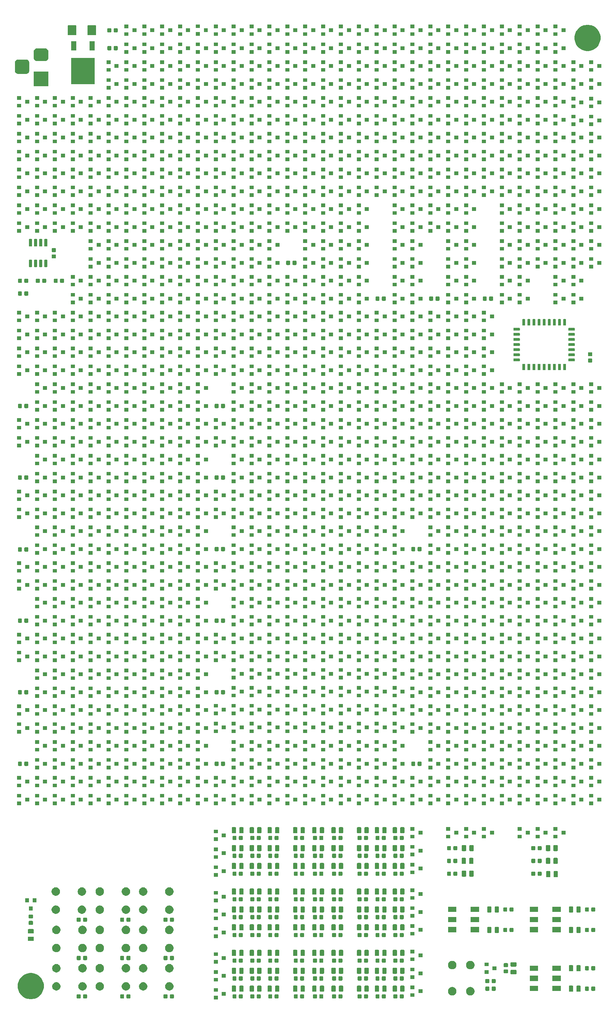
<source format=gbr>
G04 #@! TF.GenerationSoftware,KiCad,Pcbnew,(5.1.5)-3*
G04 #@! TF.CreationDate,2020-07-05T11:54:57+02:00*
G04 #@! TF.ProjectId,FetsAndCrosses,46657473-416e-4644-9372-6f737365732e,rev?*
G04 #@! TF.SameCoordinates,Original*
G04 #@! TF.FileFunction,Soldermask,Top*
G04 #@! TF.FilePolarity,Negative*
%FSLAX46Y46*%
G04 Gerber Fmt 4.6, Leading zero omitted, Abs format (unit mm)*
G04 Created by KiCad (PCBNEW (5.1.5)-3) date 2020-07-05 11:54:57*
%MOMM*%
%LPD*%
G04 APERTURE LIST*
%ADD10C,0.100000*%
G04 APERTURE END LIST*
D10*
G36*
X69351000Y-261116000D02*
G01*
X68349000Y-261116000D01*
X68349000Y-260214000D01*
X69351000Y-260214000D01*
X69351000Y-261116000D01*
G37*
G36*
X23322666Y-254587339D02*
G01*
X23808282Y-254683934D01*
X24399926Y-254929001D01*
X24689523Y-255122504D01*
X24932391Y-255284783D01*
X25385217Y-255737609D01*
X25433367Y-255809671D01*
X25740999Y-256270074D01*
X25986066Y-256861718D01*
X26000367Y-256933615D01*
X26111000Y-257489803D01*
X26111000Y-258130197D01*
X26084457Y-258263635D01*
X25986066Y-258758282D01*
X25740999Y-259349926D01*
X25493265Y-259720685D01*
X25396728Y-259865164D01*
X25385216Y-259882392D01*
X24932392Y-260335216D01*
X24399926Y-260690999D01*
X23808282Y-260936066D01*
X23494239Y-260998533D01*
X23180197Y-261061000D01*
X22539803Y-261061000D01*
X22225761Y-260998533D01*
X21911718Y-260936066D01*
X21320074Y-260690999D01*
X20787608Y-260335216D01*
X20334784Y-259882392D01*
X20323273Y-259865164D01*
X20226735Y-259720685D01*
X19979001Y-259349926D01*
X19733934Y-258758282D01*
X19635543Y-258263635D01*
X19609000Y-258130197D01*
X19609000Y-257489803D01*
X19719633Y-256933615D01*
X19733934Y-256861718D01*
X19979001Y-256270074D01*
X20286633Y-255809671D01*
X20334783Y-255737609D01*
X20787609Y-255284783D01*
X21030477Y-255122504D01*
X21320074Y-254929001D01*
X21911718Y-254683934D01*
X22397334Y-254587339D01*
X22539803Y-254559000D01*
X23180197Y-254559000D01*
X23322666Y-254587339D01*
G37*
G36*
X100189591Y-259828085D02*
G01*
X100223569Y-259838393D01*
X100254890Y-259855134D01*
X100282339Y-259877661D01*
X100304866Y-259905110D01*
X100321607Y-259936431D01*
X100331915Y-259970409D01*
X100336000Y-260011890D01*
X100336000Y-260688110D01*
X100331915Y-260729591D01*
X100321607Y-260763569D01*
X100304866Y-260794890D01*
X100282339Y-260822339D01*
X100254890Y-260844866D01*
X100223569Y-260861607D01*
X100189591Y-260871915D01*
X100148110Y-260876000D01*
X99546890Y-260876000D01*
X99505409Y-260871915D01*
X99471431Y-260861607D01*
X99440110Y-260844866D01*
X99412661Y-260822339D01*
X99390134Y-260794890D01*
X99373393Y-260763569D01*
X99363085Y-260729591D01*
X99359000Y-260688110D01*
X99359000Y-260011890D01*
X99363085Y-259970409D01*
X99373393Y-259936431D01*
X99390134Y-259905110D01*
X99412661Y-259877661D01*
X99440110Y-259855134D01*
X99471431Y-259838393D01*
X99505409Y-259828085D01*
X99546890Y-259824000D01*
X100148110Y-259824000D01*
X100189591Y-259828085D01*
G37*
G36*
X73849591Y-259828085D02*
G01*
X73883569Y-259838393D01*
X73914890Y-259855134D01*
X73942339Y-259877661D01*
X73964866Y-259905110D01*
X73981607Y-259936431D01*
X73991915Y-259970409D01*
X73996000Y-260011890D01*
X73996000Y-260688110D01*
X73991915Y-260729591D01*
X73981607Y-260763569D01*
X73964866Y-260794890D01*
X73942339Y-260822339D01*
X73914890Y-260844866D01*
X73883569Y-260861607D01*
X73849591Y-260871915D01*
X73808110Y-260876000D01*
X73206890Y-260876000D01*
X73165409Y-260871915D01*
X73131431Y-260861607D01*
X73100110Y-260844866D01*
X73072661Y-260822339D01*
X73050134Y-260794890D01*
X73033393Y-260763569D01*
X73023085Y-260729591D01*
X73019000Y-260688110D01*
X73019000Y-260011890D01*
X73023085Y-259970409D01*
X73033393Y-259936431D01*
X73050134Y-259905110D01*
X73072661Y-259877661D01*
X73100110Y-259855134D01*
X73131431Y-259838393D01*
X73165409Y-259828085D01*
X73206890Y-259824000D01*
X73808110Y-259824000D01*
X73849591Y-259828085D01*
G37*
G36*
X75424591Y-259828085D02*
G01*
X75458569Y-259838393D01*
X75489890Y-259855134D01*
X75517339Y-259877661D01*
X75539866Y-259905110D01*
X75556607Y-259936431D01*
X75566915Y-259970409D01*
X75571000Y-260011890D01*
X75571000Y-260688110D01*
X75566915Y-260729591D01*
X75556607Y-260763569D01*
X75539866Y-260794890D01*
X75517339Y-260822339D01*
X75489890Y-260844866D01*
X75458569Y-260861607D01*
X75424591Y-260871915D01*
X75383110Y-260876000D01*
X74781890Y-260876000D01*
X74740409Y-260871915D01*
X74706431Y-260861607D01*
X74675110Y-260844866D01*
X74647661Y-260822339D01*
X74625134Y-260794890D01*
X74608393Y-260763569D01*
X74598085Y-260729591D01*
X74594000Y-260688110D01*
X74594000Y-260011890D01*
X74598085Y-259970409D01*
X74608393Y-259936431D01*
X74625134Y-259905110D01*
X74647661Y-259877661D01*
X74675110Y-259855134D01*
X74706431Y-259838393D01*
X74740409Y-259828085D01*
X74781890Y-259824000D01*
X75383110Y-259824000D01*
X75424591Y-259828085D01*
G37*
G36*
X95427091Y-259828085D02*
G01*
X95461069Y-259838393D01*
X95492390Y-259855134D01*
X95519839Y-259877661D01*
X95542366Y-259905110D01*
X95559107Y-259936431D01*
X95569415Y-259970409D01*
X95573500Y-260011890D01*
X95573500Y-260688110D01*
X95569415Y-260729591D01*
X95559107Y-260763569D01*
X95542366Y-260794890D01*
X95519839Y-260822339D01*
X95492390Y-260844866D01*
X95461069Y-260861607D01*
X95427091Y-260871915D01*
X95385610Y-260876000D01*
X94784390Y-260876000D01*
X94742909Y-260871915D01*
X94708931Y-260861607D01*
X94677610Y-260844866D01*
X94650161Y-260822339D01*
X94627634Y-260794890D01*
X94610893Y-260763569D01*
X94600585Y-260729591D01*
X94596500Y-260688110D01*
X94596500Y-260011890D01*
X94600585Y-259970409D01*
X94610893Y-259936431D01*
X94627634Y-259905110D01*
X94650161Y-259877661D01*
X94677610Y-259855134D01*
X94708931Y-259838393D01*
X94742909Y-259828085D01*
X94784390Y-259824000D01*
X95385610Y-259824000D01*
X95427091Y-259828085D01*
G37*
G36*
X98614591Y-259828085D02*
G01*
X98648569Y-259838393D01*
X98679890Y-259855134D01*
X98707339Y-259877661D01*
X98729866Y-259905110D01*
X98746607Y-259936431D01*
X98756915Y-259970409D01*
X98761000Y-260011890D01*
X98761000Y-260688110D01*
X98756915Y-260729591D01*
X98746607Y-260763569D01*
X98729866Y-260794890D01*
X98707339Y-260822339D01*
X98679890Y-260844866D01*
X98648569Y-260861607D01*
X98614591Y-260871915D01*
X98573110Y-260876000D01*
X97971890Y-260876000D01*
X97930409Y-260871915D01*
X97896431Y-260861607D01*
X97865110Y-260844866D01*
X97837661Y-260822339D01*
X97815134Y-260794890D01*
X97798393Y-260763569D01*
X97788085Y-260729591D01*
X97784000Y-260688110D01*
X97784000Y-260011890D01*
X97788085Y-259970409D01*
X97798393Y-259936431D01*
X97815134Y-259905110D01*
X97837661Y-259877661D01*
X97865110Y-259855134D01*
X97896431Y-259838393D01*
X97930409Y-259828085D01*
X97971890Y-259824000D01*
X98573110Y-259824000D01*
X98614591Y-259828085D01*
G37*
G36*
X104964591Y-259828085D02*
G01*
X104998569Y-259838393D01*
X105029890Y-259855134D01*
X105057339Y-259877661D01*
X105079866Y-259905110D01*
X105096607Y-259936431D01*
X105106915Y-259970409D01*
X105111000Y-260011890D01*
X105111000Y-260688110D01*
X105106915Y-260729591D01*
X105096607Y-260763569D01*
X105079866Y-260794890D01*
X105057339Y-260822339D01*
X105029890Y-260844866D01*
X104998569Y-260861607D01*
X104964591Y-260871915D01*
X104923110Y-260876000D01*
X104321890Y-260876000D01*
X104280409Y-260871915D01*
X104246431Y-260861607D01*
X104215110Y-260844866D01*
X104187661Y-260822339D01*
X104165134Y-260794890D01*
X104148393Y-260763569D01*
X104138085Y-260729591D01*
X104134000Y-260688110D01*
X104134000Y-260011890D01*
X104138085Y-259970409D01*
X104148393Y-259936431D01*
X104165134Y-259905110D01*
X104187661Y-259877661D01*
X104215110Y-259855134D01*
X104246431Y-259838393D01*
X104280409Y-259828085D01*
X104321890Y-259824000D01*
X104923110Y-259824000D01*
X104964591Y-259828085D01*
G37*
G36*
X106539591Y-259828085D02*
G01*
X106573569Y-259838393D01*
X106604890Y-259855134D01*
X106632339Y-259877661D01*
X106654866Y-259905110D01*
X106671607Y-259936431D01*
X106681915Y-259970409D01*
X106686000Y-260011890D01*
X106686000Y-260688110D01*
X106681915Y-260729591D01*
X106671607Y-260763569D01*
X106654866Y-260794890D01*
X106632339Y-260822339D01*
X106604890Y-260844866D01*
X106573569Y-260861607D01*
X106539591Y-260871915D01*
X106498110Y-260876000D01*
X105896890Y-260876000D01*
X105855409Y-260871915D01*
X105821431Y-260861607D01*
X105790110Y-260844866D01*
X105762661Y-260822339D01*
X105740134Y-260794890D01*
X105723393Y-260763569D01*
X105713085Y-260729591D01*
X105709000Y-260688110D01*
X105709000Y-260011890D01*
X105713085Y-259970409D01*
X105723393Y-259936431D01*
X105740134Y-259905110D01*
X105762661Y-259877661D01*
X105790110Y-259855134D01*
X105821431Y-259838393D01*
X105855409Y-259828085D01*
X105896890Y-259824000D01*
X106498110Y-259824000D01*
X106539591Y-259828085D01*
G37*
G36*
X109409591Y-259828085D02*
G01*
X109443569Y-259838393D01*
X109474890Y-259855134D01*
X109502339Y-259877661D01*
X109524866Y-259905110D01*
X109541607Y-259936431D01*
X109551915Y-259970409D01*
X109556000Y-260011890D01*
X109556000Y-260688110D01*
X109551915Y-260729591D01*
X109541607Y-260763569D01*
X109524866Y-260794890D01*
X109502339Y-260822339D01*
X109474890Y-260844866D01*
X109443569Y-260861607D01*
X109409591Y-260871915D01*
X109368110Y-260876000D01*
X108766890Y-260876000D01*
X108725409Y-260871915D01*
X108691431Y-260861607D01*
X108660110Y-260844866D01*
X108632661Y-260822339D01*
X108610134Y-260794890D01*
X108593393Y-260763569D01*
X108583085Y-260729591D01*
X108579000Y-260688110D01*
X108579000Y-260011890D01*
X108583085Y-259970409D01*
X108593393Y-259936431D01*
X108610134Y-259905110D01*
X108632661Y-259877661D01*
X108660110Y-259855134D01*
X108691431Y-259838393D01*
X108725409Y-259828085D01*
X108766890Y-259824000D01*
X109368110Y-259824000D01*
X109409591Y-259828085D01*
G37*
G36*
X36689591Y-259828085D02*
G01*
X36723569Y-259838393D01*
X36754890Y-259855134D01*
X36782339Y-259877661D01*
X36804866Y-259905110D01*
X36821607Y-259936431D01*
X36831915Y-259970409D01*
X36836000Y-260011890D01*
X36836000Y-260688110D01*
X36831915Y-260729591D01*
X36821607Y-260763569D01*
X36804866Y-260794890D01*
X36782339Y-260822339D01*
X36754890Y-260844866D01*
X36723569Y-260861607D01*
X36689591Y-260871915D01*
X36648110Y-260876000D01*
X36046890Y-260876000D01*
X36005409Y-260871915D01*
X35971431Y-260861607D01*
X35940110Y-260844866D01*
X35912661Y-260822339D01*
X35890134Y-260794890D01*
X35873393Y-260763569D01*
X35863085Y-260729591D01*
X35859000Y-260688110D01*
X35859000Y-260011890D01*
X35863085Y-259970409D01*
X35873393Y-259936431D01*
X35890134Y-259905110D01*
X35912661Y-259877661D01*
X35940110Y-259855134D01*
X35971431Y-259838393D01*
X36005409Y-259828085D01*
X36046890Y-259824000D01*
X36648110Y-259824000D01*
X36689591Y-259828085D01*
G37*
G36*
X35114591Y-259828085D02*
G01*
X35148569Y-259838393D01*
X35179890Y-259855134D01*
X35207339Y-259877661D01*
X35229866Y-259905110D01*
X35246607Y-259936431D01*
X35256915Y-259970409D01*
X35261000Y-260011890D01*
X35261000Y-260688110D01*
X35256915Y-260729591D01*
X35246607Y-260763569D01*
X35229866Y-260794890D01*
X35207339Y-260822339D01*
X35179890Y-260844866D01*
X35148569Y-260861607D01*
X35114591Y-260871915D01*
X35073110Y-260876000D01*
X34471890Y-260876000D01*
X34430409Y-260871915D01*
X34396431Y-260861607D01*
X34365110Y-260844866D01*
X34337661Y-260822339D01*
X34315134Y-260794890D01*
X34298393Y-260763569D01*
X34288085Y-260729591D01*
X34284000Y-260688110D01*
X34284000Y-260011890D01*
X34288085Y-259970409D01*
X34298393Y-259936431D01*
X34315134Y-259905110D01*
X34337661Y-259877661D01*
X34365110Y-259855134D01*
X34396431Y-259838393D01*
X34430409Y-259828085D01*
X34471890Y-259824000D01*
X35073110Y-259824000D01*
X35114591Y-259828085D01*
G37*
G36*
X79869591Y-259828085D02*
G01*
X79903569Y-259838393D01*
X79934890Y-259855134D01*
X79962339Y-259877661D01*
X79984866Y-259905110D01*
X80001607Y-259936431D01*
X80011915Y-259970409D01*
X80016000Y-260011890D01*
X80016000Y-260688110D01*
X80011915Y-260729591D01*
X80001607Y-260763569D01*
X79984866Y-260794890D01*
X79962339Y-260822339D01*
X79934890Y-260844866D01*
X79903569Y-260861607D01*
X79869591Y-260871915D01*
X79828110Y-260876000D01*
X79226890Y-260876000D01*
X79185409Y-260871915D01*
X79151431Y-260861607D01*
X79120110Y-260844866D01*
X79092661Y-260822339D01*
X79070134Y-260794890D01*
X79053393Y-260763569D01*
X79043085Y-260729591D01*
X79039000Y-260688110D01*
X79039000Y-260011890D01*
X79043085Y-259970409D01*
X79053393Y-259936431D01*
X79070134Y-259905110D01*
X79092661Y-259877661D01*
X79120110Y-259855134D01*
X79151431Y-259838393D01*
X79185409Y-259828085D01*
X79226890Y-259824000D01*
X79828110Y-259824000D01*
X79869591Y-259828085D01*
G37*
G36*
X45909591Y-259828085D02*
G01*
X45943569Y-259838393D01*
X45974890Y-259855134D01*
X46002339Y-259877661D01*
X46024866Y-259905110D01*
X46041607Y-259936431D01*
X46051915Y-259970409D01*
X46056000Y-260011890D01*
X46056000Y-260688110D01*
X46051915Y-260729591D01*
X46041607Y-260763569D01*
X46024866Y-260794890D01*
X46002339Y-260822339D01*
X45974890Y-260844866D01*
X45943569Y-260861607D01*
X45909591Y-260871915D01*
X45868110Y-260876000D01*
X45266890Y-260876000D01*
X45225409Y-260871915D01*
X45191431Y-260861607D01*
X45160110Y-260844866D01*
X45132661Y-260822339D01*
X45110134Y-260794890D01*
X45093393Y-260763569D01*
X45083085Y-260729591D01*
X45079000Y-260688110D01*
X45079000Y-260011890D01*
X45083085Y-259970409D01*
X45093393Y-259936431D01*
X45110134Y-259905110D01*
X45132661Y-259877661D01*
X45160110Y-259855134D01*
X45191431Y-259838393D01*
X45225409Y-259828085D01*
X45266890Y-259824000D01*
X45868110Y-259824000D01*
X45909591Y-259828085D01*
G37*
G36*
X56704591Y-259828085D02*
G01*
X56738569Y-259838393D01*
X56769890Y-259855134D01*
X56797339Y-259877661D01*
X56819866Y-259905110D01*
X56836607Y-259936431D01*
X56846915Y-259970409D01*
X56851000Y-260011890D01*
X56851000Y-260688110D01*
X56846915Y-260729591D01*
X56836607Y-260763569D01*
X56819866Y-260794890D01*
X56797339Y-260822339D01*
X56769890Y-260844866D01*
X56738569Y-260861607D01*
X56704591Y-260871915D01*
X56663110Y-260876000D01*
X56061890Y-260876000D01*
X56020409Y-260871915D01*
X55986431Y-260861607D01*
X55955110Y-260844866D01*
X55927661Y-260822339D01*
X55905134Y-260794890D01*
X55888393Y-260763569D01*
X55878085Y-260729591D01*
X55874000Y-260688110D01*
X55874000Y-260011890D01*
X55878085Y-259970409D01*
X55888393Y-259936431D01*
X55905134Y-259905110D01*
X55927661Y-259877661D01*
X55955110Y-259855134D01*
X55986431Y-259838393D01*
X56020409Y-259828085D01*
X56061890Y-259824000D01*
X56663110Y-259824000D01*
X56704591Y-259828085D01*
G37*
G36*
X115429591Y-259828085D02*
G01*
X115463569Y-259838393D01*
X115494890Y-259855134D01*
X115522339Y-259877661D01*
X115544866Y-259905110D01*
X115561607Y-259936431D01*
X115571915Y-259970409D01*
X115576000Y-260011890D01*
X115576000Y-260688110D01*
X115571915Y-260729591D01*
X115561607Y-260763569D01*
X115544866Y-260794890D01*
X115522339Y-260822339D01*
X115494890Y-260844866D01*
X115463569Y-260861607D01*
X115429591Y-260871915D01*
X115388110Y-260876000D01*
X114786890Y-260876000D01*
X114745409Y-260871915D01*
X114711431Y-260861607D01*
X114680110Y-260844866D01*
X114652661Y-260822339D01*
X114630134Y-260794890D01*
X114613393Y-260763569D01*
X114603085Y-260729591D01*
X114599000Y-260688110D01*
X114599000Y-260011890D01*
X114603085Y-259970409D01*
X114613393Y-259936431D01*
X114630134Y-259905110D01*
X114652661Y-259877661D01*
X114680110Y-259855134D01*
X114711431Y-259838393D01*
X114745409Y-259828085D01*
X114786890Y-259824000D01*
X115388110Y-259824000D01*
X115429591Y-259828085D01*
G37*
G36*
X93852091Y-259828085D02*
G01*
X93886069Y-259838393D01*
X93917390Y-259855134D01*
X93944839Y-259877661D01*
X93967366Y-259905110D01*
X93984107Y-259936431D01*
X93994415Y-259970409D01*
X93998500Y-260011890D01*
X93998500Y-260688110D01*
X93994415Y-260729591D01*
X93984107Y-260763569D01*
X93967366Y-260794890D01*
X93944839Y-260822339D01*
X93917390Y-260844866D01*
X93886069Y-260861607D01*
X93852091Y-260871915D01*
X93810610Y-260876000D01*
X93209390Y-260876000D01*
X93167909Y-260871915D01*
X93133931Y-260861607D01*
X93102610Y-260844866D01*
X93075161Y-260822339D01*
X93052634Y-260794890D01*
X93035893Y-260763569D01*
X93025585Y-260729591D01*
X93021500Y-260688110D01*
X93021500Y-260011890D01*
X93025585Y-259970409D01*
X93035893Y-259936431D01*
X93052634Y-259905110D01*
X93075161Y-259877661D01*
X93102610Y-259855134D01*
X93133931Y-259838393D01*
X93167909Y-259828085D01*
X93209390Y-259824000D01*
X93810610Y-259824000D01*
X93852091Y-259828085D01*
G37*
G36*
X110984591Y-259828085D02*
G01*
X111018569Y-259838393D01*
X111049890Y-259855134D01*
X111077339Y-259877661D01*
X111099866Y-259905110D01*
X111116607Y-259936431D01*
X111126915Y-259970409D01*
X111131000Y-260011890D01*
X111131000Y-260688110D01*
X111126915Y-260729591D01*
X111116607Y-260763569D01*
X111099866Y-260794890D01*
X111077339Y-260822339D01*
X111049890Y-260844866D01*
X111018569Y-260861607D01*
X110984591Y-260871915D01*
X110943110Y-260876000D01*
X110341890Y-260876000D01*
X110300409Y-260871915D01*
X110266431Y-260861607D01*
X110235110Y-260844866D01*
X110207661Y-260822339D01*
X110185134Y-260794890D01*
X110168393Y-260763569D01*
X110158085Y-260729591D01*
X110154000Y-260688110D01*
X110154000Y-260011890D01*
X110158085Y-259970409D01*
X110168393Y-259936431D01*
X110185134Y-259905110D01*
X110207661Y-259877661D01*
X110235110Y-259855134D01*
X110266431Y-259838393D01*
X110300409Y-259828085D01*
X110341890Y-259824000D01*
X110943110Y-259824000D01*
X110984591Y-259828085D01*
G37*
G36*
X89089591Y-259828085D02*
G01*
X89123569Y-259838393D01*
X89154890Y-259855134D01*
X89182339Y-259877661D01*
X89204866Y-259905110D01*
X89221607Y-259936431D01*
X89231915Y-259970409D01*
X89236000Y-260011890D01*
X89236000Y-260688110D01*
X89231915Y-260729591D01*
X89221607Y-260763569D01*
X89204866Y-260794890D01*
X89182339Y-260822339D01*
X89154890Y-260844866D01*
X89123569Y-260861607D01*
X89089591Y-260871915D01*
X89048110Y-260876000D01*
X88446890Y-260876000D01*
X88405409Y-260871915D01*
X88371431Y-260861607D01*
X88340110Y-260844866D01*
X88312661Y-260822339D01*
X88290134Y-260794890D01*
X88273393Y-260763569D01*
X88263085Y-260729591D01*
X88259000Y-260688110D01*
X88259000Y-260011890D01*
X88263085Y-259970409D01*
X88273393Y-259936431D01*
X88290134Y-259905110D01*
X88312661Y-259877661D01*
X88340110Y-259855134D01*
X88371431Y-259838393D01*
X88405409Y-259828085D01*
X88446890Y-259824000D01*
X89048110Y-259824000D01*
X89089591Y-259828085D01*
G37*
G36*
X113854591Y-259828085D02*
G01*
X113888569Y-259838393D01*
X113919890Y-259855134D01*
X113947339Y-259877661D01*
X113969866Y-259905110D01*
X113986607Y-259936431D01*
X113996915Y-259970409D01*
X114001000Y-260011890D01*
X114001000Y-260688110D01*
X113996915Y-260729591D01*
X113986607Y-260763569D01*
X113969866Y-260794890D01*
X113947339Y-260822339D01*
X113919890Y-260844866D01*
X113888569Y-260861607D01*
X113854591Y-260871915D01*
X113813110Y-260876000D01*
X113211890Y-260876000D01*
X113170409Y-260871915D01*
X113136431Y-260861607D01*
X113105110Y-260844866D01*
X113077661Y-260822339D01*
X113055134Y-260794890D01*
X113038393Y-260763569D01*
X113028085Y-260729591D01*
X113024000Y-260688110D01*
X113024000Y-260011890D01*
X113028085Y-259970409D01*
X113038393Y-259936431D01*
X113055134Y-259905110D01*
X113077661Y-259877661D01*
X113105110Y-259855134D01*
X113136431Y-259838393D01*
X113170409Y-259828085D01*
X113211890Y-259824000D01*
X113813110Y-259824000D01*
X113854591Y-259828085D01*
G37*
G36*
X47484591Y-259828085D02*
G01*
X47518569Y-259838393D01*
X47549890Y-259855134D01*
X47577339Y-259877661D01*
X47599866Y-259905110D01*
X47616607Y-259936431D01*
X47626915Y-259970409D01*
X47631000Y-260011890D01*
X47631000Y-260688110D01*
X47626915Y-260729591D01*
X47616607Y-260763569D01*
X47599866Y-260794890D01*
X47577339Y-260822339D01*
X47549890Y-260844866D01*
X47518569Y-260861607D01*
X47484591Y-260871915D01*
X47443110Y-260876000D01*
X46841890Y-260876000D01*
X46800409Y-260871915D01*
X46766431Y-260861607D01*
X46735110Y-260844866D01*
X46707661Y-260822339D01*
X46685134Y-260794890D01*
X46668393Y-260763569D01*
X46658085Y-260729591D01*
X46654000Y-260688110D01*
X46654000Y-260011890D01*
X46658085Y-259970409D01*
X46668393Y-259936431D01*
X46685134Y-259905110D01*
X46707661Y-259877661D01*
X46735110Y-259855134D01*
X46766431Y-259838393D01*
X46800409Y-259828085D01*
X46841890Y-259824000D01*
X47443110Y-259824000D01*
X47484591Y-259828085D01*
G37*
G36*
X90664591Y-259828085D02*
G01*
X90698569Y-259838393D01*
X90729890Y-259855134D01*
X90757339Y-259877661D01*
X90779866Y-259905110D01*
X90796607Y-259936431D01*
X90806915Y-259970409D01*
X90811000Y-260011890D01*
X90811000Y-260688110D01*
X90806915Y-260729591D01*
X90796607Y-260763569D01*
X90779866Y-260794890D01*
X90757339Y-260822339D01*
X90729890Y-260844866D01*
X90698569Y-260861607D01*
X90664591Y-260871915D01*
X90623110Y-260876000D01*
X90021890Y-260876000D01*
X89980409Y-260871915D01*
X89946431Y-260861607D01*
X89915110Y-260844866D01*
X89887661Y-260822339D01*
X89865134Y-260794890D01*
X89848393Y-260763569D01*
X89838085Y-260729591D01*
X89834000Y-260688110D01*
X89834000Y-260011890D01*
X89838085Y-259970409D01*
X89848393Y-259936431D01*
X89865134Y-259905110D01*
X89887661Y-259877661D01*
X89915110Y-259855134D01*
X89946431Y-259838393D01*
X89980409Y-259828085D01*
X90021890Y-259824000D01*
X90623110Y-259824000D01*
X90664591Y-259828085D01*
G37*
G36*
X82739591Y-259828085D02*
G01*
X82773569Y-259838393D01*
X82804890Y-259855134D01*
X82832339Y-259877661D01*
X82854866Y-259905110D01*
X82871607Y-259936431D01*
X82881915Y-259970409D01*
X82886000Y-260011890D01*
X82886000Y-260688110D01*
X82881915Y-260729591D01*
X82871607Y-260763569D01*
X82854866Y-260794890D01*
X82832339Y-260822339D01*
X82804890Y-260844866D01*
X82773569Y-260861607D01*
X82739591Y-260871915D01*
X82698110Y-260876000D01*
X82096890Y-260876000D01*
X82055409Y-260871915D01*
X82021431Y-260861607D01*
X81990110Y-260844866D01*
X81962661Y-260822339D01*
X81940134Y-260794890D01*
X81923393Y-260763569D01*
X81913085Y-260729591D01*
X81909000Y-260688110D01*
X81909000Y-260011890D01*
X81913085Y-259970409D01*
X81923393Y-259936431D01*
X81940134Y-259905110D01*
X81962661Y-259877661D01*
X81990110Y-259855134D01*
X82021431Y-259838393D01*
X82055409Y-259828085D01*
X82096890Y-259824000D01*
X82698110Y-259824000D01*
X82739591Y-259828085D01*
G37*
G36*
X84314591Y-259828085D02*
G01*
X84348569Y-259838393D01*
X84379890Y-259855134D01*
X84407339Y-259877661D01*
X84429866Y-259905110D01*
X84446607Y-259936431D01*
X84456915Y-259970409D01*
X84461000Y-260011890D01*
X84461000Y-260688110D01*
X84456915Y-260729591D01*
X84446607Y-260763569D01*
X84429866Y-260794890D01*
X84407339Y-260822339D01*
X84379890Y-260844866D01*
X84348569Y-260861607D01*
X84314591Y-260871915D01*
X84273110Y-260876000D01*
X83671890Y-260876000D01*
X83630409Y-260871915D01*
X83596431Y-260861607D01*
X83565110Y-260844866D01*
X83537661Y-260822339D01*
X83515134Y-260794890D01*
X83498393Y-260763569D01*
X83488085Y-260729591D01*
X83484000Y-260688110D01*
X83484000Y-260011890D01*
X83488085Y-259970409D01*
X83498393Y-259936431D01*
X83515134Y-259905110D01*
X83537661Y-259877661D01*
X83565110Y-259855134D01*
X83596431Y-259838393D01*
X83630409Y-259828085D01*
X83671890Y-259824000D01*
X84273110Y-259824000D01*
X84314591Y-259828085D01*
G37*
G36*
X78294591Y-259828085D02*
G01*
X78328569Y-259838393D01*
X78359890Y-259855134D01*
X78387339Y-259877661D01*
X78409866Y-259905110D01*
X78426607Y-259936431D01*
X78436915Y-259970409D01*
X78441000Y-260011890D01*
X78441000Y-260688110D01*
X78436915Y-260729591D01*
X78426607Y-260763569D01*
X78409866Y-260794890D01*
X78387339Y-260822339D01*
X78359890Y-260844866D01*
X78328569Y-260861607D01*
X78294591Y-260871915D01*
X78253110Y-260876000D01*
X77651890Y-260876000D01*
X77610409Y-260871915D01*
X77576431Y-260861607D01*
X77545110Y-260844866D01*
X77517661Y-260822339D01*
X77495134Y-260794890D01*
X77478393Y-260763569D01*
X77468085Y-260729591D01*
X77464000Y-260688110D01*
X77464000Y-260011890D01*
X77468085Y-259970409D01*
X77478393Y-259936431D01*
X77495134Y-259905110D01*
X77517661Y-259877661D01*
X77545110Y-259855134D01*
X77576431Y-259838393D01*
X77610409Y-259828085D01*
X77651890Y-259824000D01*
X78253110Y-259824000D01*
X78294591Y-259828085D01*
G37*
G36*
X58279591Y-259828085D02*
G01*
X58313569Y-259838393D01*
X58344890Y-259855134D01*
X58372339Y-259877661D01*
X58394866Y-259905110D01*
X58411607Y-259936431D01*
X58421915Y-259970409D01*
X58426000Y-260011890D01*
X58426000Y-260688110D01*
X58421915Y-260729591D01*
X58411607Y-260763569D01*
X58394866Y-260794890D01*
X58372339Y-260822339D01*
X58344890Y-260844866D01*
X58313569Y-260861607D01*
X58279591Y-260871915D01*
X58238110Y-260876000D01*
X57636890Y-260876000D01*
X57595409Y-260871915D01*
X57561431Y-260861607D01*
X57530110Y-260844866D01*
X57502661Y-260822339D01*
X57480134Y-260794890D01*
X57463393Y-260763569D01*
X57453085Y-260729591D01*
X57449000Y-260688110D01*
X57449000Y-260011890D01*
X57453085Y-259970409D01*
X57463393Y-259936431D01*
X57480134Y-259905110D01*
X57502661Y-259877661D01*
X57530110Y-259855134D01*
X57561431Y-259838393D01*
X57595409Y-259828085D01*
X57636890Y-259824000D01*
X58238110Y-259824000D01*
X58279591Y-259828085D01*
G37*
G36*
X118246000Y-260481000D02*
G01*
X117244000Y-260481000D01*
X117244000Y-259579000D01*
X118246000Y-259579000D01*
X118246000Y-260481000D01*
G37*
G36*
X71351000Y-260166000D02*
G01*
X70349000Y-260166000D01*
X70349000Y-259264000D01*
X71351000Y-259264000D01*
X71351000Y-260166000D01*
G37*
G36*
X127941564Y-258069389D02*
G01*
X128132833Y-258148615D01*
X128132835Y-258148616D01*
X128304973Y-258263635D01*
X128451365Y-258410027D01*
X128565606Y-258581000D01*
X128566385Y-258582167D01*
X128645611Y-258773436D01*
X128686000Y-258976484D01*
X128686000Y-259183516D01*
X128645611Y-259386564D01*
X128614101Y-259462636D01*
X128566384Y-259577835D01*
X128451365Y-259749973D01*
X128304973Y-259896365D01*
X128132835Y-260011384D01*
X128132834Y-260011385D01*
X128132833Y-260011385D01*
X127941564Y-260090611D01*
X127738516Y-260131000D01*
X127531484Y-260131000D01*
X127328436Y-260090611D01*
X127137167Y-260011385D01*
X127137166Y-260011385D01*
X127137165Y-260011384D01*
X126965027Y-259896365D01*
X126818635Y-259749973D01*
X126703616Y-259577835D01*
X126655899Y-259462636D01*
X126624389Y-259386564D01*
X126584000Y-259183516D01*
X126584000Y-258976484D01*
X126624389Y-258773436D01*
X126703615Y-258582167D01*
X126704395Y-258581000D01*
X126818635Y-258410027D01*
X126965027Y-258263635D01*
X127137165Y-258148616D01*
X127137167Y-258148615D01*
X127328436Y-258069389D01*
X127531484Y-258029000D01*
X127738516Y-258029000D01*
X127941564Y-258069389D01*
G37*
G36*
X132441564Y-258069389D02*
G01*
X132632833Y-258148615D01*
X132632835Y-258148616D01*
X132804973Y-258263635D01*
X132951365Y-258410027D01*
X133065606Y-258581000D01*
X133066385Y-258582167D01*
X133145611Y-258773436D01*
X133186000Y-258976484D01*
X133186000Y-259183516D01*
X133145611Y-259386564D01*
X133114101Y-259462636D01*
X133066384Y-259577835D01*
X132951365Y-259749973D01*
X132804973Y-259896365D01*
X132632835Y-260011384D01*
X132632834Y-260011385D01*
X132632833Y-260011385D01*
X132441564Y-260090611D01*
X132238516Y-260131000D01*
X132031484Y-260131000D01*
X131828436Y-260090611D01*
X131637167Y-260011385D01*
X131637166Y-260011385D01*
X131637165Y-260011384D01*
X131465027Y-259896365D01*
X131318635Y-259749973D01*
X131203616Y-259577835D01*
X131155899Y-259462636D01*
X131124389Y-259386564D01*
X131084000Y-259183516D01*
X131084000Y-258976484D01*
X131124389Y-258773436D01*
X131203615Y-258582167D01*
X131204395Y-258581000D01*
X131318635Y-258410027D01*
X131465027Y-258263635D01*
X131637165Y-258148616D01*
X131637167Y-258148615D01*
X131828436Y-258069389D01*
X132031484Y-258029000D01*
X132238516Y-258029000D01*
X132441564Y-258069389D01*
G37*
G36*
X120246000Y-259531000D02*
G01*
X119244000Y-259531000D01*
X119244000Y-258629000D01*
X120246000Y-258629000D01*
X120246000Y-259531000D01*
G37*
G36*
X69351000Y-259216000D02*
G01*
X68349000Y-259216000D01*
X68349000Y-258314000D01*
X69351000Y-258314000D01*
X69351000Y-259216000D01*
G37*
G36*
X73729468Y-257698565D02*
G01*
X73768138Y-257710296D01*
X73803777Y-257729346D01*
X73835017Y-257754983D01*
X73860654Y-257786223D01*
X73879704Y-257821862D01*
X73891435Y-257860532D01*
X73896000Y-257906888D01*
X73896000Y-258983112D01*
X73891435Y-259029468D01*
X73879704Y-259068138D01*
X73860654Y-259103777D01*
X73835017Y-259135017D01*
X73803777Y-259160654D01*
X73768138Y-259179704D01*
X73729468Y-259191435D01*
X73683112Y-259196000D01*
X73031888Y-259196000D01*
X72985532Y-259191435D01*
X72946862Y-259179704D01*
X72911223Y-259160654D01*
X72879983Y-259135017D01*
X72854346Y-259103777D01*
X72835296Y-259068138D01*
X72823565Y-259029468D01*
X72819000Y-258983112D01*
X72819000Y-257906888D01*
X72823565Y-257860532D01*
X72835296Y-257821862D01*
X72854346Y-257786223D01*
X72879983Y-257754983D01*
X72911223Y-257729346D01*
X72946862Y-257710296D01*
X72985532Y-257698565D01*
X73031888Y-257694000D01*
X73683112Y-257694000D01*
X73729468Y-257698565D01*
G37*
G36*
X115609468Y-257698565D02*
G01*
X115648138Y-257710296D01*
X115683777Y-257729346D01*
X115715017Y-257754983D01*
X115740654Y-257786223D01*
X115759704Y-257821862D01*
X115771435Y-257860532D01*
X115776000Y-257906888D01*
X115776000Y-258983112D01*
X115771435Y-259029468D01*
X115759704Y-259068138D01*
X115740654Y-259103777D01*
X115715017Y-259135017D01*
X115683777Y-259160654D01*
X115648138Y-259179704D01*
X115609468Y-259191435D01*
X115563112Y-259196000D01*
X114911888Y-259196000D01*
X114865532Y-259191435D01*
X114826862Y-259179704D01*
X114791223Y-259160654D01*
X114759983Y-259135017D01*
X114734346Y-259103777D01*
X114715296Y-259068138D01*
X114703565Y-259029468D01*
X114699000Y-258983112D01*
X114699000Y-257906888D01*
X114703565Y-257860532D01*
X114715296Y-257821862D01*
X114734346Y-257786223D01*
X114759983Y-257754983D01*
X114791223Y-257729346D01*
X114826862Y-257710296D01*
X114865532Y-257698565D01*
X114911888Y-257694000D01*
X115563112Y-257694000D01*
X115609468Y-257698565D01*
G37*
G36*
X157549468Y-257698565D02*
G01*
X157588138Y-257710296D01*
X157623777Y-257729346D01*
X157655017Y-257754983D01*
X157680654Y-257786223D01*
X157699704Y-257821862D01*
X157711435Y-257860532D01*
X157716000Y-257906888D01*
X157716000Y-258983112D01*
X157711435Y-259029468D01*
X157699704Y-259068138D01*
X157680654Y-259103777D01*
X157655017Y-259135017D01*
X157623777Y-259160654D01*
X157588138Y-259179704D01*
X157549468Y-259191435D01*
X157503112Y-259196000D01*
X156851888Y-259196000D01*
X156805532Y-259191435D01*
X156766862Y-259179704D01*
X156731223Y-259160654D01*
X156699983Y-259135017D01*
X156674346Y-259103777D01*
X156655296Y-259068138D01*
X156643565Y-259029468D01*
X156639000Y-258983112D01*
X156639000Y-257906888D01*
X156643565Y-257860532D01*
X156655296Y-257821862D01*
X156674346Y-257786223D01*
X156699983Y-257754983D01*
X156731223Y-257729346D01*
X156766862Y-257710296D01*
X156805532Y-257698565D01*
X156851888Y-257694000D01*
X157503112Y-257694000D01*
X157549468Y-257698565D01*
G37*
G36*
X159424468Y-257698565D02*
G01*
X159463138Y-257710296D01*
X159498777Y-257729346D01*
X159530017Y-257754983D01*
X159555654Y-257786223D01*
X159574704Y-257821862D01*
X159586435Y-257860532D01*
X159591000Y-257906888D01*
X159591000Y-258983112D01*
X159586435Y-259029468D01*
X159574704Y-259068138D01*
X159555654Y-259103777D01*
X159530017Y-259135017D01*
X159498777Y-259160654D01*
X159463138Y-259179704D01*
X159424468Y-259191435D01*
X159378112Y-259196000D01*
X158726888Y-259196000D01*
X158680532Y-259191435D01*
X158641862Y-259179704D01*
X158606223Y-259160654D01*
X158574983Y-259135017D01*
X158549346Y-259103777D01*
X158530296Y-259068138D01*
X158518565Y-259029468D01*
X158514000Y-258983112D01*
X158514000Y-257906888D01*
X158518565Y-257860532D01*
X158530296Y-257821862D01*
X158549346Y-257786223D01*
X158574983Y-257754983D01*
X158606223Y-257729346D01*
X158641862Y-257710296D01*
X158680532Y-257698565D01*
X158726888Y-257694000D01*
X159378112Y-257694000D01*
X159424468Y-257698565D01*
G37*
G36*
X113734468Y-257698565D02*
G01*
X113773138Y-257710296D01*
X113808777Y-257729346D01*
X113840017Y-257754983D01*
X113865654Y-257786223D01*
X113884704Y-257821862D01*
X113896435Y-257860532D01*
X113901000Y-257906888D01*
X113901000Y-258983112D01*
X113896435Y-259029468D01*
X113884704Y-259068138D01*
X113865654Y-259103777D01*
X113840017Y-259135017D01*
X113808777Y-259160654D01*
X113773138Y-259179704D01*
X113734468Y-259191435D01*
X113688112Y-259196000D01*
X113036888Y-259196000D01*
X112990532Y-259191435D01*
X112951862Y-259179704D01*
X112916223Y-259160654D01*
X112884983Y-259135017D01*
X112859346Y-259103777D01*
X112840296Y-259068138D01*
X112828565Y-259029468D01*
X112824000Y-258983112D01*
X112824000Y-257906888D01*
X112828565Y-257860532D01*
X112840296Y-257821862D01*
X112859346Y-257786223D01*
X112884983Y-257754983D01*
X112916223Y-257729346D01*
X112951862Y-257710296D01*
X112990532Y-257698565D01*
X113036888Y-257694000D01*
X113688112Y-257694000D01*
X113734468Y-257698565D01*
G37*
G36*
X111164468Y-257698565D02*
G01*
X111203138Y-257710296D01*
X111238777Y-257729346D01*
X111270017Y-257754983D01*
X111295654Y-257786223D01*
X111314704Y-257821862D01*
X111326435Y-257860532D01*
X111331000Y-257906888D01*
X111331000Y-258983112D01*
X111326435Y-259029468D01*
X111314704Y-259068138D01*
X111295654Y-259103777D01*
X111270017Y-259135017D01*
X111238777Y-259160654D01*
X111203138Y-259179704D01*
X111164468Y-259191435D01*
X111118112Y-259196000D01*
X110466888Y-259196000D01*
X110420532Y-259191435D01*
X110381862Y-259179704D01*
X110346223Y-259160654D01*
X110314983Y-259135017D01*
X110289346Y-259103777D01*
X110270296Y-259068138D01*
X110258565Y-259029468D01*
X110254000Y-258983112D01*
X110254000Y-257906888D01*
X110258565Y-257860532D01*
X110270296Y-257821862D01*
X110289346Y-257786223D01*
X110314983Y-257754983D01*
X110346223Y-257729346D01*
X110381862Y-257710296D01*
X110420532Y-257698565D01*
X110466888Y-257694000D01*
X111118112Y-257694000D01*
X111164468Y-257698565D01*
G37*
G36*
X95606968Y-257698565D02*
G01*
X95645638Y-257710296D01*
X95681277Y-257729346D01*
X95712517Y-257754983D01*
X95738154Y-257786223D01*
X95757204Y-257821862D01*
X95768935Y-257860532D01*
X95773500Y-257906888D01*
X95773500Y-258983112D01*
X95768935Y-259029468D01*
X95757204Y-259068138D01*
X95738154Y-259103777D01*
X95712517Y-259135017D01*
X95681277Y-259160654D01*
X95645638Y-259179704D01*
X95606968Y-259191435D01*
X95560612Y-259196000D01*
X94909388Y-259196000D01*
X94863032Y-259191435D01*
X94824362Y-259179704D01*
X94788723Y-259160654D01*
X94757483Y-259135017D01*
X94731846Y-259103777D01*
X94712796Y-259068138D01*
X94701065Y-259029468D01*
X94696500Y-258983112D01*
X94696500Y-257906888D01*
X94701065Y-257860532D01*
X94712796Y-257821862D01*
X94731846Y-257786223D01*
X94757483Y-257754983D01*
X94788723Y-257729346D01*
X94824362Y-257710296D01*
X94863032Y-257698565D01*
X94909388Y-257694000D01*
X95560612Y-257694000D01*
X95606968Y-257698565D01*
G37*
G36*
X88969468Y-257698565D02*
G01*
X89008138Y-257710296D01*
X89043777Y-257729346D01*
X89075017Y-257754983D01*
X89100654Y-257786223D01*
X89119704Y-257821862D01*
X89131435Y-257860532D01*
X89136000Y-257906888D01*
X89136000Y-258983112D01*
X89131435Y-259029468D01*
X89119704Y-259068138D01*
X89100654Y-259103777D01*
X89075017Y-259135017D01*
X89043777Y-259160654D01*
X89008138Y-259179704D01*
X88969468Y-259191435D01*
X88923112Y-259196000D01*
X88271888Y-259196000D01*
X88225532Y-259191435D01*
X88186862Y-259179704D01*
X88151223Y-259160654D01*
X88119983Y-259135017D01*
X88094346Y-259103777D01*
X88075296Y-259068138D01*
X88063565Y-259029468D01*
X88059000Y-258983112D01*
X88059000Y-257906888D01*
X88063565Y-257860532D01*
X88075296Y-257821862D01*
X88094346Y-257786223D01*
X88119983Y-257754983D01*
X88151223Y-257729346D01*
X88186862Y-257710296D01*
X88225532Y-257698565D01*
X88271888Y-257694000D01*
X88923112Y-257694000D01*
X88969468Y-257698565D01*
G37*
G36*
X93731968Y-257698565D02*
G01*
X93770638Y-257710296D01*
X93806277Y-257729346D01*
X93837517Y-257754983D01*
X93863154Y-257786223D01*
X93882204Y-257821862D01*
X93893935Y-257860532D01*
X93898500Y-257906888D01*
X93898500Y-258983112D01*
X93893935Y-259029468D01*
X93882204Y-259068138D01*
X93863154Y-259103777D01*
X93837517Y-259135017D01*
X93806277Y-259160654D01*
X93770638Y-259179704D01*
X93731968Y-259191435D01*
X93685612Y-259196000D01*
X93034388Y-259196000D01*
X92988032Y-259191435D01*
X92949362Y-259179704D01*
X92913723Y-259160654D01*
X92882483Y-259135017D01*
X92856846Y-259103777D01*
X92837796Y-259068138D01*
X92826065Y-259029468D01*
X92821500Y-258983112D01*
X92821500Y-257906888D01*
X92826065Y-257860532D01*
X92837796Y-257821862D01*
X92856846Y-257786223D01*
X92882483Y-257754983D01*
X92913723Y-257729346D01*
X92949362Y-257710296D01*
X92988032Y-257698565D01*
X93034388Y-257694000D01*
X93685612Y-257694000D01*
X93731968Y-257698565D01*
G37*
G36*
X82619468Y-257698565D02*
G01*
X82658138Y-257710296D01*
X82693777Y-257729346D01*
X82725017Y-257754983D01*
X82750654Y-257786223D01*
X82769704Y-257821862D01*
X82781435Y-257860532D01*
X82786000Y-257906888D01*
X82786000Y-258983112D01*
X82781435Y-259029468D01*
X82769704Y-259068138D01*
X82750654Y-259103777D01*
X82725017Y-259135017D01*
X82693777Y-259160654D01*
X82658138Y-259179704D01*
X82619468Y-259191435D01*
X82573112Y-259196000D01*
X81921888Y-259196000D01*
X81875532Y-259191435D01*
X81836862Y-259179704D01*
X81801223Y-259160654D01*
X81769983Y-259135017D01*
X81744346Y-259103777D01*
X81725296Y-259068138D01*
X81713565Y-259029468D01*
X81709000Y-258983112D01*
X81709000Y-257906888D01*
X81713565Y-257860532D01*
X81725296Y-257821862D01*
X81744346Y-257786223D01*
X81769983Y-257754983D01*
X81801223Y-257729346D01*
X81836862Y-257710296D01*
X81875532Y-257698565D01*
X81921888Y-257694000D01*
X82573112Y-257694000D01*
X82619468Y-257698565D01*
G37*
G36*
X98494468Y-257698565D02*
G01*
X98533138Y-257710296D01*
X98568777Y-257729346D01*
X98600017Y-257754983D01*
X98625654Y-257786223D01*
X98644704Y-257821862D01*
X98656435Y-257860532D01*
X98661000Y-257906888D01*
X98661000Y-258983112D01*
X98656435Y-259029468D01*
X98644704Y-259068138D01*
X98625654Y-259103777D01*
X98600017Y-259135017D01*
X98568777Y-259160654D01*
X98533138Y-259179704D01*
X98494468Y-259191435D01*
X98448112Y-259196000D01*
X97796888Y-259196000D01*
X97750532Y-259191435D01*
X97711862Y-259179704D01*
X97676223Y-259160654D01*
X97644983Y-259135017D01*
X97619346Y-259103777D01*
X97600296Y-259068138D01*
X97588565Y-259029468D01*
X97584000Y-258983112D01*
X97584000Y-257906888D01*
X97588565Y-257860532D01*
X97600296Y-257821862D01*
X97619346Y-257786223D01*
X97644983Y-257754983D01*
X97676223Y-257729346D01*
X97711862Y-257710296D01*
X97750532Y-257698565D01*
X97796888Y-257694000D01*
X98448112Y-257694000D01*
X98494468Y-257698565D01*
G37*
G36*
X84494468Y-257698565D02*
G01*
X84533138Y-257710296D01*
X84568777Y-257729346D01*
X84600017Y-257754983D01*
X84625654Y-257786223D01*
X84644704Y-257821862D01*
X84656435Y-257860532D01*
X84661000Y-257906888D01*
X84661000Y-258983112D01*
X84656435Y-259029468D01*
X84644704Y-259068138D01*
X84625654Y-259103777D01*
X84600017Y-259135017D01*
X84568777Y-259160654D01*
X84533138Y-259179704D01*
X84494468Y-259191435D01*
X84448112Y-259196000D01*
X83796888Y-259196000D01*
X83750532Y-259191435D01*
X83711862Y-259179704D01*
X83676223Y-259160654D01*
X83644983Y-259135017D01*
X83619346Y-259103777D01*
X83600296Y-259068138D01*
X83588565Y-259029468D01*
X83584000Y-258983112D01*
X83584000Y-257906888D01*
X83588565Y-257860532D01*
X83600296Y-257821862D01*
X83619346Y-257786223D01*
X83644983Y-257754983D01*
X83676223Y-257729346D01*
X83711862Y-257710296D01*
X83750532Y-257698565D01*
X83796888Y-257694000D01*
X84448112Y-257694000D01*
X84494468Y-257698565D01*
G37*
G36*
X100369468Y-257698565D02*
G01*
X100408138Y-257710296D01*
X100443777Y-257729346D01*
X100475017Y-257754983D01*
X100500654Y-257786223D01*
X100519704Y-257821862D01*
X100531435Y-257860532D01*
X100536000Y-257906888D01*
X100536000Y-258983112D01*
X100531435Y-259029468D01*
X100519704Y-259068138D01*
X100500654Y-259103777D01*
X100475017Y-259135017D01*
X100443777Y-259160654D01*
X100408138Y-259179704D01*
X100369468Y-259191435D01*
X100323112Y-259196000D01*
X99671888Y-259196000D01*
X99625532Y-259191435D01*
X99586862Y-259179704D01*
X99551223Y-259160654D01*
X99519983Y-259135017D01*
X99494346Y-259103777D01*
X99475296Y-259068138D01*
X99463565Y-259029468D01*
X99459000Y-258983112D01*
X99459000Y-257906888D01*
X99463565Y-257860532D01*
X99475296Y-257821862D01*
X99494346Y-257786223D01*
X99519983Y-257754983D01*
X99551223Y-257729346D01*
X99586862Y-257710296D01*
X99625532Y-257698565D01*
X99671888Y-257694000D01*
X100323112Y-257694000D01*
X100369468Y-257698565D01*
G37*
G36*
X104844468Y-257698565D02*
G01*
X104883138Y-257710296D01*
X104918777Y-257729346D01*
X104950017Y-257754983D01*
X104975654Y-257786223D01*
X104994704Y-257821862D01*
X105006435Y-257860532D01*
X105011000Y-257906888D01*
X105011000Y-258983112D01*
X105006435Y-259029468D01*
X104994704Y-259068138D01*
X104975654Y-259103777D01*
X104950017Y-259135017D01*
X104918777Y-259160654D01*
X104883138Y-259179704D01*
X104844468Y-259191435D01*
X104798112Y-259196000D01*
X104146888Y-259196000D01*
X104100532Y-259191435D01*
X104061862Y-259179704D01*
X104026223Y-259160654D01*
X103994983Y-259135017D01*
X103969346Y-259103777D01*
X103950296Y-259068138D01*
X103938565Y-259029468D01*
X103934000Y-258983112D01*
X103934000Y-257906888D01*
X103938565Y-257860532D01*
X103950296Y-257821862D01*
X103969346Y-257786223D01*
X103994983Y-257754983D01*
X104026223Y-257729346D01*
X104061862Y-257710296D01*
X104100532Y-257698565D01*
X104146888Y-257694000D01*
X104798112Y-257694000D01*
X104844468Y-257698565D01*
G37*
G36*
X106719468Y-257698565D02*
G01*
X106758138Y-257710296D01*
X106793777Y-257729346D01*
X106825017Y-257754983D01*
X106850654Y-257786223D01*
X106869704Y-257821862D01*
X106881435Y-257860532D01*
X106886000Y-257906888D01*
X106886000Y-258983112D01*
X106881435Y-259029468D01*
X106869704Y-259068138D01*
X106850654Y-259103777D01*
X106825017Y-259135017D01*
X106793777Y-259160654D01*
X106758138Y-259179704D01*
X106719468Y-259191435D01*
X106673112Y-259196000D01*
X106021888Y-259196000D01*
X105975532Y-259191435D01*
X105936862Y-259179704D01*
X105901223Y-259160654D01*
X105869983Y-259135017D01*
X105844346Y-259103777D01*
X105825296Y-259068138D01*
X105813565Y-259029468D01*
X105809000Y-258983112D01*
X105809000Y-257906888D01*
X105813565Y-257860532D01*
X105825296Y-257821862D01*
X105844346Y-257786223D01*
X105869983Y-257754983D01*
X105901223Y-257729346D01*
X105936862Y-257710296D01*
X105975532Y-257698565D01*
X106021888Y-257694000D01*
X106673112Y-257694000D01*
X106719468Y-257698565D01*
G37*
G36*
X109289468Y-257698565D02*
G01*
X109328138Y-257710296D01*
X109363777Y-257729346D01*
X109395017Y-257754983D01*
X109420654Y-257786223D01*
X109439704Y-257821862D01*
X109451435Y-257860532D01*
X109456000Y-257906888D01*
X109456000Y-258983112D01*
X109451435Y-259029468D01*
X109439704Y-259068138D01*
X109420654Y-259103777D01*
X109395017Y-259135017D01*
X109363777Y-259160654D01*
X109328138Y-259179704D01*
X109289468Y-259191435D01*
X109243112Y-259196000D01*
X108591888Y-259196000D01*
X108545532Y-259191435D01*
X108506862Y-259179704D01*
X108471223Y-259160654D01*
X108439983Y-259135017D01*
X108414346Y-259103777D01*
X108395296Y-259068138D01*
X108383565Y-259029468D01*
X108379000Y-258983112D01*
X108379000Y-257906888D01*
X108383565Y-257860532D01*
X108395296Y-257821862D01*
X108414346Y-257786223D01*
X108439983Y-257754983D01*
X108471223Y-257729346D01*
X108506862Y-257710296D01*
X108545532Y-257698565D01*
X108591888Y-257694000D01*
X109243112Y-257694000D01*
X109289468Y-257698565D01*
G37*
G36*
X75604468Y-257698565D02*
G01*
X75643138Y-257710296D01*
X75678777Y-257729346D01*
X75710017Y-257754983D01*
X75735654Y-257786223D01*
X75754704Y-257821862D01*
X75766435Y-257860532D01*
X75771000Y-257906888D01*
X75771000Y-258983112D01*
X75766435Y-259029468D01*
X75754704Y-259068138D01*
X75735654Y-259103777D01*
X75710017Y-259135017D01*
X75678777Y-259160654D01*
X75643138Y-259179704D01*
X75604468Y-259191435D01*
X75558112Y-259196000D01*
X74906888Y-259196000D01*
X74860532Y-259191435D01*
X74821862Y-259179704D01*
X74786223Y-259160654D01*
X74754983Y-259135017D01*
X74729346Y-259103777D01*
X74710296Y-259068138D01*
X74698565Y-259029468D01*
X74694000Y-258983112D01*
X74694000Y-257906888D01*
X74698565Y-257860532D01*
X74710296Y-257821862D01*
X74729346Y-257786223D01*
X74754983Y-257754983D01*
X74786223Y-257729346D01*
X74821862Y-257710296D01*
X74860532Y-257698565D01*
X74906888Y-257694000D01*
X75558112Y-257694000D01*
X75604468Y-257698565D01*
G37*
G36*
X90844468Y-257698565D02*
G01*
X90883138Y-257710296D01*
X90918777Y-257729346D01*
X90950017Y-257754983D01*
X90975654Y-257786223D01*
X90994704Y-257821862D01*
X91006435Y-257860532D01*
X91011000Y-257906888D01*
X91011000Y-258983112D01*
X91006435Y-259029468D01*
X90994704Y-259068138D01*
X90975654Y-259103777D01*
X90950017Y-259135017D01*
X90918777Y-259160654D01*
X90883138Y-259179704D01*
X90844468Y-259191435D01*
X90798112Y-259196000D01*
X90146888Y-259196000D01*
X90100532Y-259191435D01*
X90061862Y-259179704D01*
X90026223Y-259160654D01*
X89994983Y-259135017D01*
X89969346Y-259103777D01*
X89950296Y-259068138D01*
X89938565Y-259029468D01*
X89934000Y-258983112D01*
X89934000Y-257906888D01*
X89938565Y-257860532D01*
X89950296Y-257821862D01*
X89969346Y-257786223D01*
X89994983Y-257754983D01*
X90026223Y-257729346D01*
X90061862Y-257710296D01*
X90100532Y-257698565D01*
X90146888Y-257694000D01*
X90798112Y-257694000D01*
X90844468Y-257698565D01*
G37*
G36*
X80049468Y-257698565D02*
G01*
X80088138Y-257710296D01*
X80123777Y-257729346D01*
X80155017Y-257754983D01*
X80180654Y-257786223D01*
X80199704Y-257821862D01*
X80211435Y-257860532D01*
X80216000Y-257906888D01*
X80216000Y-258983112D01*
X80211435Y-259029468D01*
X80199704Y-259068138D01*
X80180654Y-259103777D01*
X80155017Y-259135017D01*
X80123777Y-259160654D01*
X80088138Y-259179704D01*
X80049468Y-259191435D01*
X80003112Y-259196000D01*
X79351888Y-259196000D01*
X79305532Y-259191435D01*
X79266862Y-259179704D01*
X79231223Y-259160654D01*
X79199983Y-259135017D01*
X79174346Y-259103777D01*
X79155296Y-259068138D01*
X79143565Y-259029468D01*
X79139000Y-258983112D01*
X79139000Y-257906888D01*
X79143565Y-257860532D01*
X79155296Y-257821862D01*
X79174346Y-257786223D01*
X79199983Y-257754983D01*
X79231223Y-257729346D01*
X79266862Y-257710296D01*
X79305532Y-257698565D01*
X79351888Y-257694000D01*
X80003112Y-257694000D01*
X80049468Y-257698565D01*
G37*
G36*
X78174468Y-257698565D02*
G01*
X78213138Y-257710296D01*
X78248777Y-257729346D01*
X78280017Y-257754983D01*
X78305654Y-257786223D01*
X78324704Y-257821862D01*
X78336435Y-257860532D01*
X78341000Y-257906888D01*
X78341000Y-258983112D01*
X78336435Y-259029468D01*
X78324704Y-259068138D01*
X78305654Y-259103777D01*
X78280017Y-259135017D01*
X78248777Y-259160654D01*
X78213138Y-259179704D01*
X78174468Y-259191435D01*
X78128112Y-259196000D01*
X77476888Y-259196000D01*
X77430532Y-259191435D01*
X77391862Y-259179704D01*
X77356223Y-259160654D01*
X77324983Y-259135017D01*
X77299346Y-259103777D01*
X77280296Y-259068138D01*
X77268565Y-259029468D01*
X77264000Y-258983112D01*
X77264000Y-257906888D01*
X77268565Y-257860532D01*
X77280296Y-257821862D01*
X77299346Y-257786223D01*
X77324983Y-257754983D01*
X77356223Y-257729346D01*
X77391862Y-257710296D01*
X77430532Y-257698565D01*
X77476888Y-257694000D01*
X78128112Y-257694000D01*
X78174468Y-257698565D01*
G37*
G36*
X154606000Y-259016000D02*
G01*
X152504000Y-259016000D01*
X152504000Y-257714000D01*
X154606000Y-257714000D01*
X154606000Y-259016000D01*
G37*
G36*
X149006000Y-259016000D02*
G01*
X146904000Y-259016000D01*
X146904000Y-257714000D01*
X149006000Y-257714000D01*
X149006000Y-259016000D01*
G37*
G36*
X138289591Y-257923085D02*
G01*
X138323569Y-257933393D01*
X138354890Y-257950134D01*
X138382339Y-257972661D01*
X138404866Y-258000110D01*
X138421607Y-258031431D01*
X138431915Y-258065409D01*
X138436000Y-258106890D01*
X138436000Y-258783110D01*
X138431915Y-258824591D01*
X138421607Y-258858569D01*
X138404866Y-258889890D01*
X138382339Y-258917339D01*
X138354890Y-258939866D01*
X138323569Y-258956607D01*
X138289591Y-258966915D01*
X138248110Y-258971000D01*
X137646890Y-258971000D01*
X137605409Y-258966915D01*
X137571431Y-258956607D01*
X137540110Y-258939866D01*
X137512661Y-258917339D01*
X137490134Y-258889890D01*
X137473393Y-258858569D01*
X137463085Y-258824591D01*
X137459000Y-258783110D01*
X137459000Y-258106890D01*
X137463085Y-258065409D01*
X137473393Y-258031431D01*
X137490134Y-258000110D01*
X137512661Y-257972661D01*
X137540110Y-257950134D01*
X137571431Y-257933393D01*
X137605409Y-257923085D01*
X137646890Y-257919000D01*
X138248110Y-257919000D01*
X138289591Y-257923085D01*
G37*
G36*
X136714591Y-257923085D02*
G01*
X136748569Y-257933393D01*
X136779890Y-257950134D01*
X136807339Y-257972661D01*
X136829866Y-258000110D01*
X136846607Y-258031431D01*
X136856915Y-258065409D01*
X136861000Y-258106890D01*
X136861000Y-258783110D01*
X136856915Y-258824591D01*
X136846607Y-258858569D01*
X136829866Y-258889890D01*
X136807339Y-258917339D01*
X136779890Y-258939866D01*
X136748569Y-258956607D01*
X136714591Y-258966915D01*
X136673110Y-258971000D01*
X136071890Y-258971000D01*
X136030409Y-258966915D01*
X135996431Y-258956607D01*
X135965110Y-258939866D01*
X135937661Y-258917339D01*
X135915134Y-258889890D01*
X135898393Y-258858569D01*
X135888085Y-258824591D01*
X135884000Y-258783110D01*
X135884000Y-258106890D01*
X135888085Y-258065409D01*
X135898393Y-258031431D01*
X135915134Y-258000110D01*
X135937661Y-257972661D01*
X135965110Y-257950134D01*
X135996431Y-257933393D01*
X136030409Y-257923085D01*
X136071890Y-257919000D01*
X136673110Y-257919000D01*
X136714591Y-257923085D01*
G37*
G36*
X163054591Y-257923085D02*
G01*
X163088569Y-257933393D01*
X163119890Y-257950134D01*
X163147339Y-257972661D01*
X163169866Y-258000110D01*
X163186607Y-258031431D01*
X163196915Y-258065409D01*
X163201000Y-258106890D01*
X163201000Y-258783110D01*
X163196915Y-258824591D01*
X163186607Y-258858569D01*
X163169866Y-258889890D01*
X163147339Y-258917339D01*
X163119890Y-258939866D01*
X163088569Y-258956607D01*
X163054591Y-258966915D01*
X163013110Y-258971000D01*
X162411890Y-258971000D01*
X162370409Y-258966915D01*
X162336431Y-258956607D01*
X162305110Y-258939866D01*
X162277661Y-258917339D01*
X162255134Y-258889890D01*
X162238393Y-258858569D01*
X162228085Y-258824591D01*
X162224000Y-258783110D01*
X162224000Y-258106890D01*
X162228085Y-258065409D01*
X162238393Y-258031431D01*
X162255134Y-258000110D01*
X162277661Y-257972661D01*
X162305110Y-257950134D01*
X162336431Y-257933393D01*
X162370409Y-257923085D01*
X162411890Y-257919000D01*
X163013110Y-257919000D01*
X163054591Y-257923085D01*
G37*
G36*
X161479591Y-257923085D02*
G01*
X161513569Y-257933393D01*
X161544890Y-257950134D01*
X161572339Y-257972661D01*
X161594866Y-258000110D01*
X161611607Y-258031431D01*
X161621915Y-258065409D01*
X161626000Y-258106890D01*
X161626000Y-258783110D01*
X161621915Y-258824591D01*
X161611607Y-258858569D01*
X161594866Y-258889890D01*
X161572339Y-258917339D01*
X161544890Y-258939866D01*
X161513569Y-258956607D01*
X161479591Y-258966915D01*
X161438110Y-258971000D01*
X160836890Y-258971000D01*
X160795409Y-258966915D01*
X160761431Y-258956607D01*
X160730110Y-258939866D01*
X160702661Y-258917339D01*
X160680134Y-258889890D01*
X160663393Y-258858569D01*
X160653085Y-258824591D01*
X160649000Y-258783110D01*
X160649000Y-258106890D01*
X160653085Y-258065409D01*
X160663393Y-258031431D01*
X160680134Y-258000110D01*
X160702661Y-257972661D01*
X160730110Y-257950134D01*
X160761431Y-257933393D01*
X160795409Y-257923085D01*
X160836890Y-257919000D01*
X161438110Y-257919000D01*
X161479591Y-257923085D01*
G37*
G36*
X36016564Y-256854389D02*
G01*
X36207833Y-256933615D01*
X36207835Y-256933616D01*
X36243502Y-256957448D01*
X36379973Y-257048635D01*
X36526365Y-257195027D01*
X36641385Y-257367167D01*
X36720611Y-257558436D01*
X36761000Y-257761484D01*
X36761000Y-257968516D01*
X36720611Y-258171564D01*
X36683565Y-258261000D01*
X36641384Y-258362835D01*
X36526365Y-258534973D01*
X36379973Y-258681365D01*
X36207835Y-258796384D01*
X36207834Y-258796385D01*
X36207833Y-258796385D01*
X36016564Y-258875611D01*
X35813516Y-258916000D01*
X35606484Y-258916000D01*
X35403436Y-258875611D01*
X35212167Y-258796385D01*
X35212166Y-258796385D01*
X35212165Y-258796384D01*
X35040027Y-258681365D01*
X34893635Y-258534973D01*
X34778616Y-258362835D01*
X34736435Y-258261000D01*
X34699389Y-258171564D01*
X34659000Y-257968516D01*
X34659000Y-257761484D01*
X34699389Y-257558436D01*
X34778615Y-257367167D01*
X34893635Y-257195027D01*
X35040027Y-257048635D01*
X35176498Y-256957448D01*
X35212165Y-256933616D01*
X35212167Y-256933615D01*
X35403436Y-256854389D01*
X35606484Y-256814000D01*
X35813516Y-256814000D01*
X36016564Y-256854389D01*
G37*
G36*
X57606564Y-256854389D02*
G01*
X57797833Y-256933615D01*
X57797835Y-256933616D01*
X57833502Y-256957448D01*
X57969973Y-257048635D01*
X58116365Y-257195027D01*
X58231385Y-257367167D01*
X58310611Y-257558436D01*
X58351000Y-257761484D01*
X58351000Y-257968516D01*
X58310611Y-258171564D01*
X58273565Y-258261000D01*
X58231384Y-258362835D01*
X58116365Y-258534973D01*
X57969973Y-258681365D01*
X57797835Y-258796384D01*
X57797834Y-258796385D01*
X57797833Y-258796385D01*
X57606564Y-258875611D01*
X57403516Y-258916000D01*
X57196484Y-258916000D01*
X56993436Y-258875611D01*
X56802167Y-258796385D01*
X56802166Y-258796385D01*
X56802165Y-258796384D01*
X56630027Y-258681365D01*
X56483635Y-258534973D01*
X56368616Y-258362835D01*
X56326435Y-258261000D01*
X56289389Y-258171564D01*
X56249000Y-257968516D01*
X56249000Y-257761484D01*
X56289389Y-257558436D01*
X56368615Y-257367167D01*
X56483635Y-257195027D01*
X56630027Y-257048635D01*
X56766498Y-256957448D01*
X56802165Y-256933616D01*
X56802167Y-256933615D01*
X56993436Y-256854389D01*
X57196484Y-256814000D01*
X57403516Y-256814000D01*
X57606564Y-256854389D01*
G37*
G36*
X51106564Y-256854389D02*
G01*
X51297833Y-256933615D01*
X51297835Y-256933616D01*
X51333502Y-256957448D01*
X51469973Y-257048635D01*
X51616365Y-257195027D01*
X51731385Y-257367167D01*
X51810611Y-257558436D01*
X51851000Y-257761484D01*
X51851000Y-257968516D01*
X51810611Y-258171564D01*
X51773565Y-258261000D01*
X51731384Y-258362835D01*
X51616365Y-258534973D01*
X51469973Y-258681365D01*
X51297835Y-258796384D01*
X51297834Y-258796385D01*
X51297833Y-258796385D01*
X51106564Y-258875611D01*
X50903516Y-258916000D01*
X50696484Y-258916000D01*
X50493436Y-258875611D01*
X50302167Y-258796385D01*
X50302166Y-258796385D01*
X50302165Y-258796384D01*
X50130027Y-258681365D01*
X49983635Y-258534973D01*
X49868616Y-258362835D01*
X49826435Y-258261000D01*
X49789389Y-258171564D01*
X49749000Y-257968516D01*
X49749000Y-257761484D01*
X49789389Y-257558436D01*
X49868615Y-257367167D01*
X49983635Y-257195027D01*
X50130027Y-257048635D01*
X50266498Y-256957448D01*
X50302165Y-256933616D01*
X50302167Y-256933615D01*
X50493436Y-256854389D01*
X50696484Y-256814000D01*
X50903516Y-256814000D01*
X51106564Y-256854389D01*
G37*
G36*
X29516564Y-256854389D02*
G01*
X29707833Y-256933615D01*
X29707835Y-256933616D01*
X29743502Y-256957448D01*
X29879973Y-257048635D01*
X30026365Y-257195027D01*
X30141385Y-257367167D01*
X30220611Y-257558436D01*
X30261000Y-257761484D01*
X30261000Y-257968516D01*
X30220611Y-258171564D01*
X30183565Y-258261000D01*
X30141384Y-258362835D01*
X30026365Y-258534973D01*
X29879973Y-258681365D01*
X29707835Y-258796384D01*
X29707834Y-258796385D01*
X29707833Y-258796385D01*
X29516564Y-258875611D01*
X29313516Y-258916000D01*
X29106484Y-258916000D01*
X28903436Y-258875611D01*
X28712167Y-258796385D01*
X28712166Y-258796385D01*
X28712165Y-258796384D01*
X28540027Y-258681365D01*
X28393635Y-258534973D01*
X28278616Y-258362835D01*
X28236435Y-258261000D01*
X28199389Y-258171564D01*
X28159000Y-257968516D01*
X28159000Y-257761484D01*
X28199389Y-257558436D01*
X28278615Y-257367167D01*
X28393635Y-257195027D01*
X28540027Y-257048635D01*
X28676498Y-256957448D01*
X28712165Y-256933616D01*
X28712167Y-256933615D01*
X28903436Y-256854389D01*
X29106484Y-256814000D01*
X29313516Y-256814000D01*
X29516564Y-256854389D01*
G37*
G36*
X46811564Y-256854389D02*
G01*
X47002833Y-256933615D01*
X47002835Y-256933616D01*
X47038502Y-256957448D01*
X47174973Y-257048635D01*
X47321365Y-257195027D01*
X47436385Y-257367167D01*
X47515611Y-257558436D01*
X47556000Y-257761484D01*
X47556000Y-257968516D01*
X47515611Y-258171564D01*
X47478565Y-258261000D01*
X47436384Y-258362835D01*
X47321365Y-258534973D01*
X47174973Y-258681365D01*
X47002835Y-258796384D01*
X47002834Y-258796385D01*
X47002833Y-258796385D01*
X46811564Y-258875611D01*
X46608516Y-258916000D01*
X46401484Y-258916000D01*
X46198436Y-258875611D01*
X46007167Y-258796385D01*
X46007166Y-258796385D01*
X46007165Y-258796384D01*
X45835027Y-258681365D01*
X45688635Y-258534973D01*
X45573616Y-258362835D01*
X45531435Y-258261000D01*
X45494389Y-258171564D01*
X45454000Y-257968516D01*
X45454000Y-257761484D01*
X45494389Y-257558436D01*
X45573615Y-257367167D01*
X45688635Y-257195027D01*
X45835027Y-257048635D01*
X45971498Y-256957448D01*
X46007165Y-256933616D01*
X46007167Y-256933615D01*
X46198436Y-256854389D01*
X46401484Y-256814000D01*
X46608516Y-256814000D01*
X46811564Y-256854389D01*
G37*
G36*
X40311564Y-256854389D02*
G01*
X40502833Y-256933615D01*
X40502835Y-256933616D01*
X40538502Y-256957448D01*
X40674973Y-257048635D01*
X40821365Y-257195027D01*
X40936385Y-257367167D01*
X41015611Y-257558436D01*
X41056000Y-257761484D01*
X41056000Y-257968516D01*
X41015611Y-258171564D01*
X40978565Y-258261000D01*
X40936384Y-258362835D01*
X40821365Y-258534973D01*
X40674973Y-258681365D01*
X40502835Y-258796384D01*
X40502834Y-258796385D01*
X40502833Y-258796385D01*
X40311564Y-258875611D01*
X40108516Y-258916000D01*
X39901484Y-258916000D01*
X39698436Y-258875611D01*
X39507167Y-258796385D01*
X39507166Y-258796385D01*
X39507165Y-258796384D01*
X39335027Y-258681365D01*
X39188635Y-258534973D01*
X39073616Y-258362835D01*
X39031435Y-258261000D01*
X38994389Y-258171564D01*
X38954000Y-257968516D01*
X38954000Y-257761484D01*
X38994389Y-257558436D01*
X39073615Y-257367167D01*
X39188635Y-257195027D01*
X39335027Y-257048635D01*
X39471498Y-256957448D01*
X39507165Y-256933616D01*
X39507167Y-256933615D01*
X39698436Y-256854389D01*
X39901484Y-256814000D01*
X40108516Y-256814000D01*
X40311564Y-256854389D01*
G37*
G36*
X118246000Y-258581000D02*
G01*
X117244000Y-258581000D01*
X117244000Y-257679000D01*
X118246000Y-257679000D01*
X118246000Y-258581000D01*
G37*
G36*
X138289591Y-256018085D02*
G01*
X138323569Y-256028393D01*
X138354890Y-256045134D01*
X138382339Y-256067661D01*
X138404866Y-256095110D01*
X138421607Y-256126431D01*
X138431915Y-256160409D01*
X138436000Y-256201890D01*
X138436000Y-256878110D01*
X138431915Y-256919591D01*
X138421607Y-256953569D01*
X138404866Y-256984890D01*
X138382339Y-257012339D01*
X138354890Y-257034866D01*
X138323569Y-257051607D01*
X138289591Y-257061915D01*
X138248110Y-257066000D01*
X137646890Y-257066000D01*
X137605409Y-257061915D01*
X137571431Y-257051607D01*
X137540110Y-257034866D01*
X137512661Y-257012339D01*
X137490134Y-256984890D01*
X137473393Y-256953569D01*
X137463085Y-256919591D01*
X137459000Y-256878110D01*
X137459000Y-256201890D01*
X137463085Y-256160409D01*
X137473393Y-256126431D01*
X137490134Y-256095110D01*
X137512661Y-256067661D01*
X137540110Y-256045134D01*
X137571431Y-256028393D01*
X137605409Y-256018085D01*
X137646890Y-256014000D01*
X138248110Y-256014000D01*
X138289591Y-256018085D01*
G37*
G36*
X136714591Y-256018085D02*
G01*
X136748569Y-256028393D01*
X136779890Y-256045134D01*
X136807339Y-256067661D01*
X136829866Y-256095110D01*
X136846607Y-256126431D01*
X136856915Y-256160409D01*
X136861000Y-256201890D01*
X136861000Y-256878110D01*
X136856915Y-256919591D01*
X136846607Y-256953569D01*
X136829866Y-256984890D01*
X136807339Y-257012339D01*
X136779890Y-257034866D01*
X136748569Y-257051607D01*
X136714591Y-257061915D01*
X136673110Y-257066000D01*
X136071890Y-257066000D01*
X136030409Y-257061915D01*
X135996431Y-257051607D01*
X135965110Y-257034866D01*
X135937661Y-257012339D01*
X135915134Y-256984890D01*
X135898393Y-256953569D01*
X135888085Y-256919591D01*
X135884000Y-256878110D01*
X135884000Y-256201890D01*
X135888085Y-256160409D01*
X135898393Y-256126431D01*
X135915134Y-256095110D01*
X135937661Y-256067661D01*
X135965110Y-256045134D01*
X135996431Y-256028393D01*
X136030409Y-256018085D01*
X136071890Y-256014000D01*
X136673110Y-256014000D01*
X136714591Y-256018085D01*
G37*
G36*
X69351000Y-256671000D02*
G01*
X68349000Y-256671000D01*
X68349000Y-255769000D01*
X69351000Y-255769000D01*
X69351000Y-256671000D01*
G37*
G36*
X154606000Y-256516000D02*
G01*
X152504000Y-256516000D01*
X152504000Y-255214000D01*
X154606000Y-255214000D01*
X154606000Y-256516000D01*
G37*
G36*
X149006000Y-256516000D02*
G01*
X146904000Y-256516000D01*
X146904000Y-255214000D01*
X149006000Y-255214000D01*
X149006000Y-256516000D01*
G37*
G36*
X89089591Y-255383085D02*
G01*
X89123569Y-255393393D01*
X89154890Y-255410134D01*
X89182339Y-255432661D01*
X89204866Y-255460110D01*
X89221607Y-255491431D01*
X89231915Y-255525409D01*
X89236000Y-255566890D01*
X89236000Y-256243110D01*
X89231915Y-256284591D01*
X89221607Y-256318569D01*
X89204866Y-256349890D01*
X89182339Y-256377339D01*
X89154890Y-256399866D01*
X89123569Y-256416607D01*
X89089591Y-256426915D01*
X89048110Y-256431000D01*
X88446890Y-256431000D01*
X88405409Y-256426915D01*
X88371431Y-256416607D01*
X88340110Y-256399866D01*
X88312661Y-256377339D01*
X88290134Y-256349890D01*
X88273393Y-256318569D01*
X88263085Y-256284591D01*
X88259000Y-256243110D01*
X88259000Y-255566890D01*
X88263085Y-255525409D01*
X88273393Y-255491431D01*
X88290134Y-255460110D01*
X88312661Y-255432661D01*
X88340110Y-255410134D01*
X88371431Y-255393393D01*
X88405409Y-255383085D01*
X88446890Y-255379000D01*
X89048110Y-255379000D01*
X89089591Y-255383085D01*
G37*
G36*
X84314591Y-255383085D02*
G01*
X84348569Y-255393393D01*
X84379890Y-255410134D01*
X84407339Y-255432661D01*
X84429866Y-255460110D01*
X84446607Y-255491431D01*
X84456915Y-255525409D01*
X84461000Y-255566890D01*
X84461000Y-256243110D01*
X84456915Y-256284591D01*
X84446607Y-256318569D01*
X84429866Y-256349890D01*
X84407339Y-256377339D01*
X84379890Y-256399866D01*
X84348569Y-256416607D01*
X84314591Y-256426915D01*
X84273110Y-256431000D01*
X83671890Y-256431000D01*
X83630409Y-256426915D01*
X83596431Y-256416607D01*
X83565110Y-256399866D01*
X83537661Y-256377339D01*
X83515134Y-256349890D01*
X83498393Y-256318569D01*
X83488085Y-256284591D01*
X83484000Y-256243110D01*
X83484000Y-255566890D01*
X83488085Y-255525409D01*
X83498393Y-255491431D01*
X83515134Y-255460110D01*
X83537661Y-255432661D01*
X83565110Y-255410134D01*
X83596431Y-255393393D01*
X83630409Y-255383085D01*
X83671890Y-255379000D01*
X84273110Y-255379000D01*
X84314591Y-255383085D01*
G37*
G36*
X78294591Y-255383085D02*
G01*
X78328569Y-255393393D01*
X78359890Y-255410134D01*
X78387339Y-255432661D01*
X78409866Y-255460110D01*
X78426607Y-255491431D01*
X78436915Y-255525409D01*
X78441000Y-255566890D01*
X78441000Y-256243110D01*
X78436915Y-256284591D01*
X78426607Y-256318569D01*
X78409866Y-256349890D01*
X78387339Y-256377339D01*
X78359890Y-256399866D01*
X78328569Y-256416607D01*
X78294591Y-256426915D01*
X78253110Y-256431000D01*
X77651890Y-256431000D01*
X77610409Y-256426915D01*
X77576431Y-256416607D01*
X77545110Y-256399866D01*
X77517661Y-256377339D01*
X77495134Y-256349890D01*
X77478393Y-256318569D01*
X77468085Y-256284591D01*
X77464000Y-256243110D01*
X77464000Y-255566890D01*
X77468085Y-255525409D01*
X77478393Y-255491431D01*
X77495134Y-255460110D01*
X77517661Y-255432661D01*
X77545110Y-255410134D01*
X77576431Y-255393393D01*
X77610409Y-255383085D01*
X77651890Y-255379000D01*
X78253110Y-255379000D01*
X78294591Y-255383085D01*
G37*
G36*
X115429591Y-255383085D02*
G01*
X115463569Y-255393393D01*
X115494890Y-255410134D01*
X115522339Y-255432661D01*
X115544866Y-255460110D01*
X115561607Y-255491431D01*
X115571915Y-255525409D01*
X115576000Y-255566890D01*
X115576000Y-256243110D01*
X115571915Y-256284591D01*
X115561607Y-256318569D01*
X115544866Y-256349890D01*
X115522339Y-256377339D01*
X115494890Y-256399866D01*
X115463569Y-256416607D01*
X115429591Y-256426915D01*
X115388110Y-256431000D01*
X114786890Y-256431000D01*
X114745409Y-256426915D01*
X114711431Y-256416607D01*
X114680110Y-256399866D01*
X114652661Y-256377339D01*
X114630134Y-256349890D01*
X114613393Y-256318569D01*
X114603085Y-256284591D01*
X114599000Y-256243110D01*
X114599000Y-255566890D01*
X114603085Y-255525409D01*
X114613393Y-255491431D01*
X114630134Y-255460110D01*
X114652661Y-255432661D01*
X114680110Y-255410134D01*
X114711431Y-255393393D01*
X114745409Y-255383085D01*
X114786890Y-255379000D01*
X115388110Y-255379000D01*
X115429591Y-255383085D01*
G37*
G36*
X110984591Y-255383085D02*
G01*
X111018569Y-255393393D01*
X111049890Y-255410134D01*
X111077339Y-255432661D01*
X111099866Y-255460110D01*
X111116607Y-255491431D01*
X111126915Y-255525409D01*
X111131000Y-255566890D01*
X111131000Y-256243110D01*
X111126915Y-256284591D01*
X111116607Y-256318569D01*
X111099866Y-256349890D01*
X111077339Y-256377339D01*
X111049890Y-256399866D01*
X111018569Y-256416607D01*
X110984591Y-256426915D01*
X110943110Y-256431000D01*
X110341890Y-256431000D01*
X110300409Y-256426915D01*
X110266431Y-256416607D01*
X110235110Y-256399866D01*
X110207661Y-256377339D01*
X110185134Y-256349890D01*
X110168393Y-256318569D01*
X110158085Y-256284591D01*
X110154000Y-256243110D01*
X110154000Y-255566890D01*
X110158085Y-255525409D01*
X110168393Y-255491431D01*
X110185134Y-255460110D01*
X110207661Y-255432661D01*
X110235110Y-255410134D01*
X110266431Y-255393393D01*
X110300409Y-255383085D01*
X110341890Y-255379000D01*
X110943110Y-255379000D01*
X110984591Y-255383085D01*
G37*
G36*
X82739591Y-255383085D02*
G01*
X82773569Y-255393393D01*
X82804890Y-255410134D01*
X82832339Y-255432661D01*
X82854866Y-255460110D01*
X82871607Y-255491431D01*
X82881915Y-255525409D01*
X82886000Y-255566890D01*
X82886000Y-256243110D01*
X82881915Y-256284591D01*
X82871607Y-256318569D01*
X82854866Y-256349890D01*
X82832339Y-256377339D01*
X82804890Y-256399866D01*
X82773569Y-256416607D01*
X82739591Y-256426915D01*
X82698110Y-256431000D01*
X82096890Y-256431000D01*
X82055409Y-256426915D01*
X82021431Y-256416607D01*
X81990110Y-256399866D01*
X81962661Y-256377339D01*
X81940134Y-256349890D01*
X81923393Y-256318569D01*
X81913085Y-256284591D01*
X81909000Y-256243110D01*
X81909000Y-255566890D01*
X81913085Y-255525409D01*
X81923393Y-255491431D01*
X81940134Y-255460110D01*
X81962661Y-255432661D01*
X81990110Y-255410134D01*
X82021431Y-255393393D01*
X82055409Y-255383085D01*
X82096890Y-255379000D01*
X82698110Y-255379000D01*
X82739591Y-255383085D01*
G37*
G36*
X79869591Y-255383085D02*
G01*
X79903569Y-255393393D01*
X79934890Y-255410134D01*
X79962339Y-255432661D01*
X79984866Y-255460110D01*
X80001607Y-255491431D01*
X80011915Y-255525409D01*
X80016000Y-255566890D01*
X80016000Y-256243110D01*
X80011915Y-256284591D01*
X80001607Y-256318569D01*
X79984866Y-256349890D01*
X79962339Y-256377339D01*
X79934890Y-256399866D01*
X79903569Y-256416607D01*
X79869591Y-256426915D01*
X79828110Y-256431000D01*
X79226890Y-256431000D01*
X79185409Y-256426915D01*
X79151431Y-256416607D01*
X79120110Y-256399866D01*
X79092661Y-256377339D01*
X79070134Y-256349890D01*
X79053393Y-256318569D01*
X79043085Y-256284591D01*
X79039000Y-256243110D01*
X79039000Y-255566890D01*
X79043085Y-255525409D01*
X79053393Y-255491431D01*
X79070134Y-255460110D01*
X79092661Y-255432661D01*
X79120110Y-255410134D01*
X79151431Y-255393393D01*
X79185409Y-255383085D01*
X79226890Y-255379000D01*
X79828110Y-255379000D01*
X79869591Y-255383085D01*
G37*
G36*
X113854591Y-255383085D02*
G01*
X113888569Y-255393393D01*
X113919890Y-255410134D01*
X113947339Y-255432661D01*
X113969866Y-255460110D01*
X113986607Y-255491431D01*
X113996915Y-255525409D01*
X114001000Y-255566890D01*
X114001000Y-256243110D01*
X113996915Y-256284591D01*
X113986607Y-256318569D01*
X113969866Y-256349890D01*
X113947339Y-256377339D01*
X113919890Y-256399866D01*
X113888569Y-256416607D01*
X113854591Y-256426915D01*
X113813110Y-256431000D01*
X113211890Y-256431000D01*
X113170409Y-256426915D01*
X113136431Y-256416607D01*
X113105110Y-256399866D01*
X113077661Y-256377339D01*
X113055134Y-256349890D01*
X113038393Y-256318569D01*
X113028085Y-256284591D01*
X113024000Y-256243110D01*
X113024000Y-255566890D01*
X113028085Y-255525409D01*
X113038393Y-255491431D01*
X113055134Y-255460110D01*
X113077661Y-255432661D01*
X113105110Y-255410134D01*
X113136431Y-255393393D01*
X113170409Y-255383085D01*
X113211890Y-255379000D01*
X113813110Y-255379000D01*
X113854591Y-255383085D01*
G37*
G36*
X98614591Y-255383085D02*
G01*
X98648569Y-255393393D01*
X98679890Y-255410134D01*
X98707339Y-255432661D01*
X98729866Y-255460110D01*
X98746607Y-255491431D01*
X98756915Y-255525409D01*
X98761000Y-255566890D01*
X98761000Y-256243110D01*
X98756915Y-256284591D01*
X98746607Y-256318569D01*
X98729866Y-256349890D01*
X98707339Y-256377339D01*
X98679890Y-256399866D01*
X98648569Y-256416607D01*
X98614591Y-256426915D01*
X98573110Y-256431000D01*
X97971890Y-256431000D01*
X97930409Y-256426915D01*
X97896431Y-256416607D01*
X97865110Y-256399866D01*
X97837661Y-256377339D01*
X97815134Y-256349890D01*
X97798393Y-256318569D01*
X97788085Y-256284591D01*
X97784000Y-256243110D01*
X97784000Y-255566890D01*
X97788085Y-255525409D01*
X97798393Y-255491431D01*
X97815134Y-255460110D01*
X97837661Y-255432661D01*
X97865110Y-255410134D01*
X97896431Y-255393393D01*
X97930409Y-255383085D01*
X97971890Y-255379000D01*
X98573110Y-255379000D01*
X98614591Y-255383085D01*
G37*
G36*
X109409591Y-255383085D02*
G01*
X109443569Y-255393393D01*
X109474890Y-255410134D01*
X109502339Y-255432661D01*
X109524866Y-255460110D01*
X109541607Y-255491431D01*
X109551915Y-255525409D01*
X109556000Y-255566890D01*
X109556000Y-256243110D01*
X109551915Y-256284591D01*
X109541607Y-256318569D01*
X109524866Y-256349890D01*
X109502339Y-256377339D01*
X109474890Y-256399866D01*
X109443569Y-256416607D01*
X109409591Y-256426915D01*
X109368110Y-256431000D01*
X108766890Y-256431000D01*
X108725409Y-256426915D01*
X108691431Y-256416607D01*
X108660110Y-256399866D01*
X108632661Y-256377339D01*
X108610134Y-256349890D01*
X108593393Y-256318569D01*
X108583085Y-256284591D01*
X108579000Y-256243110D01*
X108579000Y-255566890D01*
X108583085Y-255525409D01*
X108593393Y-255491431D01*
X108610134Y-255460110D01*
X108632661Y-255432661D01*
X108660110Y-255410134D01*
X108691431Y-255393393D01*
X108725409Y-255383085D01*
X108766890Y-255379000D01*
X109368110Y-255379000D01*
X109409591Y-255383085D01*
G37*
G36*
X75424591Y-255383085D02*
G01*
X75458569Y-255393393D01*
X75489890Y-255410134D01*
X75517339Y-255432661D01*
X75539866Y-255460110D01*
X75556607Y-255491431D01*
X75566915Y-255525409D01*
X75571000Y-255566890D01*
X75571000Y-256243110D01*
X75566915Y-256284591D01*
X75556607Y-256318569D01*
X75539866Y-256349890D01*
X75517339Y-256377339D01*
X75489890Y-256399866D01*
X75458569Y-256416607D01*
X75424591Y-256426915D01*
X75383110Y-256431000D01*
X74781890Y-256431000D01*
X74740409Y-256426915D01*
X74706431Y-256416607D01*
X74675110Y-256399866D01*
X74647661Y-256377339D01*
X74625134Y-256349890D01*
X74608393Y-256318569D01*
X74598085Y-256284591D01*
X74594000Y-256243110D01*
X74594000Y-255566890D01*
X74598085Y-255525409D01*
X74608393Y-255491431D01*
X74625134Y-255460110D01*
X74647661Y-255432661D01*
X74675110Y-255410134D01*
X74706431Y-255393393D01*
X74740409Y-255383085D01*
X74781890Y-255379000D01*
X75383110Y-255379000D01*
X75424591Y-255383085D01*
G37*
G36*
X90664591Y-255383085D02*
G01*
X90698569Y-255393393D01*
X90729890Y-255410134D01*
X90757339Y-255432661D01*
X90779866Y-255460110D01*
X90796607Y-255491431D01*
X90806915Y-255525409D01*
X90811000Y-255566890D01*
X90811000Y-256243110D01*
X90806915Y-256284591D01*
X90796607Y-256318569D01*
X90779866Y-256349890D01*
X90757339Y-256377339D01*
X90729890Y-256399866D01*
X90698569Y-256416607D01*
X90664591Y-256426915D01*
X90623110Y-256431000D01*
X90021890Y-256431000D01*
X89980409Y-256426915D01*
X89946431Y-256416607D01*
X89915110Y-256399866D01*
X89887661Y-256377339D01*
X89865134Y-256349890D01*
X89848393Y-256318569D01*
X89838085Y-256284591D01*
X89834000Y-256243110D01*
X89834000Y-255566890D01*
X89838085Y-255525409D01*
X89848393Y-255491431D01*
X89865134Y-255460110D01*
X89887661Y-255432661D01*
X89915110Y-255410134D01*
X89946431Y-255393393D01*
X89980409Y-255383085D01*
X90021890Y-255379000D01*
X90623110Y-255379000D01*
X90664591Y-255383085D01*
G37*
G36*
X93852091Y-255383085D02*
G01*
X93886069Y-255393393D01*
X93917390Y-255410134D01*
X93944839Y-255432661D01*
X93967366Y-255460110D01*
X93984107Y-255491431D01*
X93994415Y-255525409D01*
X93998500Y-255566890D01*
X93998500Y-256243110D01*
X93994415Y-256284591D01*
X93984107Y-256318569D01*
X93967366Y-256349890D01*
X93944839Y-256377339D01*
X93917390Y-256399866D01*
X93886069Y-256416607D01*
X93852091Y-256426915D01*
X93810610Y-256431000D01*
X93209390Y-256431000D01*
X93167909Y-256426915D01*
X93133931Y-256416607D01*
X93102610Y-256399866D01*
X93075161Y-256377339D01*
X93052634Y-256349890D01*
X93035893Y-256318569D01*
X93025585Y-256284591D01*
X93021500Y-256243110D01*
X93021500Y-255566890D01*
X93025585Y-255525409D01*
X93035893Y-255491431D01*
X93052634Y-255460110D01*
X93075161Y-255432661D01*
X93102610Y-255410134D01*
X93133931Y-255393393D01*
X93167909Y-255383085D01*
X93209390Y-255379000D01*
X93810610Y-255379000D01*
X93852091Y-255383085D01*
G37*
G36*
X104964591Y-255383085D02*
G01*
X104998569Y-255393393D01*
X105029890Y-255410134D01*
X105057339Y-255432661D01*
X105079866Y-255460110D01*
X105096607Y-255491431D01*
X105106915Y-255525409D01*
X105111000Y-255566890D01*
X105111000Y-256243110D01*
X105106915Y-256284591D01*
X105096607Y-256318569D01*
X105079866Y-256349890D01*
X105057339Y-256377339D01*
X105029890Y-256399866D01*
X104998569Y-256416607D01*
X104964591Y-256426915D01*
X104923110Y-256431000D01*
X104321890Y-256431000D01*
X104280409Y-256426915D01*
X104246431Y-256416607D01*
X104215110Y-256399866D01*
X104187661Y-256377339D01*
X104165134Y-256349890D01*
X104148393Y-256318569D01*
X104138085Y-256284591D01*
X104134000Y-256243110D01*
X104134000Y-255566890D01*
X104138085Y-255525409D01*
X104148393Y-255491431D01*
X104165134Y-255460110D01*
X104187661Y-255432661D01*
X104215110Y-255410134D01*
X104246431Y-255393393D01*
X104280409Y-255383085D01*
X104321890Y-255379000D01*
X104923110Y-255379000D01*
X104964591Y-255383085D01*
G37*
G36*
X95427091Y-255383085D02*
G01*
X95461069Y-255393393D01*
X95492390Y-255410134D01*
X95519839Y-255432661D01*
X95542366Y-255460110D01*
X95559107Y-255491431D01*
X95569415Y-255525409D01*
X95573500Y-255566890D01*
X95573500Y-256243110D01*
X95569415Y-256284591D01*
X95559107Y-256318569D01*
X95542366Y-256349890D01*
X95519839Y-256377339D01*
X95492390Y-256399866D01*
X95461069Y-256416607D01*
X95427091Y-256426915D01*
X95385610Y-256431000D01*
X94784390Y-256431000D01*
X94742909Y-256426915D01*
X94708931Y-256416607D01*
X94677610Y-256399866D01*
X94650161Y-256377339D01*
X94627634Y-256349890D01*
X94610893Y-256318569D01*
X94600585Y-256284591D01*
X94596500Y-256243110D01*
X94596500Y-255566890D01*
X94600585Y-255525409D01*
X94610893Y-255491431D01*
X94627634Y-255460110D01*
X94650161Y-255432661D01*
X94677610Y-255410134D01*
X94708931Y-255393393D01*
X94742909Y-255383085D01*
X94784390Y-255379000D01*
X95385610Y-255379000D01*
X95427091Y-255383085D01*
G37*
G36*
X73849591Y-255383085D02*
G01*
X73883569Y-255393393D01*
X73914890Y-255410134D01*
X73942339Y-255432661D01*
X73964866Y-255460110D01*
X73981607Y-255491431D01*
X73991915Y-255525409D01*
X73996000Y-255566890D01*
X73996000Y-256243110D01*
X73991915Y-256284591D01*
X73981607Y-256318569D01*
X73964866Y-256349890D01*
X73942339Y-256377339D01*
X73914890Y-256399866D01*
X73883569Y-256416607D01*
X73849591Y-256426915D01*
X73808110Y-256431000D01*
X73206890Y-256431000D01*
X73165409Y-256426915D01*
X73131431Y-256416607D01*
X73100110Y-256399866D01*
X73072661Y-256377339D01*
X73050134Y-256349890D01*
X73033393Y-256318569D01*
X73023085Y-256284591D01*
X73019000Y-256243110D01*
X73019000Y-255566890D01*
X73023085Y-255525409D01*
X73033393Y-255491431D01*
X73050134Y-255460110D01*
X73072661Y-255432661D01*
X73100110Y-255410134D01*
X73131431Y-255393393D01*
X73165409Y-255383085D01*
X73206890Y-255379000D01*
X73808110Y-255379000D01*
X73849591Y-255383085D01*
G37*
G36*
X100189591Y-255383085D02*
G01*
X100223569Y-255393393D01*
X100254890Y-255410134D01*
X100282339Y-255432661D01*
X100304866Y-255460110D01*
X100321607Y-255491431D01*
X100331915Y-255525409D01*
X100336000Y-255566890D01*
X100336000Y-256243110D01*
X100331915Y-256284591D01*
X100321607Y-256318569D01*
X100304866Y-256349890D01*
X100282339Y-256377339D01*
X100254890Y-256399866D01*
X100223569Y-256416607D01*
X100189591Y-256426915D01*
X100148110Y-256431000D01*
X99546890Y-256431000D01*
X99505409Y-256426915D01*
X99471431Y-256416607D01*
X99440110Y-256399866D01*
X99412661Y-256377339D01*
X99390134Y-256349890D01*
X99373393Y-256318569D01*
X99363085Y-256284591D01*
X99359000Y-256243110D01*
X99359000Y-255566890D01*
X99363085Y-255525409D01*
X99373393Y-255491431D01*
X99390134Y-255460110D01*
X99412661Y-255432661D01*
X99440110Y-255410134D01*
X99471431Y-255393393D01*
X99505409Y-255383085D01*
X99546890Y-255379000D01*
X100148110Y-255379000D01*
X100189591Y-255383085D01*
G37*
G36*
X106539591Y-255383085D02*
G01*
X106573569Y-255393393D01*
X106604890Y-255410134D01*
X106632339Y-255432661D01*
X106654866Y-255460110D01*
X106671607Y-255491431D01*
X106681915Y-255525409D01*
X106686000Y-255566890D01*
X106686000Y-256243110D01*
X106681915Y-256284591D01*
X106671607Y-256318569D01*
X106654866Y-256349890D01*
X106632339Y-256377339D01*
X106604890Y-256399866D01*
X106573569Y-256416607D01*
X106539591Y-256426915D01*
X106498110Y-256431000D01*
X105896890Y-256431000D01*
X105855409Y-256426915D01*
X105821431Y-256416607D01*
X105790110Y-256399866D01*
X105762661Y-256377339D01*
X105740134Y-256349890D01*
X105723393Y-256318569D01*
X105713085Y-256284591D01*
X105709000Y-256243110D01*
X105709000Y-255566890D01*
X105713085Y-255525409D01*
X105723393Y-255491431D01*
X105740134Y-255460110D01*
X105762661Y-255432661D01*
X105790110Y-255410134D01*
X105821431Y-255393393D01*
X105855409Y-255383085D01*
X105896890Y-255379000D01*
X106498110Y-255379000D01*
X106539591Y-255383085D01*
G37*
G36*
X118246000Y-256036000D02*
G01*
X117244000Y-256036000D01*
X117244000Y-255134000D01*
X118246000Y-255134000D01*
X118246000Y-256036000D01*
G37*
G36*
X71351000Y-255721000D02*
G01*
X70349000Y-255721000D01*
X70349000Y-254819000D01*
X71351000Y-254819000D01*
X71351000Y-255721000D01*
G37*
G36*
X120246000Y-255086000D02*
G01*
X119244000Y-255086000D01*
X119244000Y-254184000D01*
X120246000Y-254184000D01*
X120246000Y-255086000D01*
G37*
G36*
X143459468Y-253768565D02*
G01*
X143498138Y-253780296D01*
X143533777Y-253799346D01*
X143565017Y-253824983D01*
X143590654Y-253856223D01*
X143609704Y-253891862D01*
X143621435Y-253930532D01*
X143626000Y-253976888D01*
X143626000Y-254628112D01*
X143621435Y-254674468D01*
X143609704Y-254713138D01*
X143590654Y-254748777D01*
X143565017Y-254780017D01*
X143533777Y-254805654D01*
X143498138Y-254824704D01*
X143459468Y-254836435D01*
X143413112Y-254841000D01*
X142336888Y-254841000D01*
X142290532Y-254836435D01*
X142251862Y-254824704D01*
X142216223Y-254805654D01*
X142184983Y-254780017D01*
X142159346Y-254748777D01*
X142140296Y-254713138D01*
X142128565Y-254674468D01*
X142124000Y-254628112D01*
X142124000Y-253976888D01*
X142128565Y-253930532D01*
X142140296Y-253891862D01*
X142159346Y-253856223D01*
X142184983Y-253824983D01*
X142216223Y-253799346D01*
X142251862Y-253780296D01*
X142290532Y-253768565D01*
X142336888Y-253764000D01*
X143413112Y-253764000D01*
X143459468Y-253768565D01*
G37*
G36*
X69351000Y-254771000D02*
G01*
X68349000Y-254771000D01*
X68349000Y-253869000D01*
X69351000Y-253869000D01*
X69351000Y-254771000D01*
G37*
G36*
X136661000Y-254766000D02*
G01*
X135659000Y-254766000D01*
X135659000Y-253864000D01*
X136661000Y-253864000D01*
X136661000Y-254766000D01*
G37*
G36*
X115609468Y-253253565D02*
G01*
X115648138Y-253265296D01*
X115683777Y-253284346D01*
X115715017Y-253309983D01*
X115740654Y-253341223D01*
X115759704Y-253376862D01*
X115771435Y-253415532D01*
X115776000Y-253461888D01*
X115776000Y-254538112D01*
X115771435Y-254584468D01*
X115759704Y-254623138D01*
X115740654Y-254658777D01*
X115715017Y-254690017D01*
X115683777Y-254715654D01*
X115648138Y-254734704D01*
X115609468Y-254746435D01*
X115563112Y-254751000D01*
X114911888Y-254751000D01*
X114865532Y-254746435D01*
X114826862Y-254734704D01*
X114791223Y-254715654D01*
X114759983Y-254690017D01*
X114734346Y-254658777D01*
X114715296Y-254623138D01*
X114703565Y-254584468D01*
X114699000Y-254538112D01*
X114699000Y-253461888D01*
X114703565Y-253415532D01*
X114715296Y-253376862D01*
X114734346Y-253341223D01*
X114759983Y-253309983D01*
X114791223Y-253284346D01*
X114826862Y-253265296D01*
X114865532Y-253253565D01*
X114911888Y-253249000D01*
X115563112Y-253249000D01*
X115609468Y-253253565D01*
G37*
G36*
X95606968Y-253253565D02*
G01*
X95645638Y-253265296D01*
X95681277Y-253284346D01*
X95712517Y-253309983D01*
X95738154Y-253341223D01*
X95757204Y-253376862D01*
X95768935Y-253415532D01*
X95773500Y-253461888D01*
X95773500Y-254538112D01*
X95768935Y-254584468D01*
X95757204Y-254623138D01*
X95738154Y-254658777D01*
X95712517Y-254690017D01*
X95681277Y-254715654D01*
X95645638Y-254734704D01*
X95606968Y-254746435D01*
X95560612Y-254751000D01*
X94909388Y-254751000D01*
X94863032Y-254746435D01*
X94824362Y-254734704D01*
X94788723Y-254715654D01*
X94757483Y-254690017D01*
X94731846Y-254658777D01*
X94712796Y-254623138D01*
X94701065Y-254584468D01*
X94696500Y-254538112D01*
X94696500Y-253461888D01*
X94701065Y-253415532D01*
X94712796Y-253376862D01*
X94731846Y-253341223D01*
X94757483Y-253309983D01*
X94788723Y-253284346D01*
X94824362Y-253265296D01*
X94863032Y-253253565D01*
X94909388Y-253249000D01*
X95560612Y-253249000D01*
X95606968Y-253253565D01*
G37*
G36*
X88969468Y-253253565D02*
G01*
X89008138Y-253265296D01*
X89043777Y-253284346D01*
X89075017Y-253309983D01*
X89100654Y-253341223D01*
X89119704Y-253376862D01*
X89131435Y-253415532D01*
X89136000Y-253461888D01*
X89136000Y-254538112D01*
X89131435Y-254584468D01*
X89119704Y-254623138D01*
X89100654Y-254658777D01*
X89075017Y-254690017D01*
X89043777Y-254715654D01*
X89008138Y-254734704D01*
X88969468Y-254746435D01*
X88923112Y-254751000D01*
X88271888Y-254751000D01*
X88225532Y-254746435D01*
X88186862Y-254734704D01*
X88151223Y-254715654D01*
X88119983Y-254690017D01*
X88094346Y-254658777D01*
X88075296Y-254623138D01*
X88063565Y-254584468D01*
X88059000Y-254538112D01*
X88059000Y-253461888D01*
X88063565Y-253415532D01*
X88075296Y-253376862D01*
X88094346Y-253341223D01*
X88119983Y-253309983D01*
X88151223Y-253284346D01*
X88186862Y-253265296D01*
X88225532Y-253253565D01*
X88271888Y-253249000D01*
X88923112Y-253249000D01*
X88969468Y-253253565D01*
G37*
G36*
X90844468Y-253253565D02*
G01*
X90883138Y-253265296D01*
X90918777Y-253284346D01*
X90950017Y-253309983D01*
X90975654Y-253341223D01*
X90994704Y-253376862D01*
X91006435Y-253415532D01*
X91011000Y-253461888D01*
X91011000Y-254538112D01*
X91006435Y-254584468D01*
X90994704Y-254623138D01*
X90975654Y-254658777D01*
X90950017Y-254690017D01*
X90918777Y-254715654D01*
X90883138Y-254734704D01*
X90844468Y-254746435D01*
X90798112Y-254751000D01*
X90146888Y-254751000D01*
X90100532Y-254746435D01*
X90061862Y-254734704D01*
X90026223Y-254715654D01*
X89994983Y-254690017D01*
X89969346Y-254658777D01*
X89950296Y-254623138D01*
X89938565Y-254584468D01*
X89934000Y-254538112D01*
X89934000Y-253461888D01*
X89938565Y-253415532D01*
X89950296Y-253376862D01*
X89969346Y-253341223D01*
X89994983Y-253309983D01*
X90026223Y-253284346D01*
X90061862Y-253265296D01*
X90100532Y-253253565D01*
X90146888Y-253249000D01*
X90798112Y-253249000D01*
X90844468Y-253253565D01*
G37*
G36*
X98494468Y-253253565D02*
G01*
X98533138Y-253265296D01*
X98568777Y-253284346D01*
X98600017Y-253309983D01*
X98625654Y-253341223D01*
X98644704Y-253376862D01*
X98656435Y-253415532D01*
X98661000Y-253461888D01*
X98661000Y-254538112D01*
X98656435Y-254584468D01*
X98644704Y-254623138D01*
X98625654Y-254658777D01*
X98600017Y-254690017D01*
X98568777Y-254715654D01*
X98533138Y-254734704D01*
X98494468Y-254746435D01*
X98448112Y-254751000D01*
X97796888Y-254751000D01*
X97750532Y-254746435D01*
X97711862Y-254734704D01*
X97676223Y-254715654D01*
X97644983Y-254690017D01*
X97619346Y-254658777D01*
X97600296Y-254623138D01*
X97588565Y-254584468D01*
X97584000Y-254538112D01*
X97584000Y-253461888D01*
X97588565Y-253415532D01*
X97600296Y-253376862D01*
X97619346Y-253341223D01*
X97644983Y-253309983D01*
X97676223Y-253284346D01*
X97711862Y-253265296D01*
X97750532Y-253253565D01*
X97796888Y-253249000D01*
X98448112Y-253249000D01*
X98494468Y-253253565D01*
G37*
G36*
X100369468Y-253253565D02*
G01*
X100408138Y-253265296D01*
X100443777Y-253284346D01*
X100475017Y-253309983D01*
X100500654Y-253341223D01*
X100519704Y-253376862D01*
X100531435Y-253415532D01*
X100536000Y-253461888D01*
X100536000Y-254538112D01*
X100531435Y-254584468D01*
X100519704Y-254623138D01*
X100500654Y-254658777D01*
X100475017Y-254690017D01*
X100443777Y-254715654D01*
X100408138Y-254734704D01*
X100369468Y-254746435D01*
X100323112Y-254751000D01*
X99671888Y-254751000D01*
X99625532Y-254746435D01*
X99586862Y-254734704D01*
X99551223Y-254715654D01*
X99519983Y-254690017D01*
X99494346Y-254658777D01*
X99475296Y-254623138D01*
X99463565Y-254584468D01*
X99459000Y-254538112D01*
X99459000Y-253461888D01*
X99463565Y-253415532D01*
X99475296Y-253376862D01*
X99494346Y-253341223D01*
X99519983Y-253309983D01*
X99551223Y-253284346D01*
X99586862Y-253265296D01*
X99625532Y-253253565D01*
X99671888Y-253249000D01*
X100323112Y-253249000D01*
X100369468Y-253253565D01*
G37*
G36*
X93731968Y-253253565D02*
G01*
X93770638Y-253265296D01*
X93806277Y-253284346D01*
X93837517Y-253309983D01*
X93863154Y-253341223D01*
X93882204Y-253376862D01*
X93893935Y-253415532D01*
X93898500Y-253461888D01*
X93898500Y-254538112D01*
X93893935Y-254584468D01*
X93882204Y-254623138D01*
X93863154Y-254658777D01*
X93837517Y-254690017D01*
X93806277Y-254715654D01*
X93770638Y-254734704D01*
X93731968Y-254746435D01*
X93685612Y-254751000D01*
X93034388Y-254751000D01*
X92988032Y-254746435D01*
X92949362Y-254734704D01*
X92913723Y-254715654D01*
X92882483Y-254690017D01*
X92856846Y-254658777D01*
X92837796Y-254623138D01*
X92826065Y-254584468D01*
X92821500Y-254538112D01*
X92821500Y-253461888D01*
X92826065Y-253415532D01*
X92837796Y-253376862D01*
X92856846Y-253341223D01*
X92882483Y-253309983D01*
X92913723Y-253284346D01*
X92949362Y-253265296D01*
X92988032Y-253253565D01*
X93034388Y-253249000D01*
X93685612Y-253249000D01*
X93731968Y-253253565D01*
G37*
G36*
X84494468Y-253253565D02*
G01*
X84533138Y-253265296D01*
X84568777Y-253284346D01*
X84600017Y-253309983D01*
X84625654Y-253341223D01*
X84644704Y-253376862D01*
X84656435Y-253415532D01*
X84661000Y-253461888D01*
X84661000Y-254538112D01*
X84656435Y-254584468D01*
X84644704Y-254623138D01*
X84625654Y-254658777D01*
X84600017Y-254690017D01*
X84568777Y-254715654D01*
X84533138Y-254734704D01*
X84494468Y-254746435D01*
X84448112Y-254751000D01*
X83796888Y-254751000D01*
X83750532Y-254746435D01*
X83711862Y-254734704D01*
X83676223Y-254715654D01*
X83644983Y-254690017D01*
X83619346Y-254658777D01*
X83600296Y-254623138D01*
X83588565Y-254584468D01*
X83584000Y-254538112D01*
X83584000Y-253461888D01*
X83588565Y-253415532D01*
X83600296Y-253376862D01*
X83619346Y-253341223D01*
X83644983Y-253309983D01*
X83676223Y-253284346D01*
X83711862Y-253265296D01*
X83750532Y-253253565D01*
X83796888Y-253249000D01*
X84448112Y-253249000D01*
X84494468Y-253253565D01*
G37*
G36*
X104844468Y-253253565D02*
G01*
X104883138Y-253265296D01*
X104918777Y-253284346D01*
X104950017Y-253309983D01*
X104975654Y-253341223D01*
X104994704Y-253376862D01*
X105006435Y-253415532D01*
X105011000Y-253461888D01*
X105011000Y-254538112D01*
X105006435Y-254584468D01*
X104994704Y-254623138D01*
X104975654Y-254658777D01*
X104950017Y-254690017D01*
X104918777Y-254715654D01*
X104883138Y-254734704D01*
X104844468Y-254746435D01*
X104798112Y-254751000D01*
X104146888Y-254751000D01*
X104100532Y-254746435D01*
X104061862Y-254734704D01*
X104026223Y-254715654D01*
X103994983Y-254690017D01*
X103969346Y-254658777D01*
X103950296Y-254623138D01*
X103938565Y-254584468D01*
X103934000Y-254538112D01*
X103934000Y-253461888D01*
X103938565Y-253415532D01*
X103950296Y-253376862D01*
X103969346Y-253341223D01*
X103994983Y-253309983D01*
X104026223Y-253284346D01*
X104061862Y-253265296D01*
X104100532Y-253253565D01*
X104146888Y-253249000D01*
X104798112Y-253249000D01*
X104844468Y-253253565D01*
G37*
G36*
X78174468Y-253253565D02*
G01*
X78213138Y-253265296D01*
X78248777Y-253284346D01*
X78280017Y-253309983D01*
X78305654Y-253341223D01*
X78324704Y-253376862D01*
X78336435Y-253415532D01*
X78341000Y-253461888D01*
X78341000Y-254538112D01*
X78336435Y-254584468D01*
X78324704Y-254623138D01*
X78305654Y-254658777D01*
X78280017Y-254690017D01*
X78248777Y-254715654D01*
X78213138Y-254734704D01*
X78174468Y-254746435D01*
X78128112Y-254751000D01*
X77476888Y-254751000D01*
X77430532Y-254746435D01*
X77391862Y-254734704D01*
X77356223Y-254715654D01*
X77324983Y-254690017D01*
X77299346Y-254658777D01*
X77280296Y-254623138D01*
X77268565Y-254584468D01*
X77264000Y-254538112D01*
X77264000Y-253461888D01*
X77268565Y-253415532D01*
X77280296Y-253376862D01*
X77299346Y-253341223D01*
X77324983Y-253309983D01*
X77356223Y-253284346D01*
X77391862Y-253265296D01*
X77430532Y-253253565D01*
X77476888Y-253249000D01*
X78128112Y-253249000D01*
X78174468Y-253253565D01*
G37*
G36*
X106719468Y-253253565D02*
G01*
X106758138Y-253265296D01*
X106793777Y-253284346D01*
X106825017Y-253309983D01*
X106850654Y-253341223D01*
X106869704Y-253376862D01*
X106881435Y-253415532D01*
X106886000Y-253461888D01*
X106886000Y-254538112D01*
X106881435Y-254584468D01*
X106869704Y-254623138D01*
X106850654Y-254658777D01*
X106825017Y-254690017D01*
X106793777Y-254715654D01*
X106758138Y-254734704D01*
X106719468Y-254746435D01*
X106673112Y-254751000D01*
X106021888Y-254751000D01*
X105975532Y-254746435D01*
X105936862Y-254734704D01*
X105901223Y-254715654D01*
X105869983Y-254690017D01*
X105844346Y-254658777D01*
X105825296Y-254623138D01*
X105813565Y-254584468D01*
X105809000Y-254538112D01*
X105809000Y-253461888D01*
X105813565Y-253415532D01*
X105825296Y-253376862D01*
X105844346Y-253341223D01*
X105869983Y-253309983D01*
X105901223Y-253284346D01*
X105936862Y-253265296D01*
X105975532Y-253253565D01*
X106021888Y-253249000D01*
X106673112Y-253249000D01*
X106719468Y-253253565D01*
G37*
G36*
X75604468Y-253253565D02*
G01*
X75643138Y-253265296D01*
X75678777Y-253284346D01*
X75710017Y-253309983D01*
X75735654Y-253341223D01*
X75754704Y-253376862D01*
X75766435Y-253415532D01*
X75771000Y-253461888D01*
X75771000Y-254538112D01*
X75766435Y-254584468D01*
X75754704Y-254623138D01*
X75735654Y-254658777D01*
X75710017Y-254690017D01*
X75678777Y-254715654D01*
X75643138Y-254734704D01*
X75604468Y-254746435D01*
X75558112Y-254751000D01*
X74906888Y-254751000D01*
X74860532Y-254746435D01*
X74821862Y-254734704D01*
X74786223Y-254715654D01*
X74754983Y-254690017D01*
X74729346Y-254658777D01*
X74710296Y-254623138D01*
X74698565Y-254584468D01*
X74694000Y-254538112D01*
X74694000Y-253461888D01*
X74698565Y-253415532D01*
X74710296Y-253376862D01*
X74729346Y-253341223D01*
X74754983Y-253309983D01*
X74786223Y-253284346D01*
X74821862Y-253265296D01*
X74860532Y-253253565D01*
X74906888Y-253249000D01*
X75558112Y-253249000D01*
X75604468Y-253253565D01*
G37*
G36*
X113734468Y-253253565D02*
G01*
X113773138Y-253265296D01*
X113808777Y-253284346D01*
X113840017Y-253309983D01*
X113865654Y-253341223D01*
X113884704Y-253376862D01*
X113896435Y-253415532D01*
X113901000Y-253461888D01*
X113901000Y-254538112D01*
X113896435Y-254584468D01*
X113884704Y-254623138D01*
X113865654Y-254658777D01*
X113840017Y-254690017D01*
X113808777Y-254715654D01*
X113773138Y-254734704D01*
X113734468Y-254746435D01*
X113688112Y-254751000D01*
X113036888Y-254751000D01*
X112990532Y-254746435D01*
X112951862Y-254734704D01*
X112916223Y-254715654D01*
X112884983Y-254690017D01*
X112859346Y-254658777D01*
X112840296Y-254623138D01*
X112828565Y-254584468D01*
X112824000Y-254538112D01*
X112824000Y-253461888D01*
X112828565Y-253415532D01*
X112840296Y-253376862D01*
X112859346Y-253341223D01*
X112884983Y-253309983D01*
X112916223Y-253284346D01*
X112951862Y-253265296D01*
X112990532Y-253253565D01*
X113036888Y-253249000D01*
X113688112Y-253249000D01*
X113734468Y-253253565D01*
G37*
G36*
X82619468Y-253253565D02*
G01*
X82658138Y-253265296D01*
X82693777Y-253284346D01*
X82725017Y-253309983D01*
X82750654Y-253341223D01*
X82769704Y-253376862D01*
X82781435Y-253415532D01*
X82786000Y-253461888D01*
X82786000Y-254538112D01*
X82781435Y-254584468D01*
X82769704Y-254623138D01*
X82750654Y-254658777D01*
X82725017Y-254690017D01*
X82693777Y-254715654D01*
X82658138Y-254734704D01*
X82619468Y-254746435D01*
X82573112Y-254751000D01*
X81921888Y-254751000D01*
X81875532Y-254746435D01*
X81836862Y-254734704D01*
X81801223Y-254715654D01*
X81769983Y-254690017D01*
X81744346Y-254658777D01*
X81725296Y-254623138D01*
X81713565Y-254584468D01*
X81709000Y-254538112D01*
X81709000Y-253461888D01*
X81713565Y-253415532D01*
X81725296Y-253376862D01*
X81744346Y-253341223D01*
X81769983Y-253309983D01*
X81801223Y-253284346D01*
X81836862Y-253265296D01*
X81875532Y-253253565D01*
X81921888Y-253249000D01*
X82573112Y-253249000D01*
X82619468Y-253253565D01*
G37*
G36*
X73729468Y-253253565D02*
G01*
X73768138Y-253265296D01*
X73803777Y-253284346D01*
X73835017Y-253309983D01*
X73860654Y-253341223D01*
X73879704Y-253376862D01*
X73891435Y-253415532D01*
X73896000Y-253461888D01*
X73896000Y-254538112D01*
X73891435Y-254584468D01*
X73879704Y-254623138D01*
X73860654Y-254658777D01*
X73835017Y-254690017D01*
X73803777Y-254715654D01*
X73768138Y-254734704D01*
X73729468Y-254746435D01*
X73683112Y-254751000D01*
X73031888Y-254751000D01*
X72985532Y-254746435D01*
X72946862Y-254734704D01*
X72911223Y-254715654D01*
X72879983Y-254690017D01*
X72854346Y-254658777D01*
X72835296Y-254623138D01*
X72823565Y-254584468D01*
X72819000Y-254538112D01*
X72819000Y-253461888D01*
X72823565Y-253415532D01*
X72835296Y-253376862D01*
X72854346Y-253341223D01*
X72879983Y-253309983D01*
X72911223Y-253284346D01*
X72946862Y-253265296D01*
X72985532Y-253253565D01*
X73031888Y-253249000D01*
X73683112Y-253249000D01*
X73729468Y-253253565D01*
G37*
G36*
X111164468Y-253253565D02*
G01*
X111203138Y-253265296D01*
X111238777Y-253284346D01*
X111270017Y-253309983D01*
X111295654Y-253341223D01*
X111314704Y-253376862D01*
X111326435Y-253415532D01*
X111331000Y-253461888D01*
X111331000Y-254538112D01*
X111326435Y-254584468D01*
X111314704Y-254623138D01*
X111295654Y-254658777D01*
X111270017Y-254690017D01*
X111238777Y-254715654D01*
X111203138Y-254734704D01*
X111164468Y-254746435D01*
X111118112Y-254751000D01*
X110466888Y-254751000D01*
X110420532Y-254746435D01*
X110381862Y-254734704D01*
X110346223Y-254715654D01*
X110314983Y-254690017D01*
X110289346Y-254658777D01*
X110270296Y-254623138D01*
X110258565Y-254584468D01*
X110254000Y-254538112D01*
X110254000Y-253461888D01*
X110258565Y-253415532D01*
X110270296Y-253376862D01*
X110289346Y-253341223D01*
X110314983Y-253309983D01*
X110346223Y-253284346D01*
X110381862Y-253265296D01*
X110420532Y-253253565D01*
X110466888Y-253249000D01*
X111118112Y-253249000D01*
X111164468Y-253253565D01*
G37*
G36*
X109289468Y-253253565D02*
G01*
X109328138Y-253265296D01*
X109363777Y-253284346D01*
X109395017Y-253309983D01*
X109420654Y-253341223D01*
X109439704Y-253376862D01*
X109451435Y-253415532D01*
X109456000Y-253461888D01*
X109456000Y-254538112D01*
X109451435Y-254584468D01*
X109439704Y-254623138D01*
X109420654Y-254658777D01*
X109395017Y-254690017D01*
X109363777Y-254715654D01*
X109328138Y-254734704D01*
X109289468Y-254746435D01*
X109243112Y-254751000D01*
X108591888Y-254751000D01*
X108545532Y-254746435D01*
X108506862Y-254734704D01*
X108471223Y-254715654D01*
X108439983Y-254690017D01*
X108414346Y-254658777D01*
X108395296Y-254623138D01*
X108383565Y-254584468D01*
X108379000Y-254538112D01*
X108379000Y-253461888D01*
X108383565Y-253415532D01*
X108395296Y-253376862D01*
X108414346Y-253341223D01*
X108439983Y-253309983D01*
X108471223Y-253284346D01*
X108506862Y-253265296D01*
X108545532Y-253253565D01*
X108591888Y-253249000D01*
X109243112Y-253249000D01*
X109289468Y-253253565D01*
G37*
G36*
X80049468Y-253253565D02*
G01*
X80088138Y-253265296D01*
X80123777Y-253284346D01*
X80155017Y-253309983D01*
X80180654Y-253341223D01*
X80199704Y-253376862D01*
X80211435Y-253415532D01*
X80216000Y-253461888D01*
X80216000Y-254538112D01*
X80211435Y-254584468D01*
X80199704Y-254623138D01*
X80180654Y-254658777D01*
X80155017Y-254690017D01*
X80123777Y-254715654D01*
X80088138Y-254734704D01*
X80049468Y-254746435D01*
X80003112Y-254751000D01*
X79351888Y-254751000D01*
X79305532Y-254746435D01*
X79266862Y-254734704D01*
X79231223Y-254715654D01*
X79199983Y-254690017D01*
X79174346Y-254658777D01*
X79155296Y-254623138D01*
X79143565Y-254584468D01*
X79139000Y-254538112D01*
X79139000Y-253461888D01*
X79143565Y-253415532D01*
X79155296Y-253376862D01*
X79174346Y-253341223D01*
X79199983Y-253309983D01*
X79231223Y-253284346D01*
X79266862Y-253265296D01*
X79305532Y-253253565D01*
X79351888Y-253249000D01*
X80003112Y-253249000D01*
X80049468Y-253253565D01*
G37*
G36*
X141349591Y-253668085D02*
G01*
X141383569Y-253678393D01*
X141414890Y-253695134D01*
X141442339Y-253717661D01*
X141464866Y-253745110D01*
X141481607Y-253776431D01*
X141491915Y-253810409D01*
X141496000Y-253851890D01*
X141496000Y-254453110D01*
X141491915Y-254494591D01*
X141481607Y-254528569D01*
X141464866Y-254559890D01*
X141442339Y-254587339D01*
X141414890Y-254609866D01*
X141383569Y-254626607D01*
X141349591Y-254636915D01*
X141308110Y-254641000D01*
X140631890Y-254641000D01*
X140590409Y-254636915D01*
X140556431Y-254626607D01*
X140525110Y-254609866D01*
X140497661Y-254587339D01*
X140475134Y-254559890D01*
X140458393Y-254528569D01*
X140448085Y-254494591D01*
X140444000Y-254453110D01*
X140444000Y-253851890D01*
X140448085Y-253810409D01*
X140458393Y-253776431D01*
X140475134Y-253745110D01*
X140497661Y-253717661D01*
X140525110Y-253695134D01*
X140556431Y-253678393D01*
X140590409Y-253668085D01*
X140631890Y-253664000D01*
X141308110Y-253664000D01*
X141349591Y-253668085D01*
G37*
G36*
X51106564Y-252354389D02*
G01*
X51297833Y-252433615D01*
X51297835Y-252433616D01*
X51469973Y-252548635D01*
X51616365Y-252695027D01*
X51730606Y-252866000D01*
X51731385Y-252867167D01*
X51810611Y-253058436D01*
X51851000Y-253261484D01*
X51851000Y-253468516D01*
X51810611Y-253671564D01*
X51735918Y-253851890D01*
X51731384Y-253862835D01*
X51616365Y-254034973D01*
X51469973Y-254181365D01*
X51297835Y-254296384D01*
X51297834Y-254296385D01*
X51297833Y-254296385D01*
X51106564Y-254375611D01*
X50903516Y-254416000D01*
X50696484Y-254416000D01*
X50493436Y-254375611D01*
X50302167Y-254296385D01*
X50302166Y-254296385D01*
X50302165Y-254296384D01*
X50130027Y-254181365D01*
X49983635Y-254034973D01*
X49868616Y-253862835D01*
X49864082Y-253851890D01*
X49789389Y-253671564D01*
X49749000Y-253468516D01*
X49749000Y-253261484D01*
X49789389Y-253058436D01*
X49868615Y-252867167D01*
X49869395Y-252866000D01*
X49983635Y-252695027D01*
X50130027Y-252548635D01*
X50302165Y-252433616D01*
X50302167Y-252433615D01*
X50493436Y-252354389D01*
X50696484Y-252314000D01*
X50903516Y-252314000D01*
X51106564Y-252354389D01*
G37*
G36*
X57606564Y-252354389D02*
G01*
X57797833Y-252433615D01*
X57797835Y-252433616D01*
X57969973Y-252548635D01*
X58116365Y-252695027D01*
X58230606Y-252866000D01*
X58231385Y-252867167D01*
X58310611Y-253058436D01*
X58351000Y-253261484D01*
X58351000Y-253468516D01*
X58310611Y-253671564D01*
X58235918Y-253851890D01*
X58231384Y-253862835D01*
X58116365Y-254034973D01*
X57969973Y-254181365D01*
X57797835Y-254296384D01*
X57797834Y-254296385D01*
X57797833Y-254296385D01*
X57606564Y-254375611D01*
X57403516Y-254416000D01*
X57196484Y-254416000D01*
X56993436Y-254375611D01*
X56802167Y-254296385D01*
X56802166Y-254296385D01*
X56802165Y-254296384D01*
X56630027Y-254181365D01*
X56483635Y-254034973D01*
X56368616Y-253862835D01*
X56364082Y-253851890D01*
X56289389Y-253671564D01*
X56249000Y-253468516D01*
X56249000Y-253261484D01*
X56289389Y-253058436D01*
X56368615Y-252867167D01*
X56369395Y-252866000D01*
X56483635Y-252695027D01*
X56630027Y-252548635D01*
X56802165Y-252433616D01*
X56802167Y-252433615D01*
X56993436Y-252354389D01*
X57196484Y-252314000D01*
X57403516Y-252314000D01*
X57606564Y-252354389D01*
G37*
G36*
X29516564Y-252354389D02*
G01*
X29707833Y-252433615D01*
X29707835Y-252433616D01*
X29879973Y-252548635D01*
X30026365Y-252695027D01*
X30140606Y-252866000D01*
X30141385Y-252867167D01*
X30220611Y-253058436D01*
X30261000Y-253261484D01*
X30261000Y-253468516D01*
X30220611Y-253671564D01*
X30145918Y-253851890D01*
X30141384Y-253862835D01*
X30026365Y-254034973D01*
X29879973Y-254181365D01*
X29707835Y-254296384D01*
X29707834Y-254296385D01*
X29707833Y-254296385D01*
X29516564Y-254375611D01*
X29313516Y-254416000D01*
X29106484Y-254416000D01*
X28903436Y-254375611D01*
X28712167Y-254296385D01*
X28712166Y-254296385D01*
X28712165Y-254296384D01*
X28540027Y-254181365D01*
X28393635Y-254034973D01*
X28278616Y-253862835D01*
X28274082Y-253851890D01*
X28199389Y-253671564D01*
X28159000Y-253468516D01*
X28159000Y-253261484D01*
X28199389Y-253058436D01*
X28278615Y-252867167D01*
X28279395Y-252866000D01*
X28393635Y-252695027D01*
X28540027Y-252548635D01*
X28712165Y-252433616D01*
X28712167Y-252433615D01*
X28903436Y-252354389D01*
X29106484Y-252314000D01*
X29313516Y-252314000D01*
X29516564Y-252354389D01*
G37*
G36*
X46811564Y-252354389D02*
G01*
X47002833Y-252433615D01*
X47002835Y-252433616D01*
X47174973Y-252548635D01*
X47321365Y-252695027D01*
X47435606Y-252866000D01*
X47436385Y-252867167D01*
X47515611Y-253058436D01*
X47556000Y-253261484D01*
X47556000Y-253468516D01*
X47515611Y-253671564D01*
X47440918Y-253851890D01*
X47436384Y-253862835D01*
X47321365Y-254034973D01*
X47174973Y-254181365D01*
X47002835Y-254296384D01*
X47002834Y-254296385D01*
X47002833Y-254296385D01*
X46811564Y-254375611D01*
X46608516Y-254416000D01*
X46401484Y-254416000D01*
X46198436Y-254375611D01*
X46007167Y-254296385D01*
X46007166Y-254296385D01*
X46007165Y-254296384D01*
X45835027Y-254181365D01*
X45688635Y-254034973D01*
X45573616Y-253862835D01*
X45569082Y-253851890D01*
X45494389Y-253671564D01*
X45454000Y-253468516D01*
X45454000Y-253261484D01*
X45494389Y-253058436D01*
X45573615Y-252867167D01*
X45574395Y-252866000D01*
X45688635Y-252695027D01*
X45835027Y-252548635D01*
X46007165Y-252433616D01*
X46007167Y-252433615D01*
X46198436Y-252354389D01*
X46401484Y-252314000D01*
X46608516Y-252314000D01*
X46811564Y-252354389D01*
G37*
G36*
X40311564Y-252354389D02*
G01*
X40502833Y-252433615D01*
X40502835Y-252433616D01*
X40674973Y-252548635D01*
X40821365Y-252695027D01*
X40935606Y-252866000D01*
X40936385Y-252867167D01*
X41015611Y-253058436D01*
X41056000Y-253261484D01*
X41056000Y-253468516D01*
X41015611Y-253671564D01*
X40940918Y-253851890D01*
X40936384Y-253862835D01*
X40821365Y-254034973D01*
X40674973Y-254181365D01*
X40502835Y-254296384D01*
X40502834Y-254296385D01*
X40502833Y-254296385D01*
X40311564Y-254375611D01*
X40108516Y-254416000D01*
X39901484Y-254416000D01*
X39698436Y-254375611D01*
X39507167Y-254296385D01*
X39507166Y-254296385D01*
X39507165Y-254296384D01*
X39335027Y-254181365D01*
X39188635Y-254034973D01*
X39073616Y-253862835D01*
X39069082Y-253851890D01*
X38994389Y-253671564D01*
X38954000Y-253468516D01*
X38954000Y-253261484D01*
X38994389Y-253058436D01*
X39073615Y-252867167D01*
X39074395Y-252866000D01*
X39188635Y-252695027D01*
X39335027Y-252548635D01*
X39507165Y-252433616D01*
X39507167Y-252433615D01*
X39698436Y-252354389D01*
X39901484Y-252314000D01*
X40108516Y-252314000D01*
X40311564Y-252354389D01*
G37*
G36*
X36016564Y-252354389D02*
G01*
X36207833Y-252433615D01*
X36207835Y-252433616D01*
X36379973Y-252548635D01*
X36526365Y-252695027D01*
X36640606Y-252866000D01*
X36641385Y-252867167D01*
X36720611Y-253058436D01*
X36761000Y-253261484D01*
X36761000Y-253468516D01*
X36720611Y-253671564D01*
X36645918Y-253851890D01*
X36641384Y-253862835D01*
X36526365Y-254034973D01*
X36379973Y-254181365D01*
X36207835Y-254296384D01*
X36207834Y-254296385D01*
X36207833Y-254296385D01*
X36016564Y-254375611D01*
X35813516Y-254416000D01*
X35606484Y-254416000D01*
X35403436Y-254375611D01*
X35212167Y-254296385D01*
X35212166Y-254296385D01*
X35212165Y-254296384D01*
X35040027Y-254181365D01*
X34893635Y-254034973D01*
X34778616Y-253862835D01*
X34774082Y-253851890D01*
X34699389Y-253671564D01*
X34659000Y-253468516D01*
X34659000Y-253261484D01*
X34699389Y-253058436D01*
X34778615Y-252867167D01*
X34779395Y-252866000D01*
X34893635Y-252695027D01*
X35040027Y-252548635D01*
X35212165Y-252433616D01*
X35212167Y-252433615D01*
X35403436Y-252354389D01*
X35606484Y-252314000D01*
X35813516Y-252314000D01*
X36016564Y-252354389D01*
G37*
G36*
X118246000Y-254136000D02*
G01*
X117244000Y-254136000D01*
X117244000Y-253234000D01*
X118246000Y-253234000D01*
X118246000Y-254136000D01*
G37*
G36*
X159424468Y-252618565D02*
G01*
X159463138Y-252630296D01*
X159498777Y-252649346D01*
X159530017Y-252674983D01*
X159555654Y-252706223D01*
X159574704Y-252741862D01*
X159586435Y-252780532D01*
X159591000Y-252826888D01*
X159591000Y-253903112D01*
X159586435Y-253949468D01*
X159574704Y-253988138D01*
X159555654Y-254023777D01*
X159530017Y-254055017D01*
X159498777Y-254080654D01*
X159463138Y-254099704D01*
X159424468Y-254111435D01*
X159378112Y-254116000D01*
X158726888Y-254116000D01*
X158680532Y-254111435D01*
X158641862Y-254099704D01*
X158606223Y-254080654D01*
X158574983Y-254055017D01*
X158549346Y-254023777D01*
X158530296Y-253988138D01*
X158518565Y-253949468D01*
X158514000Y-253903112D01*
X158514000Y-252826888D01*
X158518565Y-252780532D01*
X158530296Y-252741862D01*
X158549346Y-252706223D01*
X158574983Y-252674983D01*
X158606223Y-252649346D01*
X158641862Y-252630296D01*
X158680532Y-252618565D01*
X158726888Y-252614000D01*
X159378112Y-252614000D01*
X159424468Y-252618565D01*
G37*
G36*
X157549468Y-252618565D02*
G01*
X157588138Y-252630296D01*
X157623777Y-252649346D01*
X157655017Y-252674983D01*
X157680654Y-252706223D01*
X157699704Y-252741862D01*
X157711435Y-252780532D01*
X157716000Y-252826888D01*
X157716000Y-253903112D01*
X157711435Y-253949468D01*
X157699704Y-253988138D01*
X157680654Y-254023777D01*
X157655017Y-254055017D01*
X157623777Y-254080654D01*
X157588138Y-254099704D01*
X157549468Y-254111435D01*
X157503112Y-254116000D01*
X156851888Y-254116000D01*
X156805532Y-254111435D01*
X156766862Y-254099704D01*
X156731223Y-254080654D01*
X156699983Y-254055017D01*
X156674346Y-254023777D01*
X156655296Y-253988138D01*
X156643565Y-253949468D01*
X156639000Y-253903112D01*
X156639000Y-252826888D01*
X156643565Y-252780532D01*
X156655296Y-252741862D01*
X156674346Y-252706223D01*
X156699983Y-252674983D01*
X156731223Y-252649346D01*
X156766862Y-252630296D01*
X156805532Y-252618565D01*
X156851888Y-252614000D01*
X157503112Y-252614000D01*
X157549468Y-252618565D01*
G37*
G36*
X149006000Y-254016000D02*
G01*
X146904000Y-254016000D01*
X146904000Y-252714000D01*
X149006000Y-252714000D01*
X149006000Y-254016000D01*
G37*
G36*
X154606000Y-254016000D02*
G01*
X152504000Y-254016000D01*
X152504000Y-252714000D01*
X154606000Y-252714000D01*
X154606000Y-254016000D01*
G37*
G36*
X163054591Y-252843085D02*
G01*
X163088569Y-252853393D01*
X163119890Y-252870134D01*
X163147339Y-252892661D01*
X163169866Y-252920110D01*
X163186607Y-252951431D01*
X163196915Y-252985409D01*
X163201000Y-253026890D01*
X163201000Y-253703110D01*
X163196915Y-253744591D01*
X163186607Y-253778569D01*
X163169866Y-253809890D01*
X163147339Y-253837339D01*
X163119890Y-253859866D01*
X163088569Y-253876607D01*
X163054591Y-253886915D01*
X163013110Y-253891000D01*
X162411890Y-253891000D01*
X162370409Y-253886915D01*
X162336431Y-253876607D01*
X162305110Y-253859866D01*
X162277661Y-253837339D01*
X162255134Y-253809890D01*
X162238393Y-253778569D01*
X162228085Y-253744591D01*
X162224000Y-253703110D01*
X162224000Y-253026890D01*
X162228085Y-252985409D01*
X162238393Y-252951431D01*
X162255134Y-252920110D01*
X162277661Y-252892661D01*
X162305110Y-252870134D01*
X162336431Y-252853393D01*
X162370409Y-252843085D01*
X162411890Y-252839000D01*
X163013110Y-252839000D01*
X163054591Y-252843085D01*
G37*
G36*
X161479591Y-252843085D02*
G01*
X161513569Y-252853393D01*
X161544890Y-252870134D01*
X161572339Y-252892661D01*
X161594866Y-252920110D01*
X161611607Y-252951431D01*
X161621915Y-252985409D01*
X161626000Y-253026890D01*
X161626000Y-253703110D01*
X161621915Y-253744591D01*
X161611607Y-253778569D01*
X161594866Y-253809890D01*
X161572339Y-253837339D01*
X161544890Y-253859866D01*
X161513569Y-253876607D01*
X161479591Y-253886915D01*
X161438110Y-253891000D01*
X160836890Y-253891000D01*
X160795409Y-253886915D01*
X160761431Y-253876607D01*
X160730110Y-253859866D01*
X160702661Y-253837339D01*
X160680134Y-253809890D01*
X160663393Y-253778569D01*
X160653085Y-253744591D01*
X160649000Y-253703110D01*
X160649000Y-253026890D01*
X160653085Y-252985409D01*
X160663393Y-252951431D01*
X160680134Y-252920110D01*
X160702661Y-252892661D01*
X160730110Y-252870134D01*
X160761431Y-252853393D01*
X160795409Y-252843085D01*
X160836890Y-252839000D01*
X161438110Y-252839000D01*
X161479591Y-252843085D01*
G37*
G36*
X138661000Y-253816000D02*
G01*
X137659000Y-253816000D01*
X137659000Y-252914000D01*
X138661000Y-252914000D01*
X138661000Y-253816000D01*
G37*
G36*
X132441564Y-251569389D02*
G01*
X132632833Y-251648615D01*
X132632835Y-251648616D01*
X132804973Y-251763635D01*
X132951365Y-251910027D01*
X133048375Y-252055212D01*
X133066385Y-252082167D01*
X133145611Y-252273436D01*
X133186000Y-252476484D01*
X133186000Y-252683516D01*
X133145611Y-252886564D01*
X133093513Y-253012339D01*
X133066384Y-253077835D01*
X132951365Y-253249973D01*
X132804973Y-253396365D01*
X132632835Y-253511384D01*
X132632834Y-253511385D01*
X132632833Y-253511385D01*
X132441564Y-253590611D01*
X132238516Y-253631000D01*
X132031484Y-253631000D01*
X131828436Y-253590611D01*
X131637167Y-253511385D01*
X131637166Y-253511385D01*
X131637165Y-253511384D01*
X131465027Y-253396365D01*
X131318635Y-253249973D01*
X131203616Y-253077835D01*
X131176487Y-253012339D01*
X131124389Y-252886564D01*
X131084000Y-252683516D01*
X131084000Y-252476484D01*
X131124389Y-252273436D01*
X131203615Y-252082167D01*
X131221626Y-252055212D01*
X131318635Y-251910027D01*
X131465027Y-251763635D01*
X131637165Y-251648616D01*
X131637167Y-251648615D01*
X131828436Y-251569389D01*
X132031484Y-251529000D01*
X132238516Y-251529000D01*
X132441564Y-251569389D01*
G37*
G36*
X127941564Y-251569389D02*
G01*
X128132833Y-251648615D01*
X128132835Y-251648616D01*
X128304973Y-251763635D01*
X128451365Y-251910027D01*
X128548375Y-252055212D01*
X128566385Y-252082167D01*
X128645611Y-252273436D01*
X128686000Y-252476484D01*
X128686000Y-252683516D01*
X128645611Y-252886564D01*
X128593513Y-253012339D01*
X128566384Y-253077835D01*
X128451365Y-253249973D01*
X128304973Y-253396365D01*
X128132835Y-253511384D01*
X128132834Y-253511385D01*
X128132833Y-253511385D01*
X127941564Y-253590611D01*
X127738516Y-253631000D01*
X127531484Y-253631000D01*
X127328436Y-253590611D01*
X127137167Y-253511385D01*
X127137166Y-253511385D01*
X127137165Y-253511384D01*
X126965027Y-253396365D01*
X126818635Y-253249973D01*
X126703616Y-253077835D01*
X126676487Y-253012339D01*
X126624389Y-252886564D01*
X126584000Y-252683516D01*
X126584000Y-252476484D01*
X126624389Y-252273436D01*
X126703615Y-252082167D01*
X126721626Y-252055212D01*
X126818635Y-251910027D01*
X126965027Y-251763635D01*
X127137165Y-251648616D01*
X127137167Y-251648615D01*
X127328436Y-251569389D01*
X127531484Y-251529000D01*
X127738516Y-251529000D01*
X127941564Y-251569389D01*
G37*
G36*
X141349591Y-252093085D02*
G01*
X141383569Y-252103393D01*
X141414890Y-252120134D01*
X141442339Y-252142661D01*
X141464866Y-252170110D01*
X141481607Y-252201431D01*
X141491915Y-252235409D01*
X141496000Y-252276890D01*
X141496000Y-252878110D01*
X141491915Y-252919591D01*
X141481607Y-252953569D01*
X141464866Y-252984890D01*
X141442339Y-253012339D01*
X141414890Y-253034866D01*
X141383569Y-253051607D01*
X141349591Y-253061915D01*
X141308110Y-253066000D01*
X140631890Y-253066000D01*
X140590409Y-253061915D01*
X140556431Y-253051607D01*
X140525110Y-253034866D01*
X140497661Y-253012339D01*
X140475134Y-252984890D01*
X140458393Y-252953569D01*
X140448085Y-252919591D01*
X140444000Y-252878110D01*
X140444000Y-252276890D01*
X140448085Y-252235409D01*
X140458393Y-252201431D01*
X140475134Y-252170110D01*
X140497661Y-252142661D01*
X140525110Y-252120134D01*
X140556431Y-252103393D01*
X140590409Y-252093085D01*
X140631890Y-252089000D01*
X141308110Y-252089000D01*
X141349591Y-252093085D01*
G37*
G36*
X143459468Y-251893565D02*
G01*
X143498138Y-251905296D01*
X143533777Y-251924346D01*
X143565017Y-251949983D01*
X143590654Y-251981223D01*
X143609704Y-252016862D01*
X143621435Y-252055532D01*
X143626000Y-252101888D01*
X143626000Y-252753112D01*
X143621435Y-252799468D01*
X143609704Y-252838138D01*
X143590654Y-252873777D01*
X143565017Y-252905017D01*
X143533777Y-252930654D01*
X143498138Y-252949704D01*
X143459468Y-252961435D01*
X143413112Y-252966000D01*
X142336888Y-252966000D01*
X142290532Y-252961435D01*
X142251862Y-252949704D01*
X142216223Y-252930654D01*
X142184983Y-252905017D01*
X142159346Y-252873777D01*
X142140296Y-252838138D01*
X142128565Y-252799468D01*
X142124000Y-252753112D01*
X142124000Y-252101888D01*
X142128565Y-252055532D01*
X142140296Y-252016862D01*
X142159346Y-251981223D01*
X142184983Y-251949983D01*
X142216223Y-251924346D01*
X142251862Y-251905296D01*
X142290532Y-251893565D01*
X142336888Y-251889000D01*
X143413112Y-251889000D01*
X143459468Y-251893565D01*
G37*
G36*
X136661000Y-252866000D02*
G01*
X135659000Y-252866000D01*
X135659000Y-251964000D01*
X136661000Y-251964000D01*
X136661000Y-252866000D01*
G37*
G36*
X69351000Y-252226000D02*
G01*
X68349000Y-252226000D01*
X68349000Y-251324000D01*
X69351000Y-251324000D01*
X69351000Y-252226000D01*
G37*
G36*
X113854591Y-250938085D02*
G01*
X113888569Y-250948393D01*
X113919890Y-250965134D01*
X113947339Y-250987661D01*
X113969866Y-251015110D01*
X113986607Y-251046431D01*
X113996915Y-251080409D01*
X114001000Y-251121890D01*
X114001000Y-251798110D01*
X113996915Y-251839591D01*
X113986607Y-251873569D01*
X113969866Y-251904890D01*
X113947339Y-251932339D01*
X113919890Y-251954866D01*
X113888569Y-251971607D01*
X113854591Y-251981915D01*
X113813110Y-251986000D01*
X113211890Y-251986000D01*
X113170409Y-251981915D01*
X113136431Y-251971607D01*
X113105110Y-251954866D01*
X113077661Y-251932339D01*
X113055134Y-251904890D01*
X113038393Y-251873569D01*
X113028085Y-251839591D01*
X113024000Y-251798110D01*
X113024000Y-251121890D01*
X113028085Y-251080409D01*
X113038393Y-251046431D01*
X113055134Y-251015110D01*
X113077661Y-250987661D01*
X113105110Y-250965134D01*
X113136431Y-250948393D01*
X113170409Y-250938085D01*
X113211890Y-250934000D01*
X113813110Y-250934000D01*
X113854591Y-250938085D01*
G37*
G36*
X110984591Y-250938085D02*
G01*
X111018569Y-250948393D01*
X111049890Y-250965134D01*
X111077339Y-250987661D01*
X111099866Y-251015110D01*
X111116607Y-251046431D01*
X111126915Y-251080409D01*
X111131000Y-251121890D01*
X111131000Y-251798110D01*
X111126915Y-251839591D01*
X111116607Y-251873569D01*
X111099866Y-251904890D01*
X111077339Y-251932339D01*
X111049890Y-251954866D01*
X111018569Y-251971607D01*
X110984591Y-251981915D01*
X110943110Y-251986000D01*
X110341890Y-251986000D01*
X110300409Y-251981915D01*
X110266431Y-251971607D01*
X110235110Y-251954866D01*
X110207661Y-251932339D01*
X110185134Y-251904890D01*
X110168393Y-251873569D01*
X110158085Y-251839591D01*
X110154000Y-251798110D01*
X110154000Y-251121890D01*
X110158085Y-251080409D01*
X110168393Y-251046431D01*
X110185134Y-251015110D01*
X110207661Y-250987661D01*
X110235110Y-250965134D01*
X110266431Y-250948393D01*
X110300409Y-250938085D01*
X110341890Y-250934000D01*
X110943110Y-250934000D01*
X110984591Y-250938085D01*
G37*
G36*
X109409591Y-250938085D02*
G01*
X109443569Y-250948393D01*
X109474890Y-250965134D01*
X109502339Y-250987661D01*
X109524866Y-251015110D01*
X109541607Y-251046431D01*
X109551915Y-251080409D01*
X109556000Y-251121890D01*
X109556000Y-251798110D01*
X109551915Y-251839591D01*
X109541607Y-251873569D01*
X109524866Y-251904890D01*
X109502339Y-251932339D01*
X109474890Y-251954866D01*
X109443569Y-251971607D01*
X109409591Y-251981915D01*
X109368110Y-251986000D01*
X108766890Y-251986000D01*
X108725409Y-251981915D01*
X108691431Y-251971607D01*
X108660110Y-251954866D01*
X108632661Y-251932339D01*
X108610134Y-251904890D01*
X108593393Y-251873569D01*
X108583085Y-251839591D01*
X108579000Y-251798110D01*
X108579000Y-251121890D01*
X108583085Y-251080409D01*
X108593393Y-251046431D01*
X108610134Y-251015110D01*
X108632661Y-250987661D01*
X108660110Y-250965134D01*
X108691431Y-250948393D01*
X108725409Y-250938085D01*
X108766890Y-250934000D01*
X109368110Y-250934000D01*
X109409591Y-250938085D01*
G37*
G36*
X106539591Y-250938085D02*
G01*
X106573569Y-250948393D01*
X106604890Y-250965134D01*
X106632339Y-250987661D01*
X106654866Y-251015110D01*
X106671607Y-251046431D01*
X106681915Y-251080409D01*
X106686000Y-251121890D01*
X106686000Y-251798110D01*
X106681915Y-251839591D01*
X106671607Y-251873569D01*
X106654866Y-251904890D01*
X106632339Y-251932339D01*
X106604890Y-251954866D01*
X106573569Y-251971607D01*
X106539591Y-251981915D01*
X106498110Y-251986000D01*
X105896890Y-251986000D01*
X105855409Y-251981915D01*
X105821431Y-251971607D01*
X105790110Y-251954866D01*
X105762661Y-251932339D01*
X105740134Y-251904890D01*
X105723393Y-251873569D01*
X105713085Y-251839591D01*
X105709000Y-251798110D01*
X105709000Y-251121890D01*
X105713085Y-251080409D01*
X105723393Y-251046431D01*
X105740134Y-251015110D01*
X105762661Y-250987661D01*
X105790110Y-250965134D01*
X105821431Y-250948393D01*
X105855409Y-250938085D01*
X105896890Y-250934000D01*
X106498110Y-250934000D01*
X106539591Y-250938085D01*
G37*
G36*
X104964591Y-250938085D02*
G01*
X104998569Y-250948393D01*
X105029890Y-250965134D01*
X105057339Y-250987661D01*
X105079866Y-251015110D01*
X105096607Y-251046431D01*
X105106915Y-251080409D01*
X105111000Y-251121890D01*
X105111000Y-251798110D01*
X105106915Y-251839591D01*
X105096607Y-251873569D01*
X105079866Y-251904890D01*
X105057339Y-251932339D01*
X105029890Y-251954866D01*
X104998569Y-251971607D01*
X104964591Y-251981915D01*
X104923110Y-251986000D01*
X104321890Y-251986000D01*
X104280409Y-251981915D01*
X104246431Y-251971607D01*
X104215110Y-251954866D01*
X104187661Y-251932339D01*
X104165134Y-251904890D01*
X104148393Y-251873569D01*
X104138085Y-251839591D01*
X104134000Y-251798110D01*
X104134000Y-251121890D01*
X104138085Y-251080409D01*
X104148393Y-251046431D01*
X104165134Y-251015110D01*
X104187661Y-250987661D01*
X104215110Y-250965134D01*
X104246431Y-250948393D01*
X104280409Y-250938085D01*
X104321890Y-250934000D01*
X104923110Y-250934000D01*
X104964591Y-250938085D01*
G37*
G36*
X100189591Y-250938085D02*
G01*
X100223569Y-250948393D01*
X100254890Y-250965134D01*
X100282339Y-250987661D01*
X100304866Y-251015110D01*
X100321607Y-251046431D01*
X100331915Y-251080409D01*
X100336000Y-251121890D01*
X100336000Y-251798110D01*
X100331915Y-251839591D01*
X100321607Y-251873569D01*
X100304866Y-251904890D01*
X100282339Y-251932339D01*
X100254890Y-251954866D01*
X100223569Y-251971607D01*
X100189591Y-251981915D01*
X100148110Y-251986000D01*
X99546890Y-251986000D01*
X99505409Y-251981915D01*
X99471431Y-251971607D01*
X99440110Y-251954866D01*
X99412661Y-251932339D01*
X99390134Y-251904890D01*
X99373393Y-251873569D01*
X99363085Y-251839591D01*
X99359000Y-251798110D01*
X99359000Y-251121890D01*
X99363085Y-251080409D01*
X99373393Y-251046431D01*
X99390134Y-251015110D01*
X99412661Y-250987661D01*
X99440110Y-250965134D01*
X99471431Y-250948393D01*
X99505409Y-250938085D01*
X99546890Y-250934000D01*
X100148110Y-250934000D01*
X100189591Y-250938085D01*
G37*
G36*
X98614591Y-250938085D02*
G01*
X98648569Y-250948393D01*
X98679890Y-250965134D01*
X98707339Y-250987661D01*
X98729866Y-251015110D01*
X98746607Y-251046431D01*
X98756915Y-251080409D01*
X98761000Y-251121890D01*
X98761000Y-251798110D01*
X98756915Y-251839591D01*
X98746607Y-251873569D01*
X98729866Y-251904890D01*
X98707339Y-251932339D01*
X98679890Y-251954866D01*
X98648569Y-251971607D01*
X98614591Y-251981915D01*
X98573110Y-251986000D01*
X97971890Y-251986000D01*
X97930409Y-251981915D01*
X97896431Y-251971607D01*
X97865110Y-251954866D01*
X97837661Y-251932339D01*
X97815134Y-251904890D01*
X97798393Y-251873569D01*
X97788085Y-251839591D01*
X97784000Y-251798110D01*
X97784000Y-251121890D01*
X97788085Y-251080409D01*
X97798393Y-251046431D01*
X97815134Y-251015110D01*
X97837661Y-250987661D01*
X97865110Y-250965134D01*
X97896431Y-250948393D01*
X97930409Y-250938085D01*
X97971890Y-250934000D01*
X98573110Y-250934000D01*
X98614591Y-250938085D01*
G37*
G36*
X95427091Y-250938085D02*
G01*
X95461069Y-250948393D01*
X95492390Y-250965134D01*
X95519839Y-250987661D01*
X95542366Y-251015110D01*
X95559107Y-251046431D01*
X95569415Y-251080409D01*
X95573500Y-251121890D01*
X95573500Y-251798110D01*
X95569415Y-251839591D01*
X95559107Y-251873569D01*
X95542366Y-251904890D01*
X95519839Y-251932339D01*
X95492390Y-251954866D01*
X95461069Y-251971607D01*
X95427091Y-251981915D01*
X95385610Y-251986000D01*
X94784390Y-251986000D01*
X94742909Y-251981915D01*
X94708931Y-251971607D01*
X94677610Y-251954866D01*
X94650161Y-251932339D01*
X94627634Y-251904890D01*
X94610893Y-251873569D01*
X94600585Y-251839591D01*
X94596500Y-251798110D01*
X94596500Y-251121890D01*
X94600585Y-251080409D01*
X94610893Y-251046431D01*
X94627634Y-251015110D01*
X94650161Y-250987661D01*
X94677610Y-250965134D01*
X94708931Y-250948393D01*
X94742909Y-250938085D01*
X94784390Y-250934000D01*
X95385610Y-250934000D01*
X95427091Y-250938085D01*
G37*
G36*
X93852091Y-250938085D02*
G01*
X93886069Y-250948393D01*
X93917390Y-250965134D01*
X93944839Y-250987661D01*
X93967366Y-251015110D01*
X93984107Y-251046431D01*
X93994415Y-251080409D01*
X93998500Y-251121890D01*
X93998500Y-251798110D01*
X93994415Y-251839591D01*
X93984107Y-251873569D01*
X93967366Y-251904890D01*
X93944839Y-251932339D01*
X93917390Y-251954866D01*
X93886069Y-251971607D01*
X93852091Y-251981915D01*
X93810610Y-251986000D01*
X93209390Y-251986000D01*
X93167909Y-251981915D01*
X93133931Y-251971607D01*
X93102610Y-251954866D01*
X93075161Y-251932339D01*
X93052634Y-251904890D01*
X93035893Y-251873569D01*
X93025585Y-251839591D01*
X93021500Y-251798110D01*
X93021500Y-251121890D01*
X93025585Y-251080409D01*
X93035893Y-251046431D01*
X93052634Y-251015110D01*
X93075161Y-250987661D01*
X93102610Y-250965134D01*
X93133931Y-250948393D01*
X93167909Y-250938085D01*
X93209390Y-250934000D01*
X93810610Y-250934000D01*
X93852091Y-250938085D01*
G37*
G36*
X82739591Y-250938085D02*
G01*
X82773569Y-250948393D01*
X82804890Y-250965134D01*
X82832339Y-250987661D01*
X82854866Y-251015110D01*
X82871607Y-251046431D01*
X82881915Y-251080409D01*
X82886000Y-251121890D01*
X82886000Y-251798110D01*
X82881915Y-251839591D01*
X82871607Y-251873569D01*
X82854866Y-251904890D01*
X82832339Y-251932339D01*
X82804890Y-251954866D01*
X82773569Y-251971607D01*
X82739591Y-251981915D01*
X82698110Y-251986000D01*
X82096890Y-251986000D01*
X82055409Y-251981915D01*
X82021431Y-251971607D01*
X81990110Y-251954866D01*
X81962661Y-251932339D01*
X81940134Y-251904890D01*
X81923393Y-251873569D01*
X81913085Y-251839591D01*
X81909000Y-251798110D01*
X81909000Y-251121890D01*
X81913085Y-251080409D01*
X81923393Y-251046431D01*
X81940134Y-251015110D01*
X81962661Y-250987661D01*
X81990110Y-250965134D01*
X82021431Y-250948393D01*
X82055409Y-250938085D01*
X82096890Y-250934000D01*
X82698110Y-250934000D01*
X82739591Y-250938085D01*
G37*
G36*
X89089591Y-250938085D02*
G01*
X89123569Y-250948393D01*
X89154890Y-250965134D01*
X89182339Y-250987661D01*
X89204866Y-251015110D01*
X89221607Y-251046431D01*
X89231915Y-251080409D01*
X89236000Y-251121890D01*
X89236000Y-251798110D01*
X89231915Y-251839591D01*
X89221607Y-251873569D01*
X89204866Y-251904890D01*
X89182339Y-251932339D01*
X89154890Y-251954866D01*
X89123569Y-251971607D01*
X89089591Y-251981915D01*
X89048110Y-251986000D01*
X88446890Y-251986000D01*
X88405409Y-251981915D01*
X88371431Y-251971607D01*
X88340110Y-251954866D01*
X88312661Y-251932339D01*
X88290134Y-251904890D01*
X88273393Y-251873569D01*
X88263085Y-251839591D01*
X88259000Y-251798110D01*
X88259000Y-251121890D01*
X88263085Y-251080409D01*
X88273393Y-251046431D01*
X88290134Y-251015110D01*
X88312661Y-250987661D01*
X88340110Y-250965134D01*
X88371431Y-250948393D01*
X88405409Y-250938085D01*
X88446890Y-250934000D01*
X89048110Y-250934000D01*
X89089591Y-250938085D01*
G37*
G36*
X90664591Y-250938085D02*
G01*
X90698569Y-250948393D01*
X90729890Y-250965134D01*
X90757339Y-250987661D01*
X90779866Y-251015110D01*
X90796607Y-251046431D01*
X90806915Y-251080409D01*
X90811000Y-251121890D01*
X90811000Y-251798110D01*
X90806915Y-251839591D01*
X90796607Y-251873569D01*
X90779866Y-251904890D01*
X90757339Y-251932339D01*
X90729890Y-251954866D01*
X90698569Y-251971607D01*
X90664591Y-251981915D01*
X90623110Y-251986000D01*
X90021890Y-251986000D01*
X89980409Y-251981915D01*
X89946431Y-251971607D01*
X89915110Y-251954866D01*
X89887661Y-251932339D01*
X89865134Y-251904890D01*
X89848393Y-251873569D01*
X89838085Y-251839591D01*
X89834000Y-251798110D01*
X89834000Y-251121890D01*
X89838085Y-251080409D01*
X89848393Y-251046431D01*
X89865134Y-251015110D01*
X89887661Y-250987661D01*
X89915110Y-250965134D01*
X89946431Y-250948393D01*
X89980409Y-250938085D01*
X90021890Y-250934000D01*
X90623110Y-250934000D01*
X90664591Y-250938085D01*
G37*
G36*
X115429591Y-250938085D02*
G01*
X115463569Y-250948393D01*
X115494890Y-250965134D01*
X115522339Y-250987661D01*
X115544866Y-251015110D01*
X115561607Y-251046431D01*
X115571915Y-251080409D01*
X115576000Y-251121890D01*
X115576000Y-251798110D01*
X115571915Y-251839591D01*
X115561607Y-251873569D01*
X115544866Y-251904890D01*
X115522339Y-251932339D01*
X115494890Y-251954866D01*
X115463569Y-251971607D01*
X115429591Y-251981915D01*
X115388110Y-251986000D01*
X114786890Y-251986000D01*
X114745409Y-251981915D01*
X114711431Y-251971607D01*
X114680110Y-251954866D01*
X114652661Y-251932339D01*
X114630134Y-251904890D01*
X114613393Y-251873569D01*
X114603085Y-251839591D01*
X114599000Y-251798110D01*
X114599000Y-251121890D01*
X114603085Y-251080409D01*
X114613393Y-251046431D01*
X114630134Y-251015110D01*
X114652661Y-250987661D01*
X114680110Y-250965134D01*
X114711431Y-250948393D01*
X114745409Y-250938085D01*
X114786890Y-250934000D01*
X115388110Y-250934000D01*
X115429591Y-250938085D01*
G37*
G36*
X75424591Y-250938085D02*
G01*
X75458569Y-250948393D01*
X75489890Y-250965134D01*
X75517339Y-250987661D01*
X75539866Y-251015110D01*
X75556607Y-251046431D01*
X75566915Y-251080409D01*
X75571000Y-251121890D01*
X75571000Y-251798110D01*
X75566915Y-251839591D01*
X75556607Y-251873569D01*
X75539866Y-251904890D01*
X75517339Y-251932339D01*
X75489890Y-251954866D01*
X75458569Y-251971607D01*
X75424591Y-251981915D01*
X75383110Y-251986000D01*
X74781890Y-251986000D01*
X74740409Y-251981915D01*
X74706431Y-251971607D01*
X74675110Y-251954866D01*
X74647661Y-251932339D01*
X74625134Y-251904890D01*
X74608393Y-251873569D01*
X74598085Y-251839591D01*
X74594000Y-251798110D01*
X74594000Y-251121890D01*
X74598085Y-251080409D01*
X74608393Y-251046431D01*
X74625134Y-251015110D01*
X74647661Y-250987661D01*
X74675110Y-250965134D01*
X74706431Y-250948393D01*
X74740409Y-250938085D01*
X74781890Y-250934000D01*
X75383110Y-250934000D01*
X75424591Y-250938085D01*
G37*
G36*
X79869591Y-250938085D02*
G01*
X79903569Y-250948393D01*
X79934890Y-250965134D01*
X79962339Y-250987661D01*
X79984866Y-251015110D01*
X80001607Y-251046431D01*
X80011915Y-251080409D01*
X80016000Y-251121890D01*
X80016000Y-251798110D01*
X80011915Y-251839591D01*
X80001607Y-251873569D01*
X79984866Y-251904890D01*
X79962339Y-251932339D01*
X79934890Y-251954866D01*
X79903569Y-251971607D01*
X79869591Y-251981915D01*
X79828110Y-251986000D01*
X79226890Y-251986000D01*
X79185409Y-251981915D01*
X79151431Y-251971607D01*
X79120110Y-251954866D01*
X79092661Y-251932339D01*
X79070134Y-251904890D01*
X79053393Y-251873569D01*
X79043085Y-251839591D01*
X79039000Y-251798110D01*
X79039000Y-251121890D01*
X79043085Y-251080409D01*
X79053393Y-251046431D01*
X79070134Y-251015110D01*
X79092661Y-250987661D01*
X79120110Y-250965134D01*
X79151431Y-250948393D01*
X79185409Y-250938085D01*
X79226890Y-250934000D01*
X79828110Y-250934000D01*
X79869591Y-250938085D01*
G37*
G36*
X78294591Y-250938085D02*
G01*
X78328569Y-250948393D01*
X78359890Y-250965134D01*
X78387339Y-250987661D01*
X78409866Y-251015110D01*
X78426607Y-251046431D01*
X78436915Y-251080409D01*
X78441000Y-251121890D01*
X78441000Y-251798110D01*
X78436915Y-251839591D01*
X78426607Y-251873569D01*
X78409866Y-251904890D01*
X78387339Y-251932339D01*
X78359890Y-251954866D01*
X78328569Y-251971607D01*
X78294591Y-251981915D01*
X78253110Y-251986000D01*
X77651890Y-251986000D01*
X77610409Y-251981915D01*
X77576431Y-251971607D01*
X77545110Y-251954866D01*
X77517661Y-251932339D01*
X77495134Y-251904890D01*
X77478393Y-251873569D01*
X77468085Y-251839591D01*
X77464000Y-251798110D01*
X77464000Y-251121890D01*
X77468085Y-251080409D01*
X77478393Y-251046431D01*
X77495134Y-251015110D01*
X77517661Y-250987661D01*
X77545110Y-250965134D01*
X77576431Y-250948393D01*
X77610409Y-250938085D01*
X77651890Y-250934000D01*
X78253110Y-250934000D01*
X78294591Y-250938085D01*
G37*
G36*
X84314591Y-250938085D02*
G01*
X84348569Y-250948393D01*
X84379890Y-250965134D01*
X84407339Y-250987661D01*
X84429866Y-251015110D01*
X84446607Y-251046431D01*
X84456915Y-251080409D01*
X84461000Y-251121890D01*
X84461000Y-251798110D01*
X84456915Y-251839591D01*
X84446607Y-251873569D01*
X84429866Y-251904890D01*
X84407339Y-251932339D01*
X84379890Y-251954866D01*
X84348569Y-251971607D01*
X84314591Y-251981915D01*
X84273110Y-251986000D01*
X83671890Y-251986000D01*
X83630409Y-251981915D01*
X83596431Y-251971607D01*
X83565110Y-251954866D01*
X83537661Y-251932339D01*
X83515134Y-251904890D01*
X83498393Y-251873569D01*
X83488085Y-251839591D01*
X83484000Y-251798110D01*
X83484000Y-251121890D01*
X83488085Y-251080409D01*
X83498393Y-251046431D01*
X83515134Y-251015110D01*
X83537661Y-250987661D01*
X83565110Y-250965134D01*
X83596431Y-250948393D01*
X83630409Y-250938085D01*
X83671890Y-250934000D01*
X84273110Y-250934000D01*
X84314591Y-250938085D01*
G37*
G36*
X73849591Y-250938085D02*
G01*
X73883569Y-250948393D01*
X73914890Y-250965134D01*
X73942339Y-250987661D01*
X73964866Y-251015110D01*
X73981607Y-251046431D01*
X73991915Y-251080409D01*
X73996000Y-251121890D01*
X73996000Y-251798110D01*
X73991915Y-251839591D01*
X73981607Y-251873569D01*
X73964866Y-251904890D01*
X73942339Y-251932339D01*
X73914890Y-251954866D01*
X73883569Y-251971607D01*
X73849591Y-251981915D01*
X73808110Y-251986000D01*
X73206890Y-251986000D01*
X73165409Y-251981915D01*
X73131431Y-251971607D01*
X73100110Y-251954866D01*
X73072661Y-251932339D01*
X73050134Y-251904890D01*
X73033393Y-251873569D01*
X73023085Y-251839591D01*
X73019000Y-251798110D01*
X73019000Y-251121890D01*
X73023085Y-251080409D01*
X73033393Y-251046431D01*
X73050134Y-251015110D01*
X73072661Y-250987661D01*
X73100110Y-250965134D01*
X73131431Y-250948393D01*
X73165409Y-250938085D01*
X73206890Y-250934000D01*
X73808110Y-250934000D01*
X73849591Y-250938085D01*
G37*
G36*
X118246000Y-251591000D02*
G01*
X117244000Y-251591000D01*
X117244000Y-250689000D01*
X118246000Y-250689000D01*
X118246000Y-251591000D01*
G37*
G36*
X45909591Y-250303085D02*
G01*
X45943569Y-250313393D01*
X45974890Y-250330134D01*
X46002339Y-250352661D01*
X46024866Y-250380110D01*
X46041607Y-250411431D01*
X46051915Y-250445409D01*
X46056000Y-250486890D01*
X46056000Y-251163110D01*
X46051915Y-251204591D01*
X46041607Y-251238569D01*
X46024866Y-251269890D01*
X46002339Y-251297339D01*
X45974890Y-251319866D01*
X45943569Y-251336607D01*
X45909591Y-251346915D01*
X45868110Y-251351000D01*
X45266890Y-251351000D01*
X45225409Y-251346915D01*
X45191431Y-251336607D01*
X45160110Y-251319866D01*
X45132661Y-251297339D01*
X45110134Y-251269890D01*
X45093393Y-251238569D01*
X45083085Y-251204591D01*
X45079000Y-251163110D01*
X45079000Y-250486890D01*
X45083085Y-250445409D01*
X45093393Y-250411431D01*
X45110134Y-250380110D01*
X45132661Y-250352661D01*
X45160110Y-250330134D01*
X45191431Y-250313393D01*
X45225409Y-250303085D01*
X45266890Y-250299000D01*
X45868110Y-250299000D01*
X45909591Y-250303085D01*
G37*
G36*
X56704591Y-250303085D02*
G01*
X56738569Y-250313393D01*
X56769890Y-250330134D01*
X56797339Y-250352661D01*
X56819866Y-250380110D01*
X56836607Y-250411431D01*
X56846915Y-250445409D01*
X56851000Y-250486890D01*
X56851000Y-251163110D01*
X56846915Y-251204591D01*
X56836607Y-251238569D01*
X56819866Y-251269890D01*
X56797339Y-251297339D01*
X56769890Y-251319866D01*
X56738569Y-251336607D01*
X56704591Y-251346915D01*
X56663110Y-251351000D01*
X56061890Y-251351000D01*
X56020409Y-251346915D01*
X55986431Y-251336607D01*
X55955110Y-251319866D01*
X55927661Y-251297339D01*
X55905134Y-251269890D01*
X55888393Y-251238569D01*
X55878085Y-251204591D01*
X55874000Y-251163110D01*
X55874000Y-250486890D01*
X55878085Y-250445409D01*
X55888393Y-250411431D01*
X55905134Y-250380110D01*
X55927661Y-250352661D01*
X55955110Y-250330134D01*
X55986431Y-250313393D01*
X56020409Y-250303085D01*
X56061890Y-250299000D01*
X56663110Y-250299000D01*
X56704591Y-250303085D01*
G37*
G36*
X58279591Y-250303085D02*
G01*
X58313569Y-250313393D01*
X58344890Y-250330134D01*
X58372339Y-250352661D01*
X58394866Y-250380110D01*
X58411607Y-250411431D01*
X58421915Y-250445409D01*
X58426000Y-250486890D01*
X58426000Y-251163110D01*
X58421915Y-251204591D01*
X58411607Y-251238569D01*
X58394866Y-251269890D01*
X58372339Y-251297339D01*
X58344890Y-251319866D01*
X58313569Y-251336607D01*
X58279591Y-251346915D01*
X58238110Y-251351000D01*
X57636890Y-251351000D01*
X57595409Y-251346915D01*
X57561431Y-251336607D01*
X57530110Y-251319866D01*
X57502661Y-251297339D01*
X57480134Y-251269890D01*
X57463393Y-251238569D01*
X57453085Y-251204591D01*
X57449000Y-251163110D01*
X57449000Y-250486890D01*
X57453085Y-250445409D01*
X57463393Y-250411431D01*
X57480134Y-250380110D01*
X57502661Y-250352661D01*
X57530110Y-250330134D01*
X57561431Y-250313393D01*
X57595409Y-250303085D01*
X57636890Y-250299000D01*
X58238110Y-250299000D01*
X58279591Y-250303085D01*
G37*
G36*
X47484591Y-250303085D02*
G01*
X47518569Y-250313393D01*
X47549890Y-250330134D01*
X47577339Y-250352661D01*
X47599866Y-250380110D01*
X47616607Y-250411431D01*
X47626915Y-250445409D01*
X47631000Y-250486890D01*
X47631000Y-251163110D01*
X47626915Y-251204591D01*
X47616607Y-251238569D01*
X47599866Y-251269890D01*
X47577339Y-251297339D01*
X47549890Y-251319866D01*
X47518569Y-251336607D01*
X47484591Y-251346915D01*
X47443110Y-251351000D01*
X46841890Y-251351000D01*
X46800409Y-251346915D01*
X46766431Y-251336607D01*
X46735110Y-251319866D01*
X46707661Y-251297339D01*
X46685134Y-251269890D01*
X46668393Y-251238569D01*
X46658085Y-251204591D01*
X46654000Y-251163110D01*
X46654000Y-250486890D01*
X46658085Y-250445409D01*
X46668393Y-250411431D01*
X46685134Y-250380110D01*
X46707661Y-250352661D01*
X46735110Y-250330134D01*
X46766431Y-250313393D01*
X46800409Y-250303085D01*
X46841890Y-250299000D01*
X47443110Y-250299000D01*
X47484591Y-250303085D01*
G37*
G36*
X35114591Y-250303085D02*
G01*
X35148569Y-250313393D01*
X35179890Y-250330134D01*
X35207339Y-250352661D01*
X35229866Y-250380110D01*
X35246607Y-250411431D01*
X35256915Y-250445409D01*
X35261000Y-250486890D01*
X35261000Y-251163110D01*
X35256915Y-251204591D01*
X35246607Y-251238569D01*
X35229866Y-251269890D01*
X35207339Y-251297339D01*
X35179890Y-251319866D01*
X35148569Y-251336607D01*
X35114591Y-251346915D01*
X35073110Y-251351000D01*
X34471890Y-251351000D01*
X34430409Y-251346915D01*
X34396431Y-251336607D01*
X34365110Y-251319866D01*
X34337661Y-251297339D01*
X34315134Y-251269890D01*
X34298393Y-251238569D01*
X34288085Y-251204591D01*
X34284000Y-251163110D01*
X34284000Y-250486890D01*
X34288085Y-250445409D01*
X34298393Y-250411431D01*
X34315134Y-250380110D01*
X34337661Y-250352661D01*
X34365110Y-250330134D01*
X34396431Y-250313393D01*
X34430409Y-250303085D01*
X34471890Y-250299000D01*
X35073110Y-250299000D01*
X35114591Y-250303085D01*
G37*
G36*
X36689591Y-250303085D02*
G01*
X36723569Y-250313393D01*
X36754890Y-250330134D01*
X36782339Y-250352661D01*
X36804866Y-250380110D01*
X36821607Y-250411431D01*
X36831915Y-250445409D01*
X36836000Y-250486890D01*
X36836000Y-251163110D01*
X36831915Y-251204591D01*
X36821607Y-251238569D01*
X36804866Y-251269890D01*
X36782339Y-251297339D01*
X36754890Y-251319866D01*
X36723569Y-251336607D01*
X36689591Y-251346915D01*
X36648110Y-251351000D01*
X36046890Y-251351000D01*
X36005409Y-251346915D01*
X35971431Y-251336607D01*
X35940110Y-251319866D01*
X35912661Y-251297339D01*
X35890134Y-251269890D01*
X35873393Y-251238569D01*
X35863085Y-251204591D01*
X35859000Y-251163110D01*
X35859000Y-250486890D01*
X35863085Y-250445409D01*
X35873393Y-250411431D01*
X35890134Y-250380110D01*
X35912661Y-250352661D01*
X35940110Y-250330134D01*
X35971431Y-250313393D01*
X36005409Y-250303085D01*
X36046890Y-250299000D01*
X36648110Y-250299000D01*
X36689591Y-250303085D01*
G37*
G36*
X71351000Y-251276000D02*
G01*
X70349000Y-251276000D01*
X70349000Y-250374000D01*
X71351000Y-250374000D01*
X71351000Y-251276000D01*
G37*
G36*
X120246000Y-250641000D02*
G01*
X119244000Y-250641000D01*
X119244000Y-249739000D01*
X120246000Y-249739000D01*
X120246000Y-250641000D01*
G37*
G36*
X69351000Y-250326000D02*
G01*
X68349000Y-250326000D01*
X68349000Y-249424000D01*
X69351000Y-249424000D01*
X69351000Y-250326000D01*
G37*
G36*
X93731968Y-248808565D02*
G01*
X93770638Y-248820296D01*
X93806277Y-248839346D01*
X93837517Y-248864983D01*
X93863154Y-248896223D01*
X93882204Y-248931862D01*
X93893935Y-248970532D01*
X93898500Y-249016888D01*
X93898500Y-250093112D01*
X93893935Y-250139468D01*
X93882204Y-250178138D01*
X93863154Y-250213777D01*
X93837517Y-250245017D01*
X93806277Y-250270654D01*
X93770638Y-250289704D01*
X93731968Y-250301435D01*
X93685612Y-250306000D01*
X93034388Y-250306000D01*
X92988032Y-250301435D01*
X92949362Y-250289704D01*
X92913723Y-250270654D01*
X92882483Y-250245017D01*
X92856846Y-250213777D01*
X92837796Y-250178138D01*
X92826065Y-250139468D01*
X92821500Y-250093112D01*
X92821500Y-249016888D01*
X92826065Y-248970532D01*
X92837796Y-248931862D01*
X92856846Y-248896223D01*
X92882483Y-248864983D01*
X92913723Y-248839346D01*
X92949362Y-248820296D01*
X92988032Y-248808565D01*
X93034388Y-248804000D01*
X93685612Y-248804000D01*
X93731968Y-248808565D01*
G37*
G36*
X80049468Y-248808565D02*
G01*
X80088138Y-248820296D01*
X80123777Y-248839346D01*
X80155017Y-248864983D01*
X80180654Y-248896223D01*
X80199704Y-248931862D01*
X80211435Y-248970532D01*
X80216000Y-249016888D01*
X80216000Y-250093112D01*
X80211435Y-250139468D01*
X80199704Y-250178138D01*
X80180654Y-250213777D01*
X80155017Y-250245017D01*
X80123777Y-250270654D01*
X80088138Y-250289704D01*
X80049468Y-250301435D01*
X80003112Y-250306000D01*
X79351888Y-250306000D01*
X79305532Y-250301435D01*
X79266862Y-250289704D01*
X79231223Y-250270654D01*
X79199983Y-250245017D01*
X79174346Y-250213777D01*
X79155296Y-250178138D01*
X79143565Y-250139468D01*
X79139000Y-250093112D01*
X79139000Y-249016888D01*
X79143565Y-248970532D01*
X79155296Y-248931862D01*
X79174346Y-248896223D01*
X79199983Y-248864983D01*
X79231223Y-248839346D01*
X79266862Y-248820296D01*
X79305532Y-248808565D01*
X79351888Y-248804000D01*
X80003112Y-248804000D01*
X80049468Y-248808565D01*
G37*
G36*
X73729468Y-248808565D02*
G01*
X73768138Y-248820296D01*
X73803777Y-248839346D01*
X73835017Y-248864983D01*
X73860654Y-248896223D01*
X73879704Y-248931862D01*
X73891435Y-248970532D01*
X73896000Y-249016888D01*
X73896000Y-250093112D01*
X73891435Y-250139468D01*
X73879704Y-250178138D01*
X73860654Y-250213777D01*
X73835017Y-250245017D01*
X73803777Y-250270654D01*
X73768138Y-250289704D01*
X73729468Y-250301435D01*
X73683112Y-250306000D01*
X73031888Y-250306000D01*
X72985532Y-250301435D01*
X72946862Y-250289704D01*
X72911223Y-250270654D01*
X72879983Y-250245017D01*
X72854346Y-250213777D01*
X72835296Y-250178138D01*
X72823565Y-250139468D01*
X72819000Y-250093112D01*
X72819000Y-249016888D01*
X72823565Y-248970532D01*
X72835296Y-248931862D01*
X72854346Y-248896223D01*
X72879983Y-248864983D01*
X72911223Y-248839346D01*
X72946862Y-248820296D01*
X72985532Y-248808565D01*
X73031888Y-248804000D01*
X73683112Y-248804000D01*
X73729468Y-248808565D01*
G37*
G36*
X75604468Y-248808565D02*
G01*
X75643138Y-248820296D01*
X75678777Y-248839346D01*
X75710017Y-248864983D01*
X75735654Y-248896223D01*
X75754704Y-248931862D01*
X75766435Y-248970532D01*
X75771000Y-249016888D01*
X75771000Y-250093112D01*
X75766435Y-250139468D01*
X75754704Y-250178138D01*
X75735654Y-250213777D01*
X75710017Y-250245017D01*
X75678777Y-250270654D01*
X75643138Y-250289704D01*
X75604468Y-250301435D01*
X75558112Y-250306000D01*
X74906888Y-250306000D01*
X74860532Y-250301435D01*
X74821862Y-250289704D01*
X74786223Y-250270654D01*
X74754983Y-250245017D01*
X74729346Y-250213777D01*
X74710296Y-250178138D01*
X74698565Y-250139468D01*
X74694000Y-250093112D01*
X74694000Y-249016888D01*
X74698565Y-248970532D01*
X74710296Y-248931862D01*
X74729346Y-248896223D01*
X74754983Y-248864983D01*
X74786223Y-248839346D01*
X74821862Y-248820296D01*
X74860532Y-248808565D01*
X74906888Y-248804000D01*
X75558112Y-248804000D01*
X75604468Y-248808565D01*
G37*
G36*
X111164468Y-248808565D02*
G01*
X111203138Y-248820296D01*
X111238777Y-248839346D01*
X111270017Y-248864983D01*
X111295654Y-248896223D01*
X111314704Y-248931862D01*
X111326435Y-248970532D01*
X111331000Y-249016888D01*
X111331000Y-250093112D01*
X111326435Y-250139468D01*
X111314704Y-250178138D01*
X111295654Y-250213777D01*
X111270017Y-250245017D01*
X111238777Y-250270654D01*
X111203138Y-250289704D01*
X111164468Y-250301435D01*
X111118112Y-250306000D01*
X110466888Y-250306000D01*
X110420532Y-250301435D01*
X110381862Y-250289704D01*
X110346223Y-250270654D01*
X110314983Y-250245017D01*
X110289346Y-250213777D01*
X110270296Y-250178138D01*
X110258565Y-250139468D01*
X110254000Y-250093112D01*
X110254000Y-249016888D01*
X110258565Y-248970532D01*
X110270296Y-248931862D01*
X110289346Y-248896223D01*
X110314983Y-248864983D01*
X110346223Y-248839346D01*
X110381862Y-248820296D01*
X110420532Y-248808565D01*
X110466888Y-248804000D01*
X111118112Y-248804000D01*
X111164468Y-248808565D01*
G37*
G36*
X113734468Y-248808565D02*
G01*
X113773138Y-248820296D01*
X113808777Y-248839346D01*
X113840017Y-248864983D01*
X113865654Y-248896223D01*
X113884704Y-248931862D01*
X113896435Y-248970532D01*
X113901000Y-249016888D01*
X113901000Y-250093112D01*
X113896435Y-250139468D01*
X113884704Y-250178138D01*
X113865654Y-250213777D01*
X113840017Y-250245017D01*
X113808777Y-250270654D01*
X113773138Y-250289704D01*
X113734468Y-250301435D01*
X113688112Y-250306000D01*
X113036888Y-250306000D01*
X112990532Y-250301435D01*
X112951862Y-250289704D01*
X112916223Y-250270654D01*
X112884983Y-250245017D01*
X112859346Y-250213777D01*
X112840296Y-250178138D01*
X112828565Y-250139468D01*
X112824000Y-250093112D01*
X112824000Y-249016888D01*
X112828565Y-248970532D01*
X112840296Y-248931862D01*
X112859346Y-248896223D01*
X112884983Y-248864983D01*
X112916223Y-248839346D01*
X112951862Y-248820296D01*
X112990532Y-248808565D01*
X113036888Y-248804000D01*
X113688112Y-248804000D01*
X113734468Y-248808565D01*
G37*
G36*
X115609468Y-248808565D02*
G01*
X115648138Y-248820296D01*
X115683777Y-248839346D01*
X115715017Y-248864983D01*
X115740654Y-248896223D01*
X115759704Y-248931862D01*
X115771435Y-248970532D01*
X115776000Y-249016888D01*
X115776000Y-250093112D01*
X115771435Y-250139468D01*
X115759704Y-250178138D01*
X115740654Y-250213777D01*
X115715017Y-250245017D01*
X115683777Y-250270654D01*
X115648138Y-250289704D01*
X115609468Y-250301435D01*
X115563112Y-250306000D01*
X114911888Y-250306000D01*
X114865532Y-250301435D01*
X114826862Y-250289704D01*
X114791223Y-250270654D01*
X114759983Y-250245017D01*
X114734346Y-250213777D01*
X114715296Y-250178138D01*
X114703565Y-250139468D01*
X114699000Y-250093112D01*
X114699000Y-249016888D01*
X114703565Y-248970532D01*
X114715296Y-248931862D01*
X114734346Y-248896223D01*
X114759983Y-248864983D01*
X114791223Y-248839346D01*
X114826862Y-248820296D01*
X114865532Y-248808565D01*
X114911888Y-248804000D01*
X115563112Y-248804000D01*
X115609468Y-248808565D01*
G37*
G36*
X78174468Y-248808565D02*
G01*
X78213138Y-248820296D01*
X78248777Y-248839346D01*
X78280017Y-248864983D01*
X78305654Y-248896223D01*
X78324704Y-248931862D01*
X78336435Y-248970532D01*
X78341000Y-249016888D01*
X78341000Y-250093112D01*
X78336435Y-250139468D01*
X78324704Y-250178138D01*
X78305654Y-250213777D01*
X78280017Y-250245017D01*
X78248777Y-250270654D01*
X78213138Y-250289704D01*
X78174468Y-250301435D01*
X78128112Y-250306000D01*
X77476888Y-250306000D01*
X77430532Y-250301435D01*
X77391862Y-250289704D01*
X77356223Y-250270654D01*
X77324983Y-250245017D01*
X77299346Y-250213777D01*
X77280296Y-250178138D01*
X77268565Y-250139468D01*
X77264000Y-250093112D01*
X77264000Y-249016888D01*
X77268565Y-248970532D01*
X77280296Y-248931862D01*
X77299346Y-248896223D01*
X77324983Y-248864983D01*
X77356223Y-248839346D01*
X77391862Y-248820296D01*
X77430532Y-248808565D01*
X77476888Y-248804000D01*
X78128112Y-248804000D01*
X78174468Y-248808565D01*
G37*
G36*
X109289468Y-248808565D02*
G01*
X109328138Y-248820296D01*
X109363777Y-248839346D01*
X109395017Y-248864983D01*
X109420654Y-248896223D01*
X109439704Y-248931862D01*
X109451435Y-248970532D01*
X109456000Y-249016888D01*
X109456000Y-250093112D01*
X109451435Y-250139468D01*
X109439704Y-250178138D01*
X109420654Y-250213777D01*
X109395017Y-250245017D01*
X109363777Y-250270654D01*
X109328138Y-250289704D01*
X109289468Y-250301435D01*
X109243112Y-250306000D01*
X108591888Y-250306000D01*
X108545532Y-250301435D01*
X108506862Y-250289704D01*
X108471223Y-250270654D01*
X108439983Y-250245017D01*
X108414346Y-250213777D01*
X108395296Y-250178138D01*
X108383565Y-250139468D01*
X108379000Y-250093112D01*
X108379000Y-249016888D01*
X108383565Y-248970532D01*
X108395296Y-248931862D01*
X108414346Y-248896223D01*
X108439983Y-248864983D01*
X108471223Y-248839346D01*
X108506862Y-248820296D01*
X108545532Y-248808565D01*
X108591888Y-248804000D01*
X109243112Y-248804000D01*
X109289468Y-248808565D01*
G37*
G36*
X84494468Y-248808565D02*
G01*
X84533138Y-248820296D01*
X84568777Y-248839346D01*
X84600017Y-248864983D01*
X84625654Y-248896223D01*
X84644704Y-248931862D01*
X84656435Y-248970532D01*
X84661000Y-249016888D01*
X84661000Y-250093112D01*
X84656435Y-250139468D01*
X84644704Y-250178138D01*
X84625654Y-250213777D01*
X84600017Y-250245017D01*
X84568777Y-250270654D01*
X84533138Y-250289704D01*
X84494468Y-250301435D01*
X84448112Y-250306000D01*
X83796888Y-250306000D01*
X83750532Y-250301435D01*
X83711862Y-250289704D01*
X83676223Y-250270654D01*
X83644983Y-250245017D01*
X83619346Y-250213777D01*
X83600296Y-250178138D01*
X83588565Y-250139468D01*
X83584000Y-250093112D01*
X83584000Y-249016888D01*
X83588565Y-248970532D01*
X83600296Y-248931862D01*
X83619346Y-248896223D01*
X83644983Y-248864983D01*
X83676223Y-248839346D01*
X83711862Y-248820296D01*
X83750532Y-248808565D01*
X83796888Y-248804000D01*
X84448112Y-248804000D01*
X84494468Y-248808565D01*
G37*
G36*
X82619468Y-248808565D02*
G01*
X82658138Y-248820296D01*
X82693777Y-248839346D01*
X82725017Y-248864983D01*
X82750654Y-248896223D01*
X82769704Y-248931862D01*
X82781435Y-248970532D01*
X82786000Y-249016888D01*
X82786000Y-250093112D01*
X82781435Y-250139468D01*
X82769704Y-250178138D01*
X82750654Y-250213777D01*
X82725017Y-250245017D01*
X82693777Y-250270654D01*
X82658138Y-250289704D01*
X82619468Y-250301435D01*
X82573112Y-250306000D01*
X81921888Y-250306000D01*
X81875532Y-250301435D01*
X81836862Y-250289704D01*
X81801223Y-250270654D01*
X81769983Y-250245017D01*
X81744346Y-250213777D01*
X81725296Y-250178138D01*
X81713565Y-250139468D01*
X81709000Y-250093112D01*
X81709000Y-249016888D01*
X81713565Y-248970532D01*
X81725296Y-248931862D01*
X81744346Y-248896223D01*
X81769983Y-248864983D01*
X81801223Y-248839346D01*
X81836862Y-248820296D01*
X81875532Y-248808565D01*
X81921888Y-248804000D01*
X82573112Y-248804000D01*
X82619468Y-248808565D01*
G37*
G36*
X106719468Y-248808565D02*
G01*
X106758138Y-248820296D01*
X106793777Y-248839346D01*
X106825017Y-248864983D01*
X106850654Y-248896223D01*
X106869704Y-248931862D01*
X106881435Y-248970532D01*
X106886000Y-249016888D01*
X106886000Y-250093112D01*
X106881435Y-250139468D01*
X106869704Y-250178138D01*
X106850654Y-250213777D01*
X106825017Y-250245017D01*
X106793777Y-250270654D01*
X106758138Y-250289704D01*
X106719468Y-250301435D01*
X106673112Y-250306000D01*
X106021888Y-250306000D01*
X105975532Y-250301435D01*
X105936862Y-250289704D01*
X105901223Y-250270654D01*
X105869983Y-250245017D01*
X105844346Y-250213777D01*
X105825296Y-250178138D01*
X105813565Y-250139468D01*
X105809000Y-250093112D01*
X105809000Y-249016888D01*
X105813565Y-248970532D01*
X105825296Y-248931862D01*
X105844346Y-248896223D01*
X105869983Y-248864983D01*
X105901223Y-248839346D01*
X105936862Y-248820296D01*
X105975532Y-248808565D01*
X106021888Y-248804000D01*
X106673112Y-248804000D01*
X106719468Y-248808565D01*
G37*
G36*
X104844468Y-248808565D02*
G01*
X104883138Y-248820296D01*
X104918777Y-248839346D01*
X104950017Y-248864983D01*
X104975654Y-248896223D01*
X104994704Y-248931862D01*
X105006435Y-248970532D01*
X105011000Y-249016888D01*
X105011000Y-250093112D01*
X105006435Y-250139468D01*
X104994704Y-250178138D01*
X104975654Y-250213777D01*
X104950017Y-250245017D01*
X104918777Y-250270654D01*
X104883138Y-250289704D01*
X104844468Y-250301435D01*
X104798112Y-250306000D01*
X104146888Y-250306000D01*
X104100532Y-250301435D01*
X104061862Y-250289704D01*
X104026223Y-250270654D01*
X103994983Y-250245017D01*
X103969346Y-250213777D01*
X103950296Y-250178138D01*
X103938565Y-250139468D01*
X103934000Y-250093112D01*
X103934000Y-249016888D01*
X103938565Y-248970532D01*
X103950296Y-248931862D01*
X103969346Y-248896223D01*
X103994983Y-248864983D01*
X104026223Y-248839346D01*
X104061862Y-248820296D01*
X104100532Y-248808565D01*
X104146888Y-248804000D01*
X104798112Y-248804000D01*
X104844468Y-248808565D01*
G37*
G36*
X100369468Y-248808565D02*
G01*
X100408138Y-248820296D01*
X100443777Y-248839346D01*
X100475017Y-248864983D01*
X100500654Y-248896223D01*
X100519704Y-248931862D01*
X100531435Y-248970532D01*
X100536000Y-249016888D01*
X100536000Y-250093112D01*
X100531435Y-250139468D01*
X100519704Y-250178138D01*
X100500654Y-250213777D01*
X100475017Y-250245017D01*
X100443777Y-250270654D01*
X100408138Y-250289704D01*
X100369468Y-250301435D01*
X100323112Y-250306000D01*
X99671888Y-250306000D01*
X99625532Y-250301435D01*
X99586862Y-250289704D01*
X99551223Y-250270654D01*
X99519983Y-250245017D01*
X99494346Y-250213777D01*
X99475296Y-250178138D01*
X99463565Y-250139468D01*
X99459000Y-250093112D01*
X99459000Y-249016888D01*
X99463565Y-248970532D01*
X99475296Y-248931862D01*
X99494346Y-248896223D01*
X99519983Y-248864983D01*
X99551223Y-248839346D01*
X99586862Y-248820296D01*
X99625532Y-248808565D01*
X99671888Y-248804000D01*
X100323112Y-248804000D01*
X100369468Y-248808565D01*
G37*
G36*
X95606968Y-248808565D02*
G01*
X95645638Y-248820296D01*
X95681277Y-248839346D01*
X95712517Y-248864983D01*
X95738154Y-248896223D01*
X95757204Y-248931862D01*
X95768935Y-248970532D01*
X95773500Y-249016888D01*
X95773500Y-250093112D01*
X95768935Y-250139468D01*
X95757204Y-250178138D01*
X95738154Y-250213777D01*
X95712517Y-250245017D01*
X95681277Y-250270654D01*
X95645638Y-250289704D01*
X95606968Y-250301435D01*
X95560612Y-250306000D01*
X94909388Y-250306000D01*
X94863032Y-250301435D01*
X94824362Y-250289704D01*
X94788723Y-250270654D01*
X94757483Y-250245017D01*
X94731846Y-250213777D01*
X94712796Y-250178138D01*
X94701065Y-250139468D01*
X94696500Y-250093112D01*
X94696500Y-249016888D01*
X94701065Y-248970532D01*
X94712796Y-248931862D01*
X94731846Y-248896223D01*
X94757483Y-248864983D01*
X94788723Y-248839346D01*
X94824362Y-248820296D01*
X94863032Y-248808565D01*
X94909388Y-248804000D01*
X95560612Y-248804000D01*
X95606968Y-248808565D01*
G37*
G36*
X90844468Y-248808565D02*
G01*
X90883138Y-248820296D01*
X90918777Y-248839346D01*
X90950017Y-248864983D01*
X90975654Y-248896223D01*
X90994704Y-248931862D01*
X91006435Y-248970532D01*
X91011000Y-249016888D01*
X91011000Y-250093112D01*
X91006435Y-250139468D01*
X90994704Y-250178138D01*
X90975654Y-250213777D01*
X90950017Y-250245017D01*
X90918777Y-250270654D01*
X90883138Y-250289704D01*
X90844468Y-250301435D01*
X90798112Y-250306000D01*
X90146888Y-250306000D01*
X90100532Y-250301435D01*
X90061862Y-250289704D01*
X90026223Y-250270654D01*
X89994983Y-250245017D01*
X89969346Y-250213777D01*
X89950296Y-250178138D01*
X89938565Y-250139468D01*
X89934000Y-250093112D01*
X89934000Y-249016888D01*
X89938565Y-248970532D01*
X89950296Y-248931862D01*
X89969346Y-248896223D01*
X89994983Y-248864983D01*
X90026223Y-248839346D01*
X90061862Y-248820296D01*
X90100532Y-248808565D01*
X90146888Y-248804000D01*
X90798112Y-248804000D01*
X90844468Y-248808565D01*
G37*
G36*
X98494468Y-248808565D02*
G01*
X98533138Y-248820296D01*
X98568777Y-248839346D01*
X98600017Y-248864983D01*
X98625654Y-248896223D01*
X98644704Y-248931862D01*
X98656435Y-248970532D01*
X98661000Y-249016888D01*
X98661000Y-250093112D01*
X98656435Y-250139468D01*
X98644704Y-250178138D01*
X98625654Y-250213777D01*
X98600017Y-250245017D01*
X98568777Y-250270654D01*
X98533138Y-250289704D01*
X98494468Y-250301435D01*
X98448112Y-250306000D01*
X97796888Y-250306000D01*
X97750532Y-250301435D01*
X97711862Y-250289704D01*
X97676223Y-250270654D01*
X97644983Y-250245017D01*
X97619346Y-250213777D01*
X97600296Y-250178138D01*
X97588565Y-250139468D01*
X97584000Y-250093112D01*
X97584000Y-249016888D01*
X97588565Y-248970532D01*
X97600296Y-248931862D01*
X97619346Y-248896223D01*
X97644983Y-248864983D01*
X97676223Y-248839346D01*
X97711862Y-248820296D01*
X97750532Y-248808565D01*
X97796888Y-248804000D01*
X98448112Y-248804000D01*
X98494468Y-248808565D01*
G37*
G36*
X88969468Y-248808565D02*
G01*
X89008138Y-248820296D01*
X89043777Y-248839346D01*
X89075017Y-248864983D01*
X89100654Y-248896223D01*
X89119704Y-248931862D01*
X89131435Y-248970532D01*
X89136000Y-249016888D01*
X89136000Y-250093112D01*
X89131435Y-250139468D01*
X89119704Y-250178138D01*
X89100654Y-250213777D01*
X89075017Y-250245017D01*
X89043777Y-250270654D01*
X89008138Y-250289704D01*
X88969468Y-250301435D01*
X88923112Y-250306000D01*
X88271888Y-250306000D01*
X88225532Y-250301435D01*
X88186862Y-250289704D01*
X88151223Y-250270654D01*
X88119983Y-250245017D01*
X88094346Y-250213777D01*
X88075296Y-250178138D01*
X88063565Y-250139468D01*
X88059000Y-250093112D01*
X88059000Y-249016888D01*
X88063565Y-248970532D01*
X88075296Y-248931862D01*
X88094346Y-248896223D01*
X88119983Y-248864983D01*
X88151223Y-248839346D01*
X88186862Y-248820296D01*
X88225532Y-248808565D01*
X88271888Y-248804000D01*
X88923112Y-248804000D01*
X88969468Y-248808565D01*
G37*
G36*
X118246000Y-249691000D02*
G01*
X117244000Y-249691000D01*
X117244000Y-248789000D01*
X118246000Y-248789000D01*
X118246000Y-249691000D01*
G37*
G36*
X51106564Y-247329389D02*
G01*
X51297833Y-247408615D01*
X51297835Y-247408616D01*
X51469973Y-247523635D01*
X51616365Y-247670027D01*
X51731385Y-247842167D01*
X51810611Y-248033436D01*
X51851000Y-248236484D01*
X51851000Y-248443516D01*
X51810611Y-248646564D01*
X51751612Y-248789000D01*
X51731384Y-248837835D01*
X51616365Y-249009973D01*
X51469973Y-249156365D01*
X51297835Y-249271384D01*
X51297834Y-249271385D01*
X51297833Y-249271385D01*
X51106564Y-249350611D01*
X50903516Y-249391000D01*
X50696484Y-249391000D01*
X50493436Y-249350611D01*
X50302167Y-249271385D01*
X50302166Y-249271385D01*
X50302165Y-249271384D01*
X50130027Y-249156365D01*
X49983635Y-249009973D01*
X49868616Y-248837835D01*
X49848388Y-248789000D01*
X49789389Y-248646564D01*
X49749000Y-248443516D01*
X49749000Y-248236484D01*
X49789389Y-248033436D01*
X49868615Y-247842167D01*
X49983635Y-247670027D01*
X50130027Y-247523635D01*
X50302165Y-247408616D01*
X50302167Y-247408615D01*
X50493436Y-247329389D01*
X50696484Y-247289000D01*
X50903516Y-247289000D01*
X51106564Y-247329389D01*
G37*
G36*
X57606564Y-247329389D02*
G01*
X57797833Y-247408615D01*
X57797835Y-247408616D01*
X57969973Y-247523635D01*
X58116365Y-247670027D01*
X58231385Y-247842167D01*
X58310611Y-248033436D01*
X58351000Y-248236484D01*
X58351000Y-248443516D01*
X58310611Y-248646564D01*
X58251612Y-248789000D01*
X58231384Y-248837835D01*
X58116365Y-249009973D01*
X57969973Y-249156365D01*
X57797835Y-249271384D01*
X57797834Y-249271385D01*
X57797833Y-249271385D01*
X57606564Y-249350611D01*
X57403516Y-249391000D01*
X57196484Y-249391000D01*
X56993436Y-249350611D01*
X56802167Y-249271385D01*
X56802166Y-249271385D01*
X56802165Y-249271384D01*
X56630027Y-249156365D01*
X56483635Y-249009973D01*
X56368616Y-248837835D01*
X56348388Y-248789000D01*
X56289389Y-248646564D01*
X56249000Y-248443516D01*
X56249000Y-248236484D01*
X56289389Y-248033436D01*
X56368615Y-247842167D01*
X56483635Y-247670027D01*
X56630027Y-247523635D01*
X56802165Y-247408616D01*
X56802167Y-247408615D01*
X56993436Y-247329389D01*
X57196484Y-247289000D01*
X57403516Y-247289000D01*
X57606564Y-247329389D01*
G37*
G36*
X29516564Y-247329389D02*
G01*
X29707833Y-247408615D01*
X29707835Y-247408616D01*
X29879973Y-247523635D01*
X30026365Y-247670027D01*
X30141385Y-247842167D01*
X30220611Y-248033436D01*
X30261000Y-248236484D01*
X30261000Y-248443516D01*
X30220611Y-248646564D01*
X30161612Y-248789000D01*
X30141384Y-248837835D01*
X30026365Y-249009973D01*
X29879973Y-249156365D01*
X29707835Y-249271384D01*
X29707834Y-249271385D01*
X29707833Y-249271385D01*
X29516564Y-249350611D01*
X29313516Y-249391000D01*
X29106484Y-249391000D01*
X28903436Y-249350611D01*
X28712167Y-249271385D01*
X28712166Y-249271385D01*
X28712165Y-249271384D01*
X28540027Y-249156365D01*
X28393635Y-249009973D01*
X28278616Y-248837835D01*
X28258388Y-248789000D01*
X28199389Y-248646564D01*
X28159000Y-248443516D01*
X28159000Y-248236484D01*
X28199389Y-248033436D01*
X28278615Y-247842167D01*
X28393635Y-247670027D01*
X28540027Y-247523635D01*
X28712165Y-247408616D01*
X28712167Y-247408615D01*
X28903436Y-247329389D01*
X29106484Y-247289000D01*
X29313516Y-247289000D01*
X29516564Y-247329389D01*
G37*
G36*
X40311564Y-247329389D02*
G01*
X40502833Y-247408615D01*
X40502835Y-247408616D01*
X40674973Y-247523635D01*
X40821365Y-247670027D01*
X40936385Y-247842167D01*
X41015611Y-248033436D01*
X41056000Y-248236484D01*
X41056000Y-248443516D01*
X41015611Y-248646564D01*
X40956612Y-248789000D01*
X40936384Y-248837835D01*
X40821365Y-249009973D01*
X40674973Y-249156365D01*
X40502835Y-249271384D01*
X40502834Y-249271385D01*
X40502833Y-249271385D01*
X40311564Y-249350611D01*
X40108516Y-249391000D01*
X39901484Y-249391000D01*
X39698436Y-249350611D01*
X39507167Y-249271385D01*
X39507166Y-249271385D01*
X39507165Y-249271384D01*
X39335027Y-249156365D01*
X39188635Y-249009973D01*
X39073616Y-248837835D01*
X39053388Y-248789000D01*
X38994389Y-248646564D01*
X38954000Y-248443516D01*
X38954000Y-248236484D01*
X38994389Y-248033436D01*
X39073615Y-247842167D01*
X39188635Y-247670027D01*
X39335027Y-247523635D01*
X39507165Y-247408616D01*
X39507167Y-247408615D01*
X39698436Y-247329389D01*
X39901484Y-247289000D01*
X40108516Y-247289000D01*
X40311564Y-247329389D01*
G37*
G36*
X46811564Y-247329389D02*
G01*
X47002833Y-247408615D01*
X47002835Y-247408616D01*
X47174973Y-247523635D01*
X47321365Y-247670027D01*
X47436385Y-247842167D01*
X47515611Y-248033436D01*
X47556000Y-248236484D01*
X47556000Y-248443516D01*
X47515611Y-248646564D01*
X47456612Y-248789000D01*
X47436384Y-248837835D01*
X47321365Y-249009973D01*
X47174973Y-249156365D01*
X47002835Y-249271384D01*
X47002834Y-249271385D01*
X47002833Y-249271385D01*
X46811564Y-249350611D01*
X46608516Y-249391000D01*
X46401484Y-249391000D01*
X46198436Y-249350611D01*
X46007167Y-249271385D01*
X46007166Y-249271385D01*
X46007165Y-249271384D01*
X45835027Y-249156365D01*
X45688635Y-249009973D01*
X45573616Y-248837835D01*
X45553388Y-248789000D01*
X45494389Y-248646564D01*
X45454000Y-248443516D01*
X45454000Y-248236484D01*
X45494389Y-248033436D01*
X45573615Y-247842167D01*
X45688635Y-247670027D01*
X45835027Y-247523635D01*
X46007165Y-247408616D01*
X46007167Y-247408615D01*
X46198436Y-247329389D01*
X46401484Y-247289000D01*
X46608516Y-247289000D01*
X46811564Y-247329389D01*
G37*
G36*
X36016564Y-247329389D02*
G01*
X36207833Y-247408615D01*
X36207835Y-247408616D01*
X36379973Y-247523635D01*
X36526365Y-247670027D01*
X36641385Y-247842167D01*
X36720611Y-248033436D01*
X36761000Y-248236484D01*
X36761000Y-248443516D01*
X36720611Y-248646564D01*
X36661612Y-248789000D01*
X36641384Y-248837835D01*
X36526365Y-249009973D01*
X36379973Y-249156365D01*
X36207835Y-249271384D01*
X36207834Y-249271385D01*
X36207833Y-249271385D01*
X36016564Y-249350611D01*
X35813516Y-249391000D01*
X35606484Y-249391000D01*
X35403436Y-249350611D01*
X35212167Y-249271385D01*
X35212166Y-249271385D01*
X35212165Y-249271384D01*
X35040027Y-249156365D01*
X34893635Y-249009973D01*
X34778616Y-248837835D01*
X34758388Y-248789000D01*
X34699389Y-248646564D01*
X34659000Y-248443516D01*
X34659000Y-248236484D01*
X34699389Y-248033436D01*
X34778615Y-247842167D01*
X34893635Y-247670027D01*
X35040027Y-247523635D01*
X35212165Y-247408616D01*
X35212167Y-247408615D01*
X35403436Y-247329389D01*
X35606484Y-247289000D01*
X35813516Y-247289000D01*
X36016564Y-247329389D01*
G37*
G36*
X23444468Y-245513565D02*
G01*
X23483138Y-245525296D01*
X23518777Y-245544346D01*
X23550017Y-245569983D01*
X23575654Y-245601223D01*
X23594704Y-245636862D01*
X23606435Y-245675532D01*
X23611000Y-245721888D01*
X23611000Y-246373112D01*
X23606435Y-246419468D01*
X23594704Y-246458138D01*
X23575654Y-246493777D01*
X23550017Y-246525017D01*
X23518777Y-246550654D01*
X23483138Y-246569704D01*
X23444468Y-246581435D01*
X23398112Y-246586000D01*
X22321888Y-246586000D01*
X22275532Y-246581435D01*
X22236862Y-246569704D01*
X22201223Y-246550654D01*
X22169983Y-246525017D01*
X22144346Y-246493777D01*
X22125296Y-246458138D01*
X22113565Y-246419468D01*
X22109000Y-246373112D01*
X22109000Y-245721888D01*
X22113565Y-245675532D01*
X22125296Y-245636862D01*
X22144346Y-245601223D01*
X22169983Y-245569983D01*
X22201223Y-245544346D01*
X22236862Y-245525296D01*
X22275532Y-245513565D01*
X22321888Y-245509000D01*
X23398112Y-245509000D01*
X23444468Y-245513565D01*
G37*
G36*
X69351000Y-245876000D02*
G01*
X68349000Y-245876000D01*
X68349000Y-244974000D01*
X69351000Y-244974000D01*
X69351000Y-245876000D01*
G37*
G36*
X75424591Y-244588085D02*
G01*
X75458569Y-244598393D01*
X75489890Y-244615134D01*
X75517339Y-244637661D01*
X75539866Y-244665110D01*
X75556607Y-244696431D01*
X75566915Y-244730409D01*
X75571000Y-244771890D01*
X75571000Y-245448110D01*
X75566915Y-245489591D01*
X75556607Y-245523569D01*
X75539866Y-245554890D01*
X75517339Y-245582339D01*
X75489890Y-245604866D01*
X75458569Y-245621607D01*
X75424591Y-245631915D01*
X75383110Y-245636000D01*
X74781890Y-245636000D01*
X74740409Y-245631915D01*
X74706431Y-245621607D01*
X74675110Y-245604866D01*
X74647661Y-245582339D01*
X74625134Y-245554890D01*
X74608393Y-245523569D01*
X74598085Y-245489591D01*
X74594000Y-245448110D01*
X74594000Y-244771890D01*
X74598085Y-244730409D01*
X74608393Y-244696431D01*
X74625134Y-244665110D01*
X74647661Y-244637661D01*
X74675110Y-244615134D01*
X74706431Y-244598393D01*
X74740409Y-244588085D01*
X74781890Y-244584000D01*
X75383110Y-244584000D01*
X75424591Y-244588085D01*
G37*
G36*
X115429591Y-244588085D02*
G01*
X115463569Y-244598393D01*
X115494890Y-244615134D01*
X115522339Y-244637661D01*
X115544866Y-244665110D01*
X115561607Y-244696431D01*
X115571915Y-244730409D01*
X115576000Y-244771890D01*
X115576000Y-245448110D01*
X115571915Y-245489591D01*
X115561607Y-245523569D01*
X115544866Y-245554890D01*
X115522339Y-245582339D01*
X115494890Y-245604866D01*
X115463569Y-245621607D01*
X115429591Y-245631915D01*
X115388110Y-245636000D01*
X114786890Y-245636000D01*
X114745409Y-245631915D01*
X114711431Y-245621607D01*
X114680110Y-245604866D01*
X114652661Y-245582339D01*
X114630134Y-245554890D01*
X114613393Y-245523569D01*
X114603085Y-245489591D01*
X114599000Y-245448110D01*
X114599000Y-244771890D01*
X114603085Y-244730409D01*
X114613393Y-244696431D01*
X114630134Y-244665110D01*
X114652661Y-244637661D01*
X114680110Y-244615134D01*
X114711431Y-244598393D01*
X114745409Y-244588085D01*
X114786890Y-244584000D01*
X115388110Y-244584000D01*
X115429591Y-244588085D01*
G37*
G36*
X110984591Y-244588085D02*
G01*
X111018569Y-244598393D01*
X111049890Y-244615134D01*
X111077339Y-244637661D01*
X111099866Y-244665110D01*
X111116607Y-244696431D01*
X111126915Y-244730409D01*
X111131000Y-244771890D01*
X111131000Y-245448110D01*
X111126915Y-245489591D01*
X111116607Y-245523569D01*
X111099866Y-245554890D01*
X111077339Y-245582339D01*
X111049890Y-245604866D01*
X111018569Y-245621607D01*
X110984591Y-245631915D01*
X110943110Y-245636000D01*
X110341890Y-245636000D01*
X110300409Y-245631915D01*
X110266431Y-245621607D01*
X110235110Y-245604866D01*
X110207661Y-245582339D01*
X110185134Y-245554890D01*
X110168393Y-245523569D01*
X110158085Y-245489591D01*
X110154000Y-245448110D01*
X110154000Y-244771890D01*
X110158085Y-244730409D01*
X110168393Y-244696431D01*
X110185134Y-244665110D01*
X110207661Y-244637661D01*
X110235110Y-244615134D01*
X110266431Y-244598393D01*
X110300409Y-244588085D01*
X110341890Y-244584000D01*
X110943110Y-244584000D01*
X110984591Y-244588085D01*
G37*
G36*
X78294591Y-244588085D02*
G01*
X78328569Y-244598393D01*
X78359890Y-244615134D01*
X78387339Y-244637661D01*
X78409866Y-244665110D01*
X78426607Y-244696431D01*
X78436915Y-244730409D01*
X78441000Y-244771890D01*
X78441000Y-245448110D01*
X78436915Y-245489591D01*
X78426607Y-245523569D01*
X78409866Y-245554890D01*
X78387339Y-245582339D01*
X78359890Y-245604866D01*
X78328569Y-245621607D01*
X78294591Y-245631915D01*
X78253110Y-245636000D01*
X77651890Y-245636000D01*
X77610409Y-245631915D01*
X77576431Y-245621607D01*
X77545110Y-245604866D01*
X77517661Y-245582339D01*
X77495134Y-245554890D01*
X77478393Y-245523569D01*
X77468085Y-245489591D01*
X77464000Y-245448110D01*
X77464000Y-244771890D01*
X77468085Y-244730409D01*
X77478393Y-244696431D01*
X77495134Y-244665110D01*
X77517661Y-244637661D01*
X77545110Y-244615134D01*
X77576431Y-244598393D01*
X77610409Y-244588085D01*
X77651890Y-244584000D01*
X78253110Y-244584000D01*
X78294591Y-244588085D01*
G37*
G36*
X73849591Y-244588085D02*
G01*
X73883569Y-244598393D01*
X73914890Y-244615134D01*
X73942339Y-244637661D01*
X73964866Y-244665110D01*
X73981607Y-244696431D01*
X73991915Y-244730409D01*
X73996000Y-244771890D01*
X73996000Y-245448110D01*
X73991915Y-245489591D01*
X73981607Y-245523569D01*
X73964866Y-245554890D01*
X73942339Y-245582339D01*
X73914890Y-245604866D01*
X73883569Y-245621607D01*
X73849591Y-245631915D01*
X73808110Y-245636000D01*
X73206890Y-245636000D01*
X73165409Y-245631915D01*
X73131431Y-245621607D01*
X73100110Y-245604866D01*
X73072661Y-245582339D01*
X73050134Y-245554890D01*
X73033393Y-245523569D01*
X73023085Y-245489591D01*
X73019000Y-245448110D01*
X73019000Y-244771890D01*
X73023085Y-244730409D01*
X73033393Y-244696431D01*
X73050134Y-244665110D01*
X73072661Y-244637661D01*
X73100110Y-244615134D01*
X73131431Y-244598393D01*
X73165409Y-244588085D01*
X73206890Y-244584000D01*
X73808110Y-244584000D01*
X73849591Y-244588085D01*
G37*
G36*
X79869591Y-244588085D02*
G01*
X79903569Y-244598393D01*
X79934890Y-244615134D01*
X79962339Y-244637661D01*
X79984866Y-244665110D01*
X80001607Y-244696431D01*
X80011915Y-244730409D01*
X80016000Y-244771890D01*
X80016000Y-245448110D01*
X80011915Y-245489591D01*
X80001607Y-245523569D01*
X79984866Y-245554890D01*
X79962339Y-245582339D01*
X79934890Y-245604866D01*
X79903569Y-245621607D01*
X79869591Y-245631915D01*
X79828110Y-245636000D01*
X79226890Y-245636000D01*
X79185409Y-245631915D01*
X79151431Y-245621607D01*
X79120110Y-245604866D01*
X79092661Y-245582339D01*
X79070134Y-245554890D01*
X79053393Y-245523569D01*
X79043085Y-245489591D01*
X79039000Y-245448110D01*
X79039000Y-244771890D01*
X79043085Y-244730409D01*
X79053393Y-244696431D01*
X79070134Y-244665110D01*
X79092661Y-244637661D01*
X79120110Y-244615134D01*
X79151431Y-244598393D01*
X79185409Y-244588085D01*
X79226890Y-244584000D01*
X79828110Y-244584000D01*
X79869591Y-244588085D01*
G37*
G36*
X82739591Y-244588085D02*
G01*
X82773569Y-244598393D01*
X82804890Y-244615134D01*
X82832339Y-244637661D01*
X82854866Y-244665110D01*
X82871607Y-244696431D01*
X82881915Y-244730409D01*
X82886000Y-244771890D01*
X82886000Y-245448110D01*
X82881915Y-245489591D01*
X82871607Y-245523569D01*
X82854866Y-245554890D01*
X82832339Y-245582339D01*
X82804890Y-245604866D01*
X82773569Y-245621607D01*
X82739591Y-245631915D01*
X82698110Y-245636000D01*
X82096890Y-245636000D01*
X82055409Y-245631915D01*
X82021431Y-245621607D01*
X81990110Y-245604866D01*
X81962661Y-245582339D01*
X81940134Y-245554890D01*
X81923393Y-245523569D01*
X81913085Y-245489591D01*
X81909000Y-245448110D01*
X81909000Y-244771890D01*
X81913085Y-244730409D01*
X81923393Y-244696431D01*
X81940134Y-244665110D01*
X81962661Y-244637661D01*
X81990110Y-244615134D01*
X82021431Y-244598393D01*
X82055409Y-244588085D01*
X82096890Y-244584000D01*
X82698110Y-244584000D01*
X82739591Y-244588085D01*
G37*
G36*
X84314591Y-244588085D02*
G01*
X84348569Y-244598393D01*
X84379890Y-244615134D01*
X84407339Y-244637661D01*
X84429866Y-244665110D01*
X84446607Y-244696431D01*
X84456915Y-244730409D01*
X84461000Y-244771890D01*
X84461000Y-245448110D01*
X84456915Y-245489591D01*
X84446607Y-245523569D01*
X84429866Y-245554890D01*
X84407339Y-245582339D01*
X84379890Y-245604866D01*
X84348569Y-245621607D01*
X84314591Y-245631915D01*
X84273110Y-245636000D01*
X83671890Y-245636000D01*
X83630409Y-245631915D01*
X83596431Y-245621607D01*
X83565110Y-245604866D01*
X83537661Y-245582339D01*
X83515134Y-245554890D01*
X83498393Y-245523569D01*
X83488085Y-245489591D01*
X83484000Y-245448110D01*
X83484000Y-244771890D01*
X83488085Y-244730409D01*
X83498393Y-244696431D01*
X83515134Y-244665110D01*
X83537661Y-244637661D01*
X83565110Y-244615134D01*
X83596431Y-244598393D01*
X83630409Y-244588085D01*
X83671890Y-244584000D01*
X84273110Y-244584000D01*
X84314591Y-244588085D01*
G37*
G36*
X89089591Y-244588085D02*
G01*
X89123569Y-244598393D01*
X89154890Y-244615134D01*
X89182339Y-244637661D01*
X89204866Y-244665110D01*
X89221607Y-244696431D01*
X89231915Y-244730409D01*
X89236000Y-244771890D01*
X89236000Y-245448110D01*
X89231915Y-245489591D01*
X89221607Y-245523569D01*
X89204866Y-245554890D01*
X89182339Y-245582339D01*
X89154890Y-245604866D01*
X89123569Y-245621607D01*
X89089591Y-245631915D01*
X89048110Y-245636000D01*
X88446890Y-245636000D01*
X88405409Y-245631915D01*
X88371431Y-245621607D01*
X88340110Y-245604866D01*
X88312661Y-245582339D01*
X88290134Y-245554890D01*
X88273393Y-245523569D01*
X88263085Y-245489591D01*
X88259000Y-245448110D01*
X88259000Y-244771890D01*
X88263085Y-244730409D01*
X88273393Y-244696431D01*
X88290134Y-244665110D01*
X88312661Y-244637661D01*
X88340110Y-244615134D01*
X88371431Y-244598393D01*
X88405409Y-244588085D01*
X88446890Y-244584000D01*
X89048110Y-244584000D01*
X89089591Y-244588085D01*
G37*
G36*
X93852091Y-244588085D02*
G01*
X93886069Y-244598393D01*
X93917390Y-244615134D01*
X93944839Y-244637661D01*
X93967366Y-244665110D01*
X93984107Y-244696431D01*
X93994415Y-244730409D01*
X93998500Y-244771890D01*
X93998500Y-245448110D01*
X93994415Y-245489591D01*
X93984107Y-245523569D01*
X93967366Y-245554890D01*
X93944839Y-245582339D01*
X93917390Y-245604866D01*
X93886069Y-245621607D01*
X93852091Y-245631915D01*
X93810610Y-245636000D01*
X93209390Y-245636000D01*
X93167909Y-245631915D01*
X93133931Y-245621607D01*
X93102610Y-245604866D01*
X93075161Y-245582339D01*
X93052634Y-245554890D01*
X93035893Y-245523569D01*
X93025585Y-245489591D01*
X93021500Y-245448110D01*
X93021500Y-244771890D01*
X93025585Y-244730409D01*
X93035893Y-244696431D01*
X93052634Y-244665110D01*
X93075161Y-244637661D01*
X93102610Y-244615134D01*
X93133931Y-244598393D01*
X93167909Y-244588085D01*
X93209390Y-244584000D01*
X93810610Y-244584000D01*
X93852091Y-244588085D01*
G37*
G36*
X95427091Y-244588085D02*
G01*
X95461069Y-244598393D01*
X95492390Y-244615134D01*
X95519839Y-244637661D01*
X95542366Y-244665110D01*
X95559107Y-244696431D01*
X95569415Y-244730409D01*
X95573500Y-244771890D01*
X95573500Y-245448110D01*
X95569415Y-245489591D01*
X95559107Y-245523569D01*
X95542366Y-245554890D01*
X95519839Y-245582339D01*
X95492390Y-245604866D01*
X95461069Y-245621607D01*
X95427091Y-245631915D01*
X95385610Y-245636000D01*
X94784390Y-245636000D01*
X94742909Y-245631915D01*
X94708931Y-245621607D01*
X94677610Y-245604866D01*
X94650161Y-245582339D01*
X94627634Y-245554890D01*
X94610893Y-245523569D01*
X94600585Y-245489591D01*
X94596500Y-245448110D01*
X94596500Y-244771890D01*
X94600585Y-244730409D01*
X94610893Y-244696431D01*
X94627634Y-244665110D01*
X94650161Y-244637661D01*
X94677610Y-244615134D01*
X94708931Y-244598393D01*
X94742909Y-244588085D01*
X94784390Y-244584000D01*
X95385610Y-244584000D01*
X95427091Y-244588085D01*
G37*
G36*
X98614591Y-244588085D02*
G01*
X98648569Y-244598393D01*
X98679890Y-244615134D01*
X98707339Y-244637661D01*
X98729866Y-244665110D01*
X98746607Y-244696431D01*
X98756915Y-244730409D01*
X98761000Y-244771890D01*
X98761000Y-245448110D01*
X98756915Y-245489591D01*
X98746607Y-245523569D01*
X98729866Y-245554890D01*
X98707339Y-245582339D01*
X98679890Y-245604866D01*
X98648569Y-245621607D01*
X98614591Y-245631915D01*
X98573110Y-245636000D01*
X97971890Y-245636000D01*
X97930409Y-245631915D01*
X97896431Y-245621607D01*
X97865110Y-245604866D01*
X97837661Y-245582339D01*
X97815134Y-245554890D01*
X97798393Y-245523569D01*
X97788085Y-245489591D01*
X97784000Y-245448110D01*
X97784000Y-244771890D01*
X97788085Y-244730409D01*
X97798393Y-244696431D01*
X97815134Y-244665110D01*
X97837661Y-244637661D01*
X97865110Y-244615134D01*
X97896431Y-244598393D01*
X97930409Y-244588085D01*
X97971890Y-244584000D01*
X98573110Y-244584000D01*
X98614591Y-244588085D01*
G37*
G36*
X100189591Y-244588085D02*
G01*
X100223569Y-244598393D01*
X100254890Y-244615134D01*
X100282339Y-244637661D01*
X100304866Y-244665110D01*
X100321607Y-244696431D01*
X100331915Y-244730409D01*
X100336000Y-244771890D01*
X100336000Y-245448110D01*
X100331915Y-245489591D01*
X100321607Y-245523569D01*
X100304866Y-245554890D01*
X100282339Y-245582339D01*
X100254890Y-245604866D01*
X100223569Y-245621607D01*
X100189591Y-245631915D01*
X100148110Y-245636000D01*
X99546890Y-245636000D01*
X99505409Y-245631915D01*
X99471431Y-245621607D01*
X99440110Y-245604866D01*
X99412661Y-245582339D01*
X99390134Y-245554890D01*
X99373393Y-245523569D01*
X99363085Y-245489591D01*
X99359000Y-245448110D01*
X99359000Y-244771890D01*
X99363085Y-244730409D01*
X99373393Y-244696431D01*
X99390134Y-244665110D01*
X99412661Y-244637661D01*
X99440110Y-244615134D01*
X99471431Y-244598393D01*
X99505409Y-244588085D01*
X99546890Y-244584000D01*
X100148110Y-244584000D01*
X100189591Y-244588085D01*
G37*
G36*
X104964591Y-244588085D02*
G01*
X104998569Y-244598393D01*
X105029890Y-244615134D01*
X105057339Y-244637661D01*
X105079866Y-244665110D01*
X105096607Y-244696431D01*
X105106915Y-244730409D01*
X105111000Y-244771890D01*
X105111000Y-245448110D01*
X105106915Y-245489591D01*
X105096607Y-245523569D01*
X105079866Y-245554890D01*
X105057339Y-245582339D01*
X105029890Y-245604866D01*
X104998569Y-245621607D01*
X104964591Y-245631915D01*
X104923110Y-245636000D01*
X104321890Y-245636000D01*
X104280409Y-245631915D01*
X104246431Y-245621607D01*
X104215110Y-245604866D01*
X104187661Y-245582339D01*
X104165134Y-245554890D01*
X104148393Y-245523569D01*
X104138085Y-245489591D01*
X104134000Y-245448110D01*
X104134000Y-244771890D01*
X104138085Y-244730409D01*
X104148393Y-244696431D01*
X104165134Y-244665110D01*
X104187661Y-244637661D01*
X104215110Y-244615134D01*
X104246431Y-244598393D01*
X104280409Y-244588085D01*
X104321890Y-244584000D01*
X104923110Y-244584000D01*
X104964591Y-244588085D01*
G37*
G36*
X106539591Y-244588085D02*
G01*
X106573569Y-244598393D01*
X106604890Y-244615134D01*
X106632339Y-244637661D01*
X106654866Y-244665110D01*
X106671607Y-244696431D01*
X106681915Y-244730409D01*
X106686000Y-244771890D01*
X106686000Y-245448110D01*
X106681915Y-245489591D01*
X106671607Y-245523569D01*
X106654866Y-245554890D01*
X106632339Y-245582339D01*
X106604890Y-245604866D01*
X106573569Y-245621607D01*
X106539591Y-245631915D01*
X106498110Y-245636000D01*
X105896890Y-245636000D01*
X105855409Y-245631915D01*
X105821431Y-245621607D01*
X105790110Y-245604866D01*
X105762661Y-245582339D01*
X105740134Y-245554890D01*
X105723393Y-245523569D01*
X105713085Y-245489591D01*
X105709000Y-245448110D01*
X105709000Y-244771890D01*
X105713085Y-244730409D01*
X105723393Y-244696431D01*
X105740134Y-244665110D01*
X105762661Y-244637661D01*
X105790110Y-244615134D01*
X105821431Y-244598393D01*
X105855409Y-244588085D01*
X105896890Y-244584000D01*
X106498110Y-244584000D01*
X106539591Y-244588085D01*
G37*
G36*
X113854591Y-244588085D02*
G01*
X113888569Y-244598393D01*
X113919890Y-244615134D01*
X113947339Y-244637661D01*
X113969866Y-244665110D01*
X113986607Y-244696431D01*
X113996915Y-244730409D01*
X114001000Y-244771890D01*
X114001000Y-245448110D01*
X113996915Y-245489591D01*
X113986607Y-245523569D01*
X113969866Y-245554890D01*
X113947339Y-245582339D01*
X113919890Y-245604866D01*
X113888569Y-245621607D01*
X113854591Y-245631915D01*
X113813110Y-245636000D01*
X113211890Y-245636000D01*
X113170409Y-245631915D01*
X113136431Y-245621607D01*
X113105110Y-245604866D01*
X113077661Y-245582339D01*
X113055134Y-245554890D01*
X113038393Y-245523569D01*
X113028085Y-245489591D01*
X113024000Y-245448110D01*
X113024000Y-244771890D01*
X113028085Y-244730409D01*
X113038393Y-244696431D01*
X113055134Y-244665110D01*
X113077661Y-244637661D01*
X113105110Y-244615134D01*
X113136431Y-244598393D01*
X113170409Y-244588085D01*
X113211890Y-244584000D01*
X113813110Y-244584000D01*
X113854591Y-244588085D01*
G37*
G36*
X109409591Y-244588085D02*
G01*
X109443569Y-244598393D01*
X109474890Y-244615134D01*
X109502339Y-244637661D01*
X109524866Y-244665110D01*
X109541607Y-244696431D01*
X109551915Y-244730409D01*
X109556000Y-244771890D01*
X109556000Y-245448110D01*
X109551915Y-245489591D01*
X109541607Y-245523569D01*
X109524866Y-245554890D01*
X109502339Y-245582339D01*
X109474890Y-245604866D01*
X109443569Y-245621607D01*
X109409591Y-245631915D01*
X109368110Y-245636000D01*
X108766890Y-245636000D01*
X108725409Y-245631915D01*
X108691431Y-245621607D01*
X108660110Y-245604866D01*
X108632661Y-245582339D01*
X108610134Y-245554890D01*
X108593393Y-245523569D01*
X108583085Y-245489591D01*
X108579000Y-245448110D01*
X108579000Y-244771890D01*
X108583085Y-244730409D01*
X108593393Y-244696431D01*
X108610134Y-244665110D01*
X108632661Y-244637661D01*
X108660110Y-244615134D01*
X108691431Y-244598393D01*
X108725409Y-244588085D01*
X108766890Y-244584000D01*
X109368110Y-244584000D01*
X109409591Y-244588085D01*
G37*
G36*
X90664591Y-244588085D02*
G01*
X90698569Y-244598393D01*
X90729890Y-244615134D01*
X90757339Y-244637661D01*
X90779866Y-244665110D01*
X90796607Y-244696431D01*
X90806915Y-244730409D01*
X90811000Y-244771890D01*
X90811000Y-245448110D01*
X90806915Y-245489591D01*
X90796607Y-245523569D01*
X90779866Y-245554890D01*
X90757339Y-245582339D01*
X90729890Y-245604866D01*
X90698569Y-245621607D01*
X90664591Y-245631915D01*
X90623110Y-245636000D01*
X90021890Y-245636000D01*
X89980409Y-245631915D01*
X89946431Y-245621607D01*
X89915110Y-245604866D01*
X89887661Y-245582339D01*
X89865134Y-245554890D01*
X89848393Y-245523569D01*
X89838085Y-245489591D01*
X89834000Y-245448110D01*
X89834000Y-244771890D01*
X89838085Y-244730409D01*
X89848393Y-244696431D01*
X89865134Y-244665110D01*
X89887661Y-244637661D01*
X89915110Y-244615134D01*
X89946431Y-244598393D01*
X89980409Y-244588085D01*
X90021890Y-244584000D01*
X90623110Y-244584000D01*
X90664591Y-244588085D01*
G37*
G36*
X118246000Y-245241000D02*
G01*
X117244000Y-245241000D01*
X117244000Y-244339000D01*
X118246000Y-244339000D01*
X118246000Y-245241000D01*
G37*
G36*
X71351000Y-244926000D02*
G01*
X70349000Y-244926000D01*
X70349000Y-244024000D01*
X71351000Y-244024000D01*
X71351000Y-244926000D01*
G37*
G36*
X40311564Y-242829389D02*
G01*
X40502833Y-242908615D01*
X40502835Y-242908616D01*
X40674973Y-243023635D01*
X40821365Y-243170027D01*
X40935606Y-243341000D01*
X40936385Y-243342167D01*
X41015611Y-243533436D01*
X41056000Y-243736484D01*
X41056000Y-243943516D01*
X41015611Y-244146564D01*
X40937614Y-244334866D01*
X40936384Y-244337835D01*
X40821365Y-244509973D01*
X40674973Y-244656365D01*
X40502835Y-244771384D01*
X40502834Y-244771385D01*
X40502833Y-244771385D01*
X40311564Y-244850611D01*
X40108516Y-244891000D01*
X39901484Y-244891000D01*
X39698436Y-244850611D01*
X39507167Y-244771385D01*
X39507166Y-244771385D01*
X39507165Y-244771384D01*
X39335027Y-244656365D01*
X39188635Y-244509973D01*
X39073616Y-244337835D01*
X39072386Y-244334866D01*
X38994389Y-244146564D01*
X38954000Y-243943516D01*
X38954000Y-243736484D01*
X38994389Y-243533436D01*
X39073615Y-243342167D01*
X39074395Y-243341000D01*
X39188635Y-243170027D01*
X39335027Y-243023635D01*
X39507165Y-242908616D01*
X39507167Y-242908615D01*
X39698436Y-242829389D01*
X39901484Y-242789000D01*
X40108516Y-242789000D01*
X40311564Y-242829389D01*
G37*
G36*
X29516564Y-242829389D02*
G01*
X29707833Y-242908615D01*
X29707835Y-242908616D01*
X29879973Y-243023635D01*
X30026365Y-243170027D01*
X30140606Y-243341000D01*
X30141385Y-243342167D01*
X30220611Y-243533436D01*
X30261000Y-243736484D01*
X30261000Y-243943516D01*
X30220611Y-244146564D01*
X30142614Y-244334866D01*
X30141384Y-244337835D01*
X30026365Y-244509973D01*
X29879973Y-244656365D01*
X29707835Y-244771384D01*
X29707834Y-244771385D01*
X29707833Y-244771385D01*
X29516564Y-244850611D01*
X29313516Y-244891000D01*
X29106484Y-244891000D01*
X28903436Y-244850611D01*
X28712167Y-244771385D01*
X28712166Y-244771385D01*
X28712165Y-244771384D01*
X28540027Y-244656365D01*
X28393635Y-244509973D01*
X28278616Y-244337835D01*
X28277386Y-244334866D01*
X28199389Y-244146564D01*
X28159000Y-243943516D01*
X28159000Y-243736484D01*
X28199389Y-243533436D01*
X28278615Y-243342167D01*
X28279395Y-243341000D01*
X28393635Y-243170027D01*
X28540027Y-243023635D01*
X28712165Y-242908616D01*
X28712167Y-242908615D01*
X28903436Y-242829389D01*
X29106484Y-242789000D01*
X29313516Y-242789000D01*
X29516564Y-242829389D01*
G37*
G36*
X36016564Y-242829389D02*
G01*
X36207833Y-242908615D01*
X36207835Y-242908616D01*
X36379973Y-243023635D01*
X36526365Y-243170027D01*
X36640606Y-243341000D01*
X36641385Y-243342167D01*
X36720611Y-243533436D01*
X36761000Y-243736484D01*
X36761000Y-243943516D01*
X36720611Y-244146564D01*
X36642614Y-244334866D01*
X36641384Y-244337835D01*
X36526365Y-244509973D01*
X36379973Y-244656365D01*
X36207835Y-244771384D01*
X36207834Y-244771385D01*
X36207833Y-244771385D01*
X36016564Y-244850611D01*
X35813516Y-244891000D01*
X35606484Y-244891000D01*
X35403436Y-244850611D01*
X35212167Y-244771385D01*
X35212166Y-244771385D01*
X35212165Y-244771384D01*
X35040027Y-244656365D01*
X34893635Y-244509973D01*
X34778616Y-244337835D01*
X34777386Y-244334866D01*
X34699389Y-244146564D01*
X34659000Y-243943516D01*
X34659000Y-243736484D01*
X34699389Y-243533436D01*
X34778615Y-243342167D01*
X34779395Y-243341000D01*
X34893635Y-243170027D01*
X35040027Y-243023635D01*
X35212165Y-242908616D01*
X35212167Y-242908615D01*
X35403436Y-242829389D01*
X35606484Y-242789000D01*
X35813516Y-242789000D01*
X36016564Y-242829389D01*
G37*
G36*
X46811564Y-242829389D02*
G01*
X47002833Y-242908615D01*
X47002835Y-242908616D01*
X47174973Y-243023635D01*
X47321365Y-243170027D01*
X47435606Y-243341000D01*
X47436385Y-243342167D01*
X47515611Y-243533436D01*
X47556000Y-243736484D01*
X47556000Y-243943516D01*
X47515611Y-244146564D01*
X47437614Y-244334866D01*
X47436384Y-244337835D01*
X47321365Y-244509973D01*
X47174973Y-244656365D01*
X47002835Y-244771384D01*
X47002834Y-244771385D01*
X47002833Y-244771385D01*
X46811564Y-244850611D01*
X46608516Y-244891000D01*
X46401484Y-244891000D01*
X46198436Y-244850611D01*
X46007167Y-244771385D01*
X46007166Y-244771385D01*
X46007165Y-244771384D01*
X45835027Y-244656365D01*
X45688635Y-244509973D01*
X45573616Y-244337835D01*
X45572386Y-244334866D01*
X45494389Y-244146564D01*
X45454000Y-243943516D01*
X45454000Y-243736484D01*
X45494389Y-243533436D01*
X45573615Y-243342167D01*
X45574395Y-243341000D01*
X45688635Y-243170027D01*
X45835027Y-243023635D01*
X46007165Y-242908616D01*
X46007167Y-242908615D01*
X46198436Y-242829389D01*
X46401484Y-242789000D01*
X46608516Y-242789000D01*
X46811564Y-242829389D01*
G37*
G36*
X57606564Y-242829389D02*
G01*
X57797833Y-242908615D01*
X57797835Y-242908616D01*
X57969973Y-243023635D01*
X58116365Y-243170027D01*
X58230606Y-243341000D01*
X58231385Y-243342167D01*
X58310611Y-243533436D01*
X58351000Y-243736484D01*
X58351000Y-243943516D01*
X58310611Y-244146564D01*
X58232614Y-244334866D01*
X58231384Y-244337835D01*
X58116365Y-244509973D01*
X57969973Y-244656365D01*
X57797835Y-244771384D01*
X57797834Y-244771385D01*
X57797833Y-244771385D01*
X57606564Y-244850611D01*
X57403516Y-244891000D01*
X57196484Y-244891000D01*
X56993436Y-244850611D01*
X56802167Y-244771385D01*
X56802166Y-244771385D01*
X56802165Y-244771384D01*
X56630027Y-244656365D01*
X56483635Y-244509973D01*
X56368616Y-244337835D01*
X56367386Y-244334866D01*
X56289389Y-244146564D01*
X56249000Y-243943516D01*
X56249000Y-243736484D01*
X56289389Y-243533436D01*
X56368615Y-243342167D01*
X56369395Y-243341000D01*
X56483635Y-243170027D01*
X56630027Y-243023635D01*
X56802165Y-242908616D01*
X56802167Y-242908615D01*
X56993436Y-242829389D01*
X57196484Y-242789000D01*
X57403516Y-242789000D01*
X57606564Y-242829389D01*
G37*
G36*
X51106564Y-242829389D02*
G01*
X51297833Y-242908615D01*
X51297835Y-242908616D01*
X51469973Y-243023635D01*
X51616365Y-243170027D01*
X51730606Y-243341000D01*
X51731385Y-243342167D01*
X51810611Y-243533436D01*
X51851000Y-243736484D01*
X51851000Y-243943516D01*
X51810611Y-244146564D01*
X51732614Y-244334866D01*
X51731384Y-244337835D01*
X51616365Y-244509973D01*
X51469973Y-244656365D01*
X51297835Y-244771384D01*
X51297834Y-244771385D01*
X51297833Y-244771385D01*
X51106564Y-244850611D01*
X50903516Y-244891000D01*
X50696484Y-244891000D01*
X50493436Y-244850611D01*
X50302167Y-244771385D01*
X50302166Y-244771385D01*
X50302165Y-244771384D01*
X50130027Y-244656365D01*
X49983635Y-244509973D01*
X49868616Y-244337835D01*
X49867386Y-244334866D01*
X49789389Y-244146564D01*
X49749000Y-243943516D01*
X49749000Y-243736484D01*
X49789389Y-243533436D01*
X49868615Y-243342167D01*
X49869395Y-243341000D01*
X49983635Y-243170027D01*
X50130027Y-243023635D01*
X50302165Y-242908616D01*
X50302167Y-242908615D01*
X50493436Y-242829389D01*
X50696484Y-242789000D01*
X50903516Y-242789000D01*
X51106564Y-242829389D01*
G37*
G36*
X23444468Y-243638565D02*
G01*
X23483138Y-243650296D01*
X23518777Y-243669346D01*
X23550017Y-243694983D01*
X23575654Y-243726223D01*
X23594704Y-243761862D01*
X23606435Y-243800532D01*
X23611000Y-243846888D01*
X23611000Y-244498112D01*
X23606435Y-244544468D01*
X23594704Y-244583138D01*
X23575654Y-244618777D01*
X23550017Y-244650017D01*
X23518777Y-244675654D01*
X23483138Y-244694704D01*
X23444468Y-244706435D01*
X23398112Y-244711000D01*
X22321888Y-244711000D01*
X22275532Y-244706435D01*
X22236862Y-244694704D01*
X22201223Y-244675654D01*
X22169983Y-244650017D01*
X22144346Y-244618777D01*
X22125296Y-244583138D01*
X22113565Y-244544468D01*
X22109000Y-244498112D01*
X22109000Y-243846888D01*
X22113565Y-243800532D01*
X22125296Y-243761862D01*
X22144346Y-243726223D01*
X22169983Y-243694983D01*
X22201223Y-243669346D01*
X22236862Y-243650296D01*
X22275532Y-243638565D01*
X22321888Y-243634000D01*
X23398112Y-243634000D01*
X23444468Y-243638565D01*
G37*
G36*
X137229468Y-243093565D02*
G01*
X137268138Y-243105296D01*
X137303777Y-243124346D01*
X137335017Y-243149983D01*
X137360654Y-243181223D01*
X137379704Y-243216862D01*
X137391435Y-243255532D01*
X137396000Y-243301888D01*
X137396000Y-244378112D01*
X137391435Y-244424468D01*
X137379704Y-244463138D01*
X137360654Y-244498777D01*
X137335017Y-244530017D01*
X137303777Y-244555654D01*
X137268138Y-244574704D01*
X137229468Y-244586435D01*
X137183112Y-244591000D01*
X136531888Y-244591000D01*
X136485532Y-244586435D01*
X136446862Y-244574704D01*
X136411223Y-244555654D01*
X136379983Y-244530017D01*
X136354346Y-244498777D01*
X136335296Y-244463138D01*
X136323565Y-244424468D01*
X136319000Y-244378112D01*
X136319000Y-243301888D01*
X136323565Y-243255532D01*
X136335296Y-243216862D01*
X136354346Y-243181223D01*
X136379983Y-243149983D01*
X136411223Y-243124346D01*
X136446862Y-243105296D01*
X136485532Y-243093565D01*
X136531888Y-243089000D01*
X137183112Y-243089000D01*
X137229468Y-243093565D01*
G37*
G36*
X139104468Y-243093565D02*
G01*
X139143138Y-243105296D01*
X139178777Y-243124346D01*
X139210017Y-243149983D01*
X139235654Y-243181223D01*
X139254704Y-243216862D01*
X139266435Y-243255532D01*
X139271000Y-243301888D01*
X139271000Y-244378112D01*
X139266435Y-244424468D01*
X139254704Y-244463138D01*
X139235654Y-244498777D01*
X139210017Y-244530017D01*
X139178777Y-244555654D01*
X139143138Y-244574704D01*
X139104468Y-244586435D01*
X139058112Y-244591000D01*
X138406888Y-244591000D01*
X138360532Y-244586435D01*
X138321862Y-244574704D01*
X138286223Y-244555654D01*
X138254983Y-244530017D01*
X138229346Y-244498777D01*
X138210296Y-244463138D01*
X138198565Y-244424468D01*
X138194000Y-244378112D01*
X138194000Y-243301888D01*
X138198565Y-243255532D01*
X138210296Y-243216862D01*
X138229346Y-243181223D01*
X138254983Y-243149983D01*
X138286223Y-243124346D01*
X138321862Y-243105296D01*
X138360532Y-243093565D01*
X138406888Y-243089000D01*
X139058112Y-243089000D01*
X139104468Y-243093565D01*
G37*
G36*
X159424468Y-243093565D02*
G01*
X159463138Y-243105296D01*
X159498777Y-243124346D01*
X159530017Y-243149983D01*
X159555654Y-243181223D01*
X159574704Y-243216862D01*
X159586435Y-243255532D01*
X159591000Y-243301888D01*
X159591000Y-244378112D01*
X159586435Y-244424468D01*
X159574704Y-244463138D01*
X159555654Y-244498777D01*
X159530017Y-244530017D01*
X159498777Y-244555654D01*
X159463138Y-244574704D01*
X159424468Y-244586435D01*
X159378112Y-244591000D01*
X158726888Y-244591000D01*
X158680532Y-244586435D01*
X158641862Y-244574704D01*
X158606223Y-244555654D01*
X158574983Y-244530017D01*
X158549346Y-244498777D01*
X158530296Y-244463138D01*
X158518565Y-244424468D01*
X158514000Y-244378112D01*
X158514000Y-243301888D01*
X158518565Y-243255532D01*
X158530296Y-243216862D01*
X158549346Y-243181223D01*
X158574983Y-243149983D01*
X158606223Y-243124346D01*
X158641862Y-243105296D01*
X158680532Y-243093565D01*
X158726888Y-243089000D01*
X159378112Y-243089000D01*
X159424468Y-243093565D01*
G37*
G36*
X157549468Y-243093565D02*
G01*
X157588138Y-243105296D01*
X157623777Y-243124346D01*
X157655017Y-243149983D01*
X157680654Y-243181223D01*
X157699704Y-243216862D01*
X157711435Y-243255532D01*
X157716000Y-243301888D01*
X157716000Y-244378112D01*
X157711435Y-244424468D01*
X157699704Y-244463138D01*
X157680654Y-244498777D01*
X157655017Y-244530017D01*
X157623777Y-244555654D01*
X157588138Y-244574704D01*
X157549468Y-244586435D01*
X157503112Y-244591000D01*
X156851888Y-244591000D01*
X156805532Y-244586435D01*
X156766862Y-244574704D01*
X156731223Y-244555654D01*
X156699983Y-244530017D01*
X156674346Y-244498777D01*
X156655296Y-244463138D01*
X156643565Y-244424468D01*
X156639000Y-244378112D01*
X156639000Y-243301888D01*
X156643565Y-243255532D01*
X156655296Y-243216862D01*
X156674346Y-243181223D01*
X156699983Y-243149983D01*
X156731223Y-243124346D01*
X156766862Y-243105296D01*
X156805532Y-243093565D01*
X156851888Y-243089000D01*
X157503112Y-243089000D01*
X157549468Y-243093565D01*
G37*
G36*
X154606000Y-244411000D02*
G01*
X152504000Y-244411000D01*
X152504000Y-243109000D01*
X154606000Y-243109000D01*
X154606000Y-244411000D01*
G37*
G36*
X149006000Y-244411000D02*
G01*
X146904000Y-244411000D01*
X146904000Y-243109000D01*
X149006000Y-243109000D01*
X149006000Y-244411000D01*
G37*
G36*
X134286000Y-244411000D02*
G01*
X132184000Y-244411000D01*
X132184000Y-243109000D01*
X134286000Y-243109000D01*
X134286000Y-244411000D01*
G37*
G36*
X128686000Y-244411000D02*
G01*
X126584000Y-244411000D01*
X126584000Y-243109000D01*
X128686000Y-243109000D01*
X128686000Y-244411000D01*
G37*
G36*
X163054591Y-243318085D02*
G01*
X163088569Y-243328393D01*
X163119890Y-243345134D01*
X163147339Y-243367661D01*
X163169866Y-243395110D01*
X163186607Y-243426431D01*
X163196915Y-243460409D01*
X163201000Y-243501890D01*
X163201000Y-244178110D01*
X163196915Y-244219591D01*
X163186607Y-244253569D01*
X163169866Y-244284890D01*
X163147339Y-244312339D01*
X163119890Y-244334866D01*
X163088569Y-244351607D01*
X163054591Y-244361915D01*
X163013110Y-244366000D01*
X162411890Y-244366000D01*
X162370409Y-244361915D01*
X162336431Y-244351607D01*
X162305110Y-244334866D01*
X162277661Y-244312339D01*
X162255134Y-244284890D01*
X162238393Y-244253569D01*
X162228085Y-244219591D01*
X162224000Y-244178110D01*
X162224000Y-243501890D01*
X162228085Y-243460409D01*
X162238393Y-243426431D01*
X162255134Y-243395110D01*
X162277661Y-243367661D01*
X162305110Y-243345134D01*
X162336431Y-243328393D01*
X162370409Y-243318085D01*
X162411890Y-243314000D01*
X163013110Y-243314000D01*
X163054591Y-243318085D01*
G37*
G36*
X141159591Y-243318085D02*
G01*
X141193569Y-243328393D01*
X141224890Y-243345134D01*
X141252339Y-243367661D01*
X141274866Y-243395110D01*
X141291607Y-243426431D01*
X141301915Y-243460409D01*
X141306000Y-243501890D01*
X141306000Y-244178110D01*
X141301915Y-244219591D01*
X141291607Y-244253569D01*
X141274866Y-244284890D01*
X141252339Y-244312339D01*
X141224890Y-244334866D01*
X141193569Y-244351607D01*
X141159591Y-244361915D01*
X141118110Y-244366000D01*
X140516890Y-244366000D01*
X140475409Y-244361915D01*
X140441431Y-244351607D01*
X140410110Y-244334866D01*
X140382661Y-244312339D01*
X140360134Y-244284890D01*
X140343393Y-244253569D01*
X140333085Y-244219591D01*
X140329000Y-244178110D01*
X140329000Y-243501890D01*
X140333085Y-243460409D01*
X140343393Y-243426431D01*
X140360134Y-243395110D01*
X140382661Y-243367661D01*
X140410110Y-243345134D01*
X140441431Y-243328393D01*
X140475409Y-243318085D01*
X140516890Y-243314000D01*
X141118110Y-243314000D01*
X141159591Y-243318085D01*
G37*
G36*
X161479591Y-243318085D02*
G01*
X161513569Y-243328393D01*
X161544890Y-243345134D01*
X161572339Y-243367661D01*
X161594866Y-243395110D01*
X161611607Y-243426431D01*
X161621915Y-243460409D01*
X161626000Y-243501890D01*
X161626000Y-244178110D01*
X161621915Y-244219591D01*
X161611607Y-244253569D01*
X161594866Y-244284890D01*
X161572339Y-244312339D01*
X161544890Y-244334866D01*
X161513569Y-244351607D01*
X161479591Y-244361915D01*
X161438110Y-244366000D01*
X160836890Y-244366000D01*
X160795409Y-244361915D01*
X160761431Y-244351607D01*
X160730110Y-244334866D01*
X160702661Y-244312339D01*
X160680134Y-244284890D01*
X160663393Y-244253569D01*
X160653085Y-244219591D01*
X160649000Y-244178110D01*
X160649000Y-243501890D01*
X160653085Y-243460409D01*
X160663393Y-243426431D01*
X160680134Y-243395110D01*
X160702661Y-243367661D01*
X160730110Y-243345134D01*
X160761431Y-243328393D01*
X160795409Y-243318085D01*
X160836890Y-243314000D01*
X161438110Y-243314000D01*
X161479591Y-243318085D01*
G37*
G36*
X142734591Y-243318085D02*
G01*
X142768569Y-243328393D01*
X142799890Y-243345134D01*
X142827339Y-243367661D01*
X142849866Y-243395110D01*
X142866607Y-243426431D01*
X142876915Y-243460409D01*
X142881000Y-243501890D01*
X142881000Y-244178110D01*
X142876915Y-244219591D01*
X142866607Y-244253569D01*
X142849866Y-244284890D01*
X142827339Y-244312339D01*
X142799890Y-244334866D01*
X142768569Y-244351607D01*
X142734591Y-244361915D01*
X142693110Y-244366000D01*
X142091890Y-244366000D01*
X142050409Y-244361915D01*
X142016431Y-244351607D01*
X141985110Y-244334866D01*
X141957661Y-244312339D01*
X141935134Y-244284890D01*
X141918393Y-244253569D01*
X141908085Y-244219591D01*
X141904000Y-244178110D01*
X141904000Y-243501890D01*
X141908085Y-243460409D01*
X141918393Y-243426431D01*
X141935134Y-243395110D01*
X141957661Y-243367661D01*
X141985110Y-243345134D01*
X142016431Y-243328393D01*
X142050409Y-243318085D01*
X142091890Y-243314000D01*
X142693110Y-243314000D01*
X142734591Y-243318085D01*
G37*
G36*
X120246000Y-244291000D02*
G01*
X119244000Y-244291000D01*
X119244000Y-243389000D01*
X120246000Y-243389000D01*
X120246000Y-244291000D01*
G37*
G36*
X69351000Y-243976000D02*
G01*
X68349000Y-243976000D01*
X68349000Y-243074000D01*
X69351000Y-243074000D01*
X69351000Y-243976000D01*
G37*
G36*
X115609468Y-242458565D02*
G01*
X115648138Y-242470296D01*
X115683777Y-242489346D01*
X115715017Y-242514983D01*
X115740654Y-242546223D01*
X115759704Y-242581862D01*
X115771435Y-242620532D01*
X115776000Y-242666888D01*
X115776000Y-243743112D01*
X115771435Y-243789468D01*
X115759704Y-243828138D01*
X115740654Y-243863777D01*
X115715017Y-243895017D01*
X115683777Y-243920654D01*
X115648138Y-243939704D01*
X115609468Y-243951435D01*
X115563112Y-243956000D01*
X114911888Y-243956000D01*
X114865532Y-243951435D01*
X114826862Y-243939704D01*
X114791223Y-243920654D01*
X114759983Y-243895017D01*
X114734346Y-243863777D01*
X114715296Y-243828138D01*
X114703565Y-243789468D01*
X114699000Y-243743112D01*
X114699000Y-242666888D01*
X114703565Y-242620532D01*
X114715296Y-242581862D01*
X114734346Y-242546223D01*
X114759983Y-242514983D01*
X114791223Y-242489346D01*
X114826862Y-242470296D01*
X114865532Y-242458565D01*
X114911888Y-242454000D01*
X115563112Y-242454000D01*
X115609468Y-242458565D01*
G37*
G36*
X113734468Y-242458565D02*
G01*
X113773138Y-242470296D01*
X113808777Y-242489346D01*
X113840017Y-242514983D01*
X113865654Y-242546223D01*
X113884704Y-242581862D01*
X113896435Y-242620532D01*
X113901000Y-242666888D01*
X113901000Y-243743112D01*
X113896435Y-243789468D01*
X113884704Y-243828138D01*
X113865654Y-243863777D01*
X113840017Y-243895017D01*
X113808777Y-243920654D01*
X113773138Y-243939704D01*
X113734468Y-243951435D01*
X113688112Y-243956000D01*
X113036888Y-243956000D01*
X112990532Y-243951435D01*
X112951862Y-243939704D01*
X112916223Y-243920654D01*
X112884983Y-243895017D01*
X112859346Y-243863777D01*
X112840296Y-243828138D01*
X112828565Y-243789468D01*
X112824000Y-243743112D01*
X112824000Y-242666888D01*
X112828565Y-242620532D01*
X112840296Y-242581862D01*
X112859346Y-242546223D01*
X112884983Y-242514983D01*
X112916223Y-242489346D01*
X112951862Y-242470296D01*
X112990532Y-242458565D01*
X113036888Y-242454000D01*
X113688112Y-242454000D01*
X113734468Y-242458565D01*
G37*
G36*
X109289468Y-242458565D02*
G01*
X109328138Y-242470296D01*
X109363777Y-242489346D01*
X109395017Y-242514983D01*
X109420654Y-242546223D01*
X109439704Y-242581862D01*
X109451435Y-242620532D01*
X109456000Y-242666888D01*
X109456000Y-243743112D01*
X109451435Y-243789468D01*
X109439704Y-243828138D01*
X109420654Y-243863777D01*
X109395017Y-243895017D01*
X109363777Y-243920654D01*
X109328138Y-243939704D01*
X109289468Y-243951435D01*
X109243112Y-243956000D01*
X108591888Y-243956000D01*
X108545532Y-243951435D01*
X108506862Y-243939704D01*
X108471223Y-243920654D01*
X108439983Y-243895017D01*
X108414346Y-243863777D01*
X108395296Y-243828138D01*
X108383565Y-243789468D01*
X108379000Y-243743112D01*
X108379000Y-242666888D01*
X108383565Y-242620532D01*
X108395296Y-242581862D01*
X108414346Y-242546223D01*
X108439983Y-242514983D01*
X108471223Y-242489346D01*
X108506862Y-242470296D01*
X108545532Y-242458565D01*
X108591888Y-242454000D01*
X109243112Y-242454000D01*
X109289468Y-242458565D01*
G37*
G36*
X106719468Y-242458565D02*
G01*
X106758138Y-242470296D01*
X106793777Y-242489346D01*
X106825017Y-242514983D01*
X106850654Y-242546223D01*
X106869704Y-242581862D01*
X106881435Y-242620532D01*
X106886000Y-242666888D01*
X106886000Y-243743112D01*
X106881435Y-243789468D01*
X106869704Y-243828138D01*
X106850654Y-243863777D01*
X106825017Y-243895017D01*
X106793777Y-243920654D01*
X106758138Y-243939704D01*
X106719468Y-243951435D01*
X106673112Y-243956000D01*
X106021888Y-243956000D01*
X105975532Y-243951435D01*
X105936862Y-243939704D01*
X105901223Y-243920654D01*
X105869983Y-243895017D01*
X105844346Y-243863777D01*
X105825296Y-243828138D01*
X105813565Y-243789468D01*
X105809000Y-243743112D01*
X105809000Y-242666888D01*
X105813565Y-242620532D01*
X105825296Y-242581862D01*
X105844346Y-242546223D01*
X105869983Y-242514983D01*
X105901223Y-242489346D01*
X105936862Y-242470296D01*
X105975532Y-242458565D01*
X106021888Y-242454000D01*
X106673112Y-242454000D01*
X106719468Y-242458565D01*
G37*
G36*
X73729468Y-242458565D02*
G01*
X73768138Y-242470296D01*
X73803777Y-242489346D01*
X73835017Y-242514983D01*
X73860654Y-242546223D01*
X73879704Y-242581862D01*
X73891435Y-242620532D01*
X73896000Y-242666888D01*
X73896000Y-243743112D01*
X73891435Y-243789468D01*
X73879704Y-243828138D01*
X73860654Y-243863777D01*
X73835017Y-243895017D01*
X73803777Y-243920654D01*
X73768138Y-243939704D01*
X73729468Y-243951435D01*
X73683112Y-243956000D01*
X73031888Y-243956000D01*
X72985532Y-243951435D01*
X72946862Y-243939704D01*
X72911223Y-243920654D01*
X72879983Y-243895017D01*
X72854346Y-243863777D01*
X72835296Y-243828138D01*
X72823565Y-243789468D01*
X72819000Y-243743112D01*
X72819000Y-242666888D01*
X72823565Y-242620532D01*
X72835296Y-242581862D01*
X72854346Y-242546223D01*
X72879983Y-242514983D01*
X72911223Y-242489346D01*
X72946862Y-242470296D01*
X72985532Y-242458565D01*
X73031888Y-242454000D01*
X73683112Y-242454000D01*
X73729468Y-242458565D01*
G37*
G36*
X111164468Y-242458565D02*
G01*
X111203138Y-242470296D01*
X111238777Y-242489346D01*
X111270017Y-242514983D01*
X111295654Y-242546223D01*
X111314704Y-242581862D01*
X111326435Y-242620532D01*
X111331000Y-242666888D01*
X111331000Y-243743112D01*
X111326435Y-243789468D01*
X111314704Y-243828138D01*
X111295654Y-243863777D01*
X111270017Y-243895017D01*
X111238777Y-243920654D01*
X111203138Y-243939704D01*
X111164468Y-243951435D01*
X111118112Y-243956000D01*
X110466888Y-243956000D01*
X110420532Y-243951435D01*
X110381862Y-243939704D01*
X110346223Y-243920654D01*
X110314983Y-243895017D01*
X110289346Y-243863777D01*
X110270296Y-243828138D01*
X110258565Y-243789468D01*
X110254000Y-243743112D01*
X110254000Y-242666888D01*
X110258565Y-242620532D01*
X110270296Y-242581862D01*
X110289346Y-242546223D01*
X110314983Y-242514983D01*
X110346223Y-242489346D01*
X110381862Y-242470296D01*
X110420532Y-242458565D01*
X110466888Y-242454000D01*
X111118112Y-242454000D01*
X111164468Y-242458565D01*
G37*
G36*
X104844468Y-242458565D02*
G01*
X104883138Y-242470296D01*
X104918777Y-242489346D01*
X104950017Y-242514983D01*
X104975654Y-24
... [897819 chars truncated]
</source>
